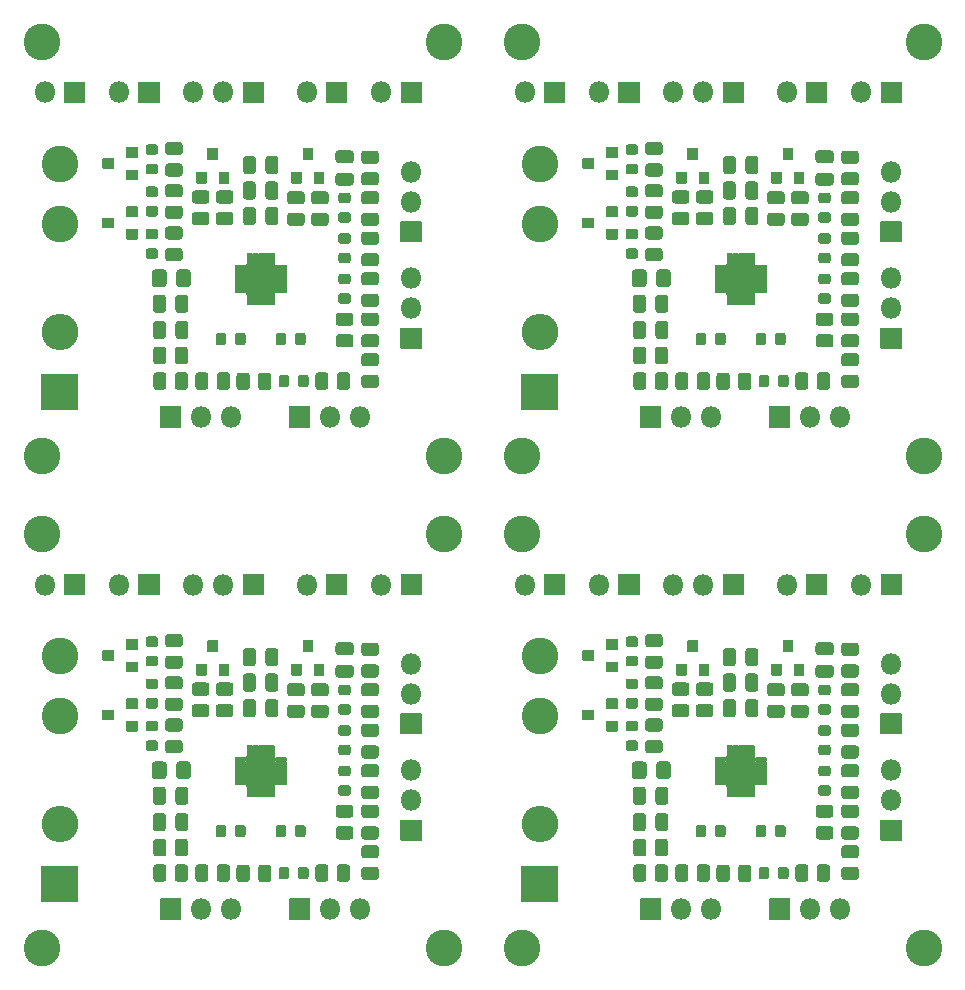
<source format=gts>
G04 #@! TF.GenerationSoftware,KiCad,Pcbnew,(5.1.10)-1*
G04 #@! TF.CreationDate,2021-08-11T14:43:19-03:00*
G04 #@! TF.ProjectId,BQ25505,42513235-3530-4352-9e6b-696361645f70,rev?*
G04 #@! TF.SameCoordinates,Original*
G04 #@! TF.FileFunction,Soldermask,Top*
G04 #@! TF.FilePolarity,Negative*
%FSLAX46Y46*%
G04 Gerber Fmt 4.6, Leading zero omitted, Abs format (unit mm)*
G04 Created by KiCad (PCBNEW (5.1.10)-1) date 2021-08-11 14:43:19*
%MOMM*%
%LPD*%
G01*
G04 APERTURE LIST*
%ADD10C,0.100000*%
%ADD11O,1.802000X1.802000*%
%ADD12C,0.610000*%
%ADD13C,3.102000*%
%ADD14O,3.102000X3.102000*%
G04 APERTURE END LIST*
D10*
G36*
X215065500Y-150045500D02*
G01*
X217242500Y-150045500D01*
X217242500Y-150540300D01*
X215065500Y-150540300D01*
X215065500Y-150045500D01*
G37*
X215065500Y-150045500D02*
X217242500Y-150045500D01*
X217242500Y-150540300D01*
X215065500Y-150540300D01*
X215065500Y-150045500D01*
G36*
X215065500Y-150940300D02*
G01*
X217242500Y-150940300D01*
X217242500Y-151327700D01*
X215065500Y-151327700D01*
X215065500Y-150940300D01*
G37*
X215065500Y-150940300D02*
X217242500Y-150940300D01*
X217242500Y-151327700D01*
X215065500Y-151327700D01*
X215065500Y-150940300D01*
G36*
X215065500Y-151727700D02*
G01*
X217242500Y-151727700D01*
X217242500Y-152222500D01*
X215065500Y-152222500D01*
X215065500Y-151727700D01*
G37*
X215065500Y-151727700D02*
X217242500Y-151727700D01*
X217242500Y-152222500D01*
X215065500Y-152222500D01*
X215065500Y-151727700D01*
G36*
X215065500Y-150045500D02*
G01*
X215560300Y-150045500D01*
X215560300Y-152222500D01*
X215065500Y-152222500D01*
X215065500Y-150045500D01*
G37*
X215065500Y-150045500D02*
X215560300Y-150045500D01*
X215560300Y-152222500D01*
X215065500Y-152222500D01*
X215065500Y-150045500D01*
G36*
X216347700Y-150045500D02*
G01*
X215960300Y-150045500D01*
X215960300Y-152222500D01*
X216347700Y-152222500D01*
X216347700Y-150045500D01*
G37*
X216347700Y-150045500D02*
X215960300Y-150045500D01*
X215960300Y-152222500D01*
X216347700Y-152222500D01*
X216347700Y-150045500D01*
G36*
X216747700Y-150045500D02*
G01*
X217242500Y-150045500D01*
X217242500Y-152222500D01*
X216747700Y-152222500D01*
X216747700Y-150045500D01*
G37*
X216747700Y-150045500D02*
X217242500Y-150045500D01*
X217242500Y-152222500D01*
X216747700Y-152222500D01*
X216747700Y-150045500D01*
G36*
X215065500Y-108385500D02*
G01*
X217242500Y-108385500D01*
X217242500Y-108880300D01*
X215065500Y-108880300D01*
X215065500Y-108385500D01*
G37*
X215065500Y-108385500D02*
X217242500Y-108385500D01*
X217242500Y-108880300D01*
X215065500Y-108880300D01*
X215065500Y-108385500D01*
G36*
X215065500Y-109280300D02*
G01*
X217242500Y-109280300D01*
X217242500Y-109667700D01*
X215065500Y-109667700D01*
X215065500Y-109280300D01*
G37*
X215065500Y-109280300D02*
X217242500Y-109280300D01*
X217242500Y-109667700D01*
X215065500Y-109667700D01*
X215065500Y-109280300D01*
G36*
X215065500Y-110067700D02*
G01*
X217242500Y-110067700D01*
X217242500Y-110562500D01*
X215065500Y-110562500D01*
X215065500Y-110067700D01*
G37*
X215065500Y-110067700D02*
X217242500Y-110067700D01*
X217242500Y-110562500D01*
X215065500Y-110562500D01*
X215065500Y-110067700D01*
G36*
X215065500Y-108385500D02*
G01*
X215560300Y-108385500D01*
X215560300Y-110562500D01*
X215065500Y-110562500D01*
X215065500Y-108385500D01*
G37*
X215065500Y-108385500D02*
X215560300Y-108385500D01*
X215560300Y-110562500D01*
X215065500Y-110562500D01*
X215065500Y-108385500D01*
G36*
X216347700Y-108385500D02*
G01*
X215960300Y-108385500D01*
X215960300Y-110562500D01*
X216347700Y-110562500D01*
X216347700Y-108385500D01*
G37*
X216347700Y-108385500D02*
X215960300Y-108385500D01*
X215960300Y-110562500D01*
X216347700Y-110562500D01*
X216347700Y-108385500D01*
G36*
X216747700Y-108385500D02*
G01*
X217242500Y-108385500D01*
X217242500Y-110562500D01*
X216747700Y-110562500D01*
X216747700Y-108385500D01*
G37*
X216747700Y-108385500D02*
X217242500Y-108385500D01*
X217242500Y-110562500D01*
X216747700Y-110562500D01*
X216747700Y-108385500D01*
G36*
X174425500Y-150045500D02*
G01*
X176602500Y-150045500D01*
X176602500Y-150540300D01*
X174425500Y-150540300D01*
X174425500Y-150045500D01*
G37*
X174425500Y-150045500D02*
X176602500Y-150045500D01*
X176602500Y-150540300D01*
X174425500Y-150540300D01*
X174425500Y-150045500D01*
G36*
X174425500Y-150940300D02*
G01*
X176602500Y-150940300D01*
X176602500Y-151327700D01*
X174425500Y-151327700D01*
X174425500Y-150940300D01*
G37*
X174425500Y-150940300D02*
X176602500Y-150940300D01*
X176602500Y-151327700D01*
X174425500Y-151327700D01*
X174425500Y-150940300D01*
G36*
X174425500Y-151727700D02*
G01*
X176602500Y-151727700D01*
X176602500Y-152222500D01*
X174425500Y-152222500D01*
X174425500Y-151727700D01*
G37*
X174425500Y-151727700D02*
X176602500Y-151727700D01*
X176602500Y-152222500D01*
X174425500Y-152222500D01*
X174425500Y-151727700D01*
G36*
X174425500Y-150045500D02*
G01*
X174920300Y-150045500D01*
X174920300Y-152222500D01*
X174425500Y-152222500D01*
X174425500Y-150045500D01*
G37*
X174425500Y-150045500D02*
X174920300Y-150045500D01*
X174920300Y-152222500D01*
X174425500Y-152222500D01*
X174425500Y-150045500D01*
G36*
X175707700Y-150045500D02*
G01*
X175320300Y-150045500D01*
X175320300Y-152222500D01*
X175707700Y-152222500D01*
X175707700Y-150045500D01*
G37*
X175707700Y-150045500D02*
X175320300Y-150045500D01*
X175320300Y-152222500D01*
X175707700Y-152222500D01*
X175707700Y-150045500D01*
G36*
X176107700Y-150045500D02*
G01*
X176602500Y-150045500D01*
X176602500Y-152222500D01*
X176107700Y-152222500D01*
X176107700Y-150045500D01*
G37*
X176107700Y-150045500D02*
X176602500Y-150045500D01*
X176602500Y-152222500D01*
X176107700Y-152222500D01*
X176107700Y-150045500D01*
G36*
X176107700Y-108385500D02*
G01*
X176602500Y-108385500D01*
X176602500Y-110562500D01*
X176107700Y-110562500D01*
X176107700Y-108385500D01*
G37*
X176107700Y-108385500D02*
X176602500Y-108385500D01*
X176602500Y-110562500D01*
X176107700Y-110562500D01*
X176107700Y-108385500D01*
G36*
X175707700Y-108385500D02*
G01*
X175320300Y-108385500D01*
X175320300Y-110562500D01*
X175707700Y-110562500D01*
X175707700Y-108385500D01*
G37*
X175707700Y-108385500D02*
X175320300Y-108385500D01*
X175320300Y-110562500D01*
X175707700Y-110562500D01*
X175707700Y-108385500D01*
G36*
X174425500Y-108385500D02*
G01*
X174920300Y-108385500D01*
X174920300Y-110562500D01*
X174425500Y-110562500D01*
X174425500Y-108385500D01*
G37*
X174425500Y-108385500D02*
X174920300Y-108385500D01*
X174920300Y-110562500D01*
X174425500Y-110562500D01*
X174425500Y-108385500D01*
G36*
X174425500Y-110067700D02*
G01*
X176602500Y-110067700D01*
X176602500Y-110562500D01*
X174425500Y-110562500D01*
X174425500Y-110067700D01*
G37*
X174425500Y-110067700D02*
X176602500Y-110067700D01*
X176602500Y-110562500D01*
X174425500Y-110562500D01*
X174425500Y-110067700D01*
G36*
X174425500Y-109280300D02*
G01*
X176602500Y-109280300D01*
X176602500Y-109667700D01*
X174425500Y-109667700D01*
X174425500Y-109280300D01*
G37*
X174425500Y-109280300D02*
X176602500Y-109280300D01*
X176602500Y-109667700D01*
X174425500Y-109667700D01*
X174425500Y-109280300D01*
G36*
X174425500Y-108385500D02*
G01*
X176602500Y-108385500D01*
X176602500Y-108880300D01*
X174425500Y-108880300D01*
X174425500Y-108385500D01*
G37*
X174425500Y-108385500D02*
X176602500Y-108385500D01*
X176602500Y-108880300D01*
X174425500Y-108880300D01*
X174425500Y-108385500D01*
G36*
X215065500Y-150045500D02*
G01*
X217242500Y-150045500D01*
X217242500Y-150540300D01*
X215065500Y-150540300D01*
X215065500Y-150045500D01*
G37*
X215065500Y-150045500D02*
X217242500Y-150045500D01*
X217242500Y-150540300D01*
X215065500Y-150540300D01*
X215065500Y-150045500D01*
G36*
X215065500Y-150940300D02*
G01*
X217242500Y-150940300D01*
X217242500Y-151327700D01*
X215065500Y-151327700D01*
X215065500Y-150940300D01*
G37*
X215065500Y-150940300D02*
X217242500Y-150940300D01*
X217242500Y-151327700D01*
X215065500Y-151327700D01*
X215065500Y-150940300D01*
G36*
X215065500Y-151727700D02*
G01*
X217242500Y-151727700D01*
X217242500Y-152222500D01*
X215065500Y-152222500D01*
X215065500Y-151727700D01*
G37*
X215065500Y-151727700D02*
X217242500Y-151727700D01*
X217242500Y-152222500D01*
X215065500Y-152222500D01*
X215065500Y-151727700D01*
G36*
X215065500Y-150045500D02*
G01*
X215560300Y-150045500D01*
X215560300Y-152222500D01*
X215065500Y-152222500D01*
X215065500Y-150045500D01*
G37*
X215065500Y-150045500D02*
X215560300Y-150045500D01*
X215560300Y-152222500D01*
X215065500Y-152222500D01*
X215065500Y-150045500D01*
G36*
X216347700Y-150045500D02*
G01*
X215960300Y-150045500D01*
X215960300Y-152222500D01*
X216347700Y-152222500D01*
X216347700Y-150045500D01*
G37*
X216347700Y-150045500D02*
X215960300Y-150045500D01*
X215960300Y-152222500D01*
X216347700Y-152222500D01*
X216347700Y-150045500D01*
G36*
X216747700Y-150045500D02*
G01*
X217242500Y-150045500D01*
X217242500Y-152222500D01*
X216747700Y-152222500D01*
X216747700Y-150045500D01*
G37*
X216747700Y-150045500D02*
X217242500Y-150045500D01*
X217242500Y-152222500D01*
X216747700Y-152222500D01*
X216747700Y-150045500D01*
G36*
X215065500Y-108385500D02*
G01*
X217242500Y-108385500D01*
X217242500Y-108880300D01*
X215065500Y-108880300D01*
X215065500Y-108385500D01*
G37*
X215065500Y-108385500D02*
X217242500Y-108385500D01*
X217242500Y-108880300D01*
X215065500Y-108880300D01*
X215065500Y-108385500D01*
G36*
X215065500Y-109280300D02*
G01*
X217242500Y-109280300D01*
X217242500Y-109667700D01*
X215065500Y-109667700D01*
X215065500Y-109280300D01*
G37*
X215065500Y-109280300D02*
X217242500Y-109280300D01*
X217242500Y-109667700D01*
X215065500Y-109667700D01*
X215065500Y-109280300D01*
G36*
X215065500Y-110067700D02*
G01*
X217242500Y-110067700D01*
X217242500Y-110562500D01*
X215065500Y-110562500D01*
X215065500Y-110067700D01*
G37*
X215065500Y-110067700D02*
X217242500Y-110067700D01*
X217242500Y-110562500D01*
X215065500Y-110562500D01*
X215065500Y-110067700D01*
G36*
X215065500Y-108385500D02*
G01*
X215560300Y-108385500D01*
X215560300Y-110562500D01*
X215065500Y-110562500D01*
X215065500Y-108385500D01*
G37*
X215065500Y-108385500D02*
X215560300Y-108385500D01*
X215560300Y-110562500D01*
X215065500Y-110562500D01*
X215065500Y-108385500D01*
G36*
X216347700Y-108385500D02*
G01*
X215960300Y-108385500D01*
X215960300Y-110562500D01*
X216347700Y-110562500D01*
X216347700Y-108385500D01*
G37*
X216347700Y-108385500D02*
X215960300Y-108385500D01*
X215960300Y-110562500D01*
X216347700Y-110562500D01*
X216347700Y-108385500D01*
G36*
X216747700Y-108385500D02*
G01*
X217242500Y-108385500D01*
X217242500Y-110562500D01*
X216747700Y-110562500D01*
X216747700Y-108385500D01*
G37*
X216747700Y-108385500D02*
X217242500Y-108385500D01*
X217242500Y-110562500D01*
X216747700Y-110562500D01*
X216747700Y-108385500D01*
G36*
X174425500Y-150045500D02*
G01*
X176602500Y-150045500D01*
X176602500Y-150540300D01*
X174425500Y-150540300D01*
X174425500Y-150045500D01*
G37*
X174425500Y-150045500D02*
X176602500Y-150045500D01*
X176602500Y-150540300D01*
X174425500Y-150540300D01*
X174425500Y-150045500D01*
G36*
X174425500Y-150940300D02*
G01*
X176602500Y-150940300D01*
X176602500Y-151327700D01*
X174425500Y-151327700D01*
X174425500Y-150940300D01*
G37*
X174425500Y-150940300D02*
X176602500Y-150940300D01*
X176602500Y-151327700D01*
X174425500Y-151327700D01*
X174425500Y-150940300D01*
G36*
X174425500Y-151727700D02*
G01*
X176602500Y-151727700D01*
X176602500Y-152222500D01*
X174425500Y-152222500D01*
X174425500Y-151727700D01*
G37*
X174425500Y-151727700D02*
X176602500Y-151727700D01*
X176602500Y-152222500D01*
X174425500Y-152222500D01*
X174425500Y-151727700D01*
G36*
X174425500Y-150045500D02*
G01*
X174920300Y-150045500D01*
X174920300Y-152222500D01*
X174425500Y-152222500D01*
X174425500Y-150045500D01*
G37*
X174425500Y-150045500D02*
X174920300Y-150045500D01*
X174920300Y-152222500D01*
X174425500Y-152222500D01*
X174425500Y-150045500D01*
G36*
X175707700Y-150045500D02*
G01*
X175320300Y-150045500D01*
X175320300Y-152222500D01*
X175707700Y-152222500D01*
X175707700Y-150045500D01*
G37*
X175707700Y-150045500D02*
X175320300Y-150045500D01*
X175320300Y-152222500D01*
X175707700Y-152222500D01*
X175707700Y-150045500D01*
G36*
X176107700Y-150045500D02*
G01*
X176602500Y-150045500D01*
X176602500Y-152222500D01*
X176107700Y-152222500D01*
X176107700Y-150045500D01*
G37*
X176107700Y-150045500D02*
X176602500Y-150045500D01*
X176602500Y-152222500D01*
X176107700Y-152222500D01*
X176107700Y-150045500D01*
G36*
X176107700Y-108385500D02*
G01*
X176602500Y-108385500D01*
X176602500Y-110562500D01*
X176107700Y-110562500D01*
X176107700Y-108385500D01*
G37*
X176107700Y-108385500D02*
X176602500Y-108385500D01*
X176602500Y-110562500D01*
X176107700Y-110562500D01*
X176107700Y-108385500D01*
G36*
X175707700Y-108385500D02*
G01*
X175320300Y-108385500D01*
X175320300Y-110562500D01*
X175707700Y-110562500D01*
X175707700Y-108385500D01*
G37*
X175707700Y-108385500D02*
X175320300Y-108385500D01*
X175320300Y-110562500D01*
X175707700Y-110562500D01*
X175707700Y-108385500D01*
G36*
X174425500Y-108385500D02*
G01*
X174920300Y-108385500D01*
X174920300Y-110562500D01*
X174425500Y-110562500D01*
X174425500Y-108385500D01*
G37*
X174425500Y-108385500D02*
X174920300Y-108385500D01*
X174920300Y-110562500D01*
X174425500Y-110562500D01*
X174425500Y-108385500D01*
G36*
X174425500Y-110067700D02*
G01*
X176602500Y-110067700D01*
X176602500Y-110562500D01*
X174425500Y-110562500D01*
X174425500Y-110067700D01*
G37*
X174425500Y-110067700D02*
X176602500Y-110067700D01*
X176602500Y-110562500D01*
X174425500Y-110562500D01*
X174425500Y-110067700D01*
G36*
X174425500Y-109280300D02*
G01*
X176602500Y-109280300D01*
X176602500Y-109667700D01*
X174425500Y-109667700D01*
X174425500Y-109280300D01*
G37*
X174425500Y-109280300D02*
X176602500Y-109280300D01*
X176602500Y-109667700D01*
X174425500Y-109667700D01*
X174425500Y-109280300D01*
G36*
X174425500Y-108385500D02*
G01*
X176602500Y-108385500D01*
X176602500Y-108880300D01*
X174425500Y-108880300D01*
X174425500Y-108385500D01*
G37*
X174425500Y-108385500D02*
X176602500Y-108385500D01*
X176602500Y-108880300D01*
X174425500Y-108880300D01*
X174425500Y-108385500D01*
G36*
G01*
X212338000Y-156514500D02*
X212338000Y-155913500D01*
G75*
G02*
X212563500Y-155688000I225500J0D01*
G01*
X213014500Y-155688000D01*
G75*
G02*
X213240000Y-155913500I0J-225500D01*
G01*
X213240000Y-156514500D01*
G75*
G02*
X213014500Y-156740000I-225500J0D01*
G01*
X212563500Y-156740000D01*
G75*
G02*
X212338000Y-156514500I0J225500D01*
G01*
G37*
G36*
G01*
X213988000Y-156514500D02*
X213988000Y-155913500D01*
G75*
G02*
X214213500Y-155688000I225500J0D01*
G01*
X214664500Y-155688000D01*
G75*
G02*
X214890000Y-155913500I0J-225500D01*
G01*
X214890000Y-156514500D01*
G75*
G02*
X214664500Y-156740000I-225500J0D01*
G01*
X214213500Y-156740000D01*
G75*
G02*
X213988000Y-156514500I0J225500D01*
G01*
G37*
G36*
G01*
X212338000Y-114854500D02*
X212338000Y-114253500D01*
G75*
G02*
X212563500Y-114028000I225500J0D01*
G01*
X213014500Y-114028000D01*
G75*
G02*
X213240000Y-114253500I0J-225500D01*
G01*
X213240000Y-114854500D01*
G75*
G02*
X213014500Y-115080000I-225500J0D01*
G01*
X212563500Y-115080000D01*
G75*
G02*
X212338000Y-114854500I0J225500D01*
G01*
G37*
G36*
G01*
X213988000Y-114854500D02*
X213988000Y-114253500D01*
G75*
G02*
X214213500Y-114028000I225500J0D01*
G01*
X214664500Y-114028000D01*
G75*
G02*
X214890000Y-114253500I0J-225500D01*
G01*
X214890000Y-114854500D01*
G75*
G02*
X214664500Y-115080000I-225500J0D01*
G01*
X214213500Y-115080000D01*
G75*
G02*
X213988000Y-114854500I0J225500D01*
G01*
G37*
G36*
G01*
X171698000Y-156514500D02*
X171698000Y-155913500D01*
G75*
G02*
X171923500Y-155688000I225500J0D01*
G01*
X172374500Y-155688000D01*
G75*
G02*
X172600000Y-155913500I0J-225500D01*
G01*
X172600000Y-156514500D01*
G75*
G02*
X172374500Y-156740000I-225500J0D01*
G01*
X171923500Y-156740000D01*
G75*
G02*
X171698000Y-156514500I0J225500D01*
G01*
G37*
G36*
G01*
X173348000Y-156514500D02*
X173348000Y-155913500D01*
G75*
G02*
X173573500Y-155688000I225500J0D01*
G01*
X174024500Y-155688000D01*
G75*
G02*
X174250000Y-155913500I0J-225500D01*
G01*
X174250000Y-156514500D01*
G75*
G02*
X174024500Y-156740000I-225500J0D01*
G01*
X173573500Y-156740000D01*
G75*
G02*
X173348000Y-156514500I0J225500D01*
G01*
G37*
G36*
G01*
X222952800Y-150670800D02*
X223553800Y-150670800D01*
G75*
G02*
X223779300Y-150896300I0J-225500D01*
G01*
X223779300Y-151347300D01*
G75*
G02*
X223553800Y-151572800I-225500J0D01*
G01*
X222952800Y-151572800D01*
G75*
G02*
X222727300Y-151347300I0J225500D01*
G01*
X222727300Y-150896300D01*
G75*
G02*
X222952800Y-150670800I225500J0D01*
G01*
G37*
G36*
G01*
X222952800Y-152320800D02*
X223553800Y-152320800D01*
G75*
G02*
X223779300Y-152546300I0J-225500D01*
G01*
X223779300Y-152997300D01*
G75*
G02*
X223553800Y-153222800I-225500J0D01*
G01*
X222952800Y-153222800D01*
G75*
G02*
X222727300Y-152997300I0J225500D01*
G01*
X222727300Y-152546300D01*
G75*
G02*
X222952800Y-152320800I225500J0D01*
G01*
G37*
G36*
G01*
X222952800Y-109010800D02*
X223553800Y-109010800D01*
G75*
G02*
X223779300Y-109236300I0J-225500D01*
G01*
X223779300Y-109687300D01*
G75*
G02*
X223553800Y-109912800I-225500J0D01*
G01*
X222952800Y-109912800D01*
G75*
G02*
X222727300Y-109687300I0J225500D01*
G01*
X222727300Y-109236300D01*
G75*
G02*
X222952800Y-109010800I225500J0D01*
G01*
G37*
G36*
G01*
X222952800Y-110660800D02*
X223553800Y-110660800D01*
G75*
G02*
X223779300Y-110886300I0J-225500D01*
G01*
X223779300Y-111337300D01*
G75*
G02*
X223553800Y-111562800I-225500J0D01*
G01*
X222952800Y-111562800D01*
G75*
G02*
X222727300Y-111337300I0J225500D01*
G01*
X222727300Y-110886300D01*
G75*
G02*
X222952800Y-110660800I225500J0D01*
G01*
G37*
G36*
G01*
X182312800Y-150670800D02*
X182913800Y-150670800D01*
G75*
G02*
X183139300Y-150896300I0J-225500D01*
G01*
X183139300Y-151347300D01*
G75*
G02*
X182913800Y-151572800I-225500J0D01*
G01*
X182312800Y-151572800D01*
G75*
G02*
X182087300Y-151347300I0J225500D01*
G01*
X182087300Y-150896300D01*
G75*
G02*
X182312800Y-150670800I225500J0D01*
G01*
G37*
G36*
G01*
X182312800Y-152320800D02*
X182913800Y-152320800D01*
G75*
G02*
X183139300Y-152546300I0J-225500D01*
G01*
X183139300Y-152997300D01*
G75*
G02*
X182913800Y-153222800I-225500J0D01*
G01*
X182312800Y-153222800D01*
G75*
G02*
X182087300Y-152997300I0J225500D01*
G01*
X182087300Y-152546300D01*
G75*
G02*
X182312800Y-152320800I225500J0D01*
G01*
G37*
G36*
G01*
X217418000Y-156514500D02*
X217418000Y-155913500D01*
G75*
G02*
X217643500Y-155688000I225500J0D01*
G01*
X218094500Y-155688000D01*
G75*
G02*
X218320000Y-155913500I0J-225500D01*
G01*
X218320000Y-156514500D01*
G75*
G02*
X218094500Y-156740000I-225500J0D01*
G01*
X217643500Y-156740000D01*
G75*
G02*
X217418000Y-156514500I0J225500D01*
G01*
G37*
G36*
G01*
X219068000Y-156514500D02*
X219068000Y-155913500D01*
G75*
G02*
X219293500Y-155688000I225500J0D01*
G01*
X219744500Y-155688000D01*
G75*
G02*
X219970000Y-155913500I0J-225500D01*
G01*
X219970000Y-156514500D01*
G75*
G02*
X219744500Y-156740000I-225500J0D01*
G01*
X219293500Y-156740000D01*
G75*
G02*
X219068000Y-156514500I0J225500D01*
G01*
G37*
G36*
G01*
X217418000Y-114854500D02*
X217418000Y-114253500D01*
G75*
G02*
X217643500Y-114028000I225500J0D01*
G01*
X218094500Y-114028000D01*
G75*
G02*
X218320000Y-114253500I0J-225500D01*
G01*
X218320000Y-114854500D01*
G75*
G02*
X218094500Y-115080000I-225500J0D01*
G01*
X217643500Y-115080000D01*
G75*
G02*
X217418000Y-114854500I0J225500D01*
G01*
G37*
G36*
G01*
X219068000Y-114854500D02*
X219068000Y-114253500D01*
G75*
G02*
X219293500Y-114028000I225500J0D01*
G01*
X219744500Y-114028000D01*
G75*
G02*
X219970000Y-114253500I0J-225500D01*
G01*
X219970000Y-114854500D01*
G75*
G02*
X219744500Y-115080000I-225500J0D01*
G01*
X219293500Y-115080000D01*
G75*
G02*
X219068000Y-114854500I0J225500D01*
G01*
G37*
G36*
G01*
X176778000Y-156514500D02*
X176778000Y-155913500D01*
G75*
G02*
X177003500Y-155688000I225500J0D01*
G01*
X177454500Y-155688000D01*
G75*
G02*
X177680000Y-155913500I0J-225500D01*
G01*
X177680000Y-156514500D01*
G75*
G02*
X177454500Y-156740000I-225500J0D01*
G01*
X177003500Y-156740000D01*
G75*
G02*
X176778000Y-156514500I0J225500D01*
G01*
G37*
G36*
G01*
X178428000Y-156514500D02*
X178428000Y-155913500D01*
G75*
G02*
X178653500Y-155688000I225500J0D01*
G01*
X179104500Y-155688000D01*
G75*
G02*
X179330000Y-155913500I0J-225500D01*
G01*
X179330000Y-156514500D01*
G75*
G02*
X179104500Y-156740000I-225500J0D01*
G01*
X178653500Y-156740000D01*
G75*
G02*
X178428000Y-156514500I0J225500D01*
G01*
G37*
G36*
G01*
X208996500Y-151549328D02*
X208996500Y-150591672D01*
G75*
G02*
X209268672Y-150319500I272172J0D01*
G01*
X209976328Y-150319500D01*
G75*
G02*
X210248500Y-150591672I0J-272172D01*
G01*
X210248500Y-151549328D01*
G75*
G02*
X209976328Y-151821500I-272172J0D01*
G01*
X209268672Y-151821500D01*
G75*
G02*
X208996500Y-151549328I0J272172D01*
G01*
G37*
G36*
G01*
X206946500Y-151549328D02*
X206946500Y-150591672D01*
G75*
G02*
X207218672Y-150319500I272172J0D01*
G01*
X207926328Y-150319500D01*
G75*
G02*
X208198500Y-150591672I0J-272172D01*
G01*
X208198500Y-151549328D01*
G75*
G02*
X207926328Y-151821500I-272172J0D01*
G01*
X207218672Y-151821500D01*
G75*
G02*
X206946500Y-151549328I0J272172D01*
G01*
G37*
G36*
G01*
X208996500Y-109889328D02*
X208996500Y-108931672D01*
G75*
G02*
X209268672Y-108659500I272172J0D01*
G01*
X209976328Y-108659500D01*
G75*
G02*
X210248500Y-108931672I0J-272172D01*
G01*
X210248500Y-109889328D01*
G75*
G02*
X209976328Y-110161500I-272172J0D01*
G01*
X209268672Y-110161500D01*
G75*
G02*
X208996500Y-109889328I0J272172D01*
G01*
G37*
G36*
G01*
X206946500Y-109889328D02*
X206946500Y-108931672D01*
G75*
G02*
X207218672Y-108659500I272172J0D01*
G01*
X207926328Y-108659500D01*
G75*
G02*
X208198500Y-108931672I0J-272172D01*
G01*
X208198500Y-109889328D01*
G75*
G02*
X207926328Y-110161500I-272172J0D01*
G01*
X207218672Y-110161500D01*
G75*
G02*
X206946500Y-109889328I0J272172D01*
G01*
G37*
G36*
G01*
X168356500Y-151549328D02*
X168356500Y-150591672D01*
G75*
G02*
X168628672Y-150319500I272172J0D01*
G01*
X169336328Y-150319500D01*
G75*
G02*
X169608500Y-150591672I0J-272172D01*
G01*
X169608500Y-151549328D01*
G75*
G02*
X169336328Y-151821500I-272172J0D01*
G01*
X168628672Y-151821500D01*
G75*
G02*
X168356500Y-151549328I0J272172D01*
G01*
G37*
G36*
G01*
X166306500Y-151549328D02*
X166306500Y-150591672D01*
G75*
G02*
X166578672Y-150319500I272172J0D01*
G01*
X167286328Y-150319500D01*
G75*
G02*
X167558500Y-150591672I0J-272172D01*
G01*
X167558500Y-151549328D01*
G75*
G02*
X167286328Y-151821500I-272172J0D01*
G01*
X166578672Y-151821500D01*
G75*
G02*
X166306500Y-151549328I0J272172D01*
G01*
G37*
G36*
G01*
X214653000Y-146300500D02*
X214653000Y-145299500D01*
G75*
G02*
X214928500Y-145024000I275500J0D01*
G01*
X215479500Y-145024000D01*
G75*
G02*
X215755000Y-145299500I0J-275500D01*
G01*
X215755000Y-146300500D01*
G75*
G02*
X215479500Y-146576000I-275500J0D01*
G01*
X214928500Y-146576000D01*
G75*
G02*
X214653000Y-146300500I0J275500D01*
G01*
G37*
G36*
G01*
X216553000Y-146300500D02*
X216553000Y-145299500D01*
G75*
G02*
X216828500Y-145024000I275500J0D01*
G01*
X217379500Y-145024000D01*
G75*
G02*
X217655000Y-145299500I0J-275500D01*
G01*
X217655000Y-146300500D01*
G75*
G02*
X217379500Y-146576000I-275500J0D01*
G01*
X216828500Y-146576000D01*
G75*
G02*
X216553000Y-146300500I0J275500D01*
G01*
G37*
G36*
G01*
X214653000Y-104640500D02*
X214653000Y-103639500D01*
G75*
G02*
X214928500Y-103364000I275500J0D01*
G01*
X215479500Y-103364000D01*
G75*
G02*
X215755000Y-103639500I0J-275500D01*
G01*
X215755000Y-104640500D01*
G75*
G02*
X215479500Y-104916000I-275500J0D01*
G01*
X214928500Y-104916000D01*
G75*
G02*
X214653000Y-104640500I0J275500D01*
G01*
G37*
G36*
G01*
X216553000Y-104640500D02*
X216553000Y-103639500D01*
G75*
G02*
X216828500Y-103364000I275500J0D01*
G01*
X217379500Y-103364000D01*
G75*
G02*
X217655000Y-103639500I0J-275500D01*
G01*
X217655000Y-104640500D01*
G75*
G02*
X217379500Y-104916000I-275500J0D01*
G01*
X216828500Y-104916000D01*
G75*
G02*
X216553000Y-104640500I0J275500D01*
G01*
G37*
G36*
G01*
X174013000Y-146300500D02*
X174013000Y-145299500D01*
G75*
G02*
X174288500Y-145024000I275500J0D01*
G01*
X174839500Y-145024000D01*
G75*
G02*
X175115000Y-145299500I0J-275500D01*
G01*
X175115000Y-146300500D01*
G75*
G02*
X174839500Y-146576000I-275500J0D01*
G01*
X174288500Y-146576000D01*
G75*
G02*
X174013000Y-146300500I0J275500D01*
G01*
G37*
G36*
G01*
X175913000Y-146300500D02*
X175913000Y-145299500D01*
G75*
G02*
X176188500Y-145024000I275500J0D01*
G01*
X176739500Y-145024000D01*
G75*
G02*
X177015000Y-145299500I0J-275500D01*
G01*
X177015000Y-146300500D01*
G75*
G02*
X176739500Y-146576000I-275500J0D01*
G01*
X176188500Y-146576000D01*
G75*
G02*
X175913000Y-146300500I0J275500D01*
G01*
G37*
G36*
G01*
X214653000Y-141982500D02*
X214653000Y-140981500D01*
G75*
G02*
X214928500Y-140706000I275500J0D01*
G01*
X215479500Y-140706000D01*
G75*
G02*
X215755000Y-140981500I0J-275500D01*
G01*
X215755000Y-141982500D01*
G75*
G02*
X215479500Y-142258000I-275500J0D01*
G01*
X214928500Y-142258000D01*
G75*
G02*
X214653000Y-141982500I0J275500D01*
G01*
G37*
G36*
G01*
X216553000Y-141982500D02*
X216553000Y-140981500D01*
G75*
G02*
X216828500Y-140706000I275500J0D01*
G01*
X217379500Y-140706000D01*
G75*
G02*
X217655000Y-140981500I0J-275500D01*
G01*
X217655000Y-141982500D01*
G75*
G02*
X217379500Y-142258000I-275500J0D01*
G01*
X216828500Y-142258000D01*
G75*
G02*
X216553000Y-141982500I0J275500D01*
G01*
G37*
G36*
G01*
X214653000Y-100322500D02*
X214653000Y-99321500D01*
G75*
G02*
X214928500Y-99046000I275500J0D01*
G01*
X215479500Y-99046000D01*
G75*
G02*
X215755000Y-99321500I0J-275500D01*
G01*
X215755000Y-100322500D01*
G75*
G02*
X215479500Y-100598000I-275500J0D01*
G01*
X214928500Y-100598000D01*
G75*
G02*
X214653000Y-100322500I0J275500D01*
G01*
G37*
G36*
G01*
X216553000Y-100322500D02*
X216553000Y-99321500D01*
G75*
G02*
X216828500Y-99046000I275500J0D01*
G01*
X217379500Y-99046000D01*
G75*
G02*
X217655000Y-99321500I0J-275500D01*
G01*
X217655000Y-100322500D01*
G75*
G02*
X217379500Y-100598000I-275500J0D01*
G01*
X216828500Y-100598000D01*
G75*
G02*
X216553000Y-100322500I0J275500D01*
G01*
G37*
G36*
G01*
X174013000Y-141982500D02*
X174013000Y-140981500D01*
G75*
G02*
X174288500Y-140706000I275500J0D01*
G01*
X174839500Y-140706000D01*
G75*
G02*
X175115000Y-140981500I0J-275500D01*
G01*
X175115000Y-141982500D01*
G75*
G02*
X174839500Y-142258000I-275500J0D01*
G01*
X174288500Y-142258000D01*
G75*
G02*
X174013000Y-141982500I0J275500D01*
G01*
G37*
G36*
G01*
X175913000Y-141982500D02*
X175913000Y-140981500D01*
G75*
G02*
X176188500Y-140706000I275500J0D01*
G01*
X176739500Y-140706000D01*
G75*
G02*
X177015000Y-140981500I0J-275500D01*
G01*
X177015000Y-141982500D01*
G75*
G02*
X176739500Y-142258000I-275500J0D01*
G01*
X176188500Y-142258000D01*
G75*
G02*
X175913000Y-141982500I0J275500D01*
G01*
G37*
G36*
G01*
X214653000Y-144141500D02*
X214653000Y-143140500D01*
G75*
G02*
X214928500Y-142865000I275500J0D01*
G01*
X215479500Y-142865000D01*
G75*
G02*
X215755000Y-143140500I0J-275500D01*
G01*
X215755000Y-144141500D01*
G75*
G02*
X215479500Y-144417000I-275500J0D01*
G01*
X214928500Y-144417000D01*
G75*
G02*
X214653000Y-144141500I0J275500D01*
G01*
G37*
G36*
G01*
X216553000Y-144141500D02*
X216553000Y-143140500D01*
G75*
G02*
X216828500Y-142865000I275500J0D01*
G01*
X217379500Y-142865000D01*
G75*
G02*
X217655000Y-143140500I0J-275500D01*
G01*
X217655000Y-144141500D01*
G75*
G02*
X217379500Y-144417000I-275500J0D01*
G01*
X216828500Y-144417000D01*
G75*
G02*
X216553000Y-144141500I0J275500D01*
G01*
G37*
G36*
G01*
X214653000Y-102481500D02*
X214653000Y-101480500D01*
G75*
G02*
X214928500Y-101205000I275500J0D01*
G01*
X215479500Y-101205000D01*
G75*
G02*
X215755000Y-101480500I0J-275500D01*
G01*
X215755000Y-102481500D01*
G75*
G02*
X215479500Y-102757000I-275500J0D01*
G01*
X214928500Y-102757000D01*
G75*
G02*
X214653000Y-102481500I0J275500D01*
G01*
G37*
G36*
G01*
X216553000Y-102481500D02*
X216553000Y-101480500D01*
G75*
G02*
X216828500Y-101205000I275500J0D01*
G01*
X217379500Y-101205000D01*
G75*
G02*
X217655000Y-101480500I0J-275500D01*
G01*
X217655000Y-102481500D01*
G75*
G02*
X217379500Y-102757000I-275500J0D01*
G01*
X216828500Y-102757000D01*
G75*
G02*
X216553000Y-102481500I0J275500D01*
G01*
G37*
G36*
G01*
X174013000Y-144141500D02*
X174013000Y-143140500D01*
G75*
G02*
X174288500Y-142865000I275500J0D01*
G01*
X174839500Y-142865000D01*
G75*
G02*
X175115000Y-143140500I0J-275500D01*
G01*
X175115000Y-144141500D01*
G75*
G02*
X174839500Y-144417000I-275500J0D01*
G01*
X174288500Y-144417000D01*
G75*
G02*
X174013000Y-144141500I0J275500D01*
G01*
G37*
G36*
G01*
X175913000Y-144141500D02*
X175913000Y-143140500D01*
G75*
G02*
X176188500Y-142865000I275500J0D01*
G01*
X176739500Y-142865000D01*
G75*
G02*
X177015000Y-143140500I0J-275500D01*
G01*
X177015000Y-144141500D01*
G75*
G02*
X176739500Y-144417000I-275500J0D01*
G01*
X176188500Y-144417000D01*
G75*
G02*
X175913000Y-144141500I0J275500D01*
G01*
G37*
G36*
G01*
X208135000Y-154951500D02*
X208135000Y-155952500D01*
G75*
G02*
X207859500Y-156228000I-275500J0D01*
G01*
X207308500Y-156228000D01*
G75*
G02*
X207033000Y-155952500I0J275500D01*
G01*
X207033000Y-154951500D01*
G75*
G02*
X207308500Y-154676000I275500J0D01*
G01*
X207859500Y-154676000D01*
G75*
G02*
X208135000Y-154951500I0J-275500D01*
G01*
G37*
G36*
G01*
X210035000Y-154951500D02*
X210035000Y-155952500D01*
G75*
G02*
X209759500Y-156228000I-275500J0D01*
G01*
X209208500Y-156228000D01*
G75*
G02*
X208933000Y-155952500I0J275500D01*
G01*
X208933000Y-154951500D01*
G75*
G02*
X209208500Y-154676000I275500J0D01*
G01*
X209759500Y-154676000D01*
G75*
G02*
X210035000Y-154951500I0J-275500D01*
G01*
G37*
G36*
G01*
X208135000Y-113291500D02*
X208135000Y-114292500D01*
G75*
G02*
X207859500Y-114568000I-275500J0D01*
G01*
X207308500Y-114568000D01*
G75*
G02*
X207033000Y-114292500I0J275500D01*
G01*
X207033000Y-113291500D01*
G75*
G02*
X207308500Y-113016000I275500J0D01*
G01*
X207859500Y-113016000D01*
G75*
G02*
X208135000Y-113291500I0J-275500D01*
G01*
G37*
G36*
G01*
X210035000Y-113291500D02*
X210035000Y-114292500D01*
G75*
G02*
X209759500Y-114568000I-275500J0D01*
G01*
X209208500Y-114568000D01*
G75*
G02*
X208933000Y-114292500I0J275500D01*
G01*
X208933000Y-113291500D01*
G75*
G02*
X209208500Y-113016000I275500J0D01*
G01*
X209759500Y-113016000D01*
G75*
G02*
X210035000Y-113291500I0J-275500D01*
G01*
G37*
G36*
G01*
X167495000Y-154951500D02*
X167495000Y-155952500D01*
G75*
G02*
X167219500Y-156228000I-275500J0D01*
G01*
X166668500Y-156228000D01*
G75*
G02*
X166393000Y-155952500I0J275500D01*
G01*
X166393000Y-154951500D01*
G75*
G02*
X166668500Y-154676000I275500J0D01*
G01*
X167219500Y-154676000D01*
G75*
G02*
X167495000Y-154951500I0J-275500D01*
G01*
G37*
G36*
G01*
X169395000Y-154951500D02*
X169395000Y-155952500D01*
G75*
G02*
X169119500Y-156228000I-275500J0D01*
G01*
X168568500Y-156228000D01*
G75*
G02*
X168293000Y-155952500I0J275500D01*
G01*
X168293000Y-154951500D01*
G75*
G02*
X168568500Y-154676000I275500J0D01*
G01*
X169119500Y-154676000D01*
G75*
G02*
X169395000Y-154951500I0J-275500D01*
G01*
G37*
G36*
G01*
X208135000Y-152729000D02*
X208135000Y-153730000D01*
G75*
G02*
X207859500Y-154005500I-275500J0D01*
G01*
X207308500Y-154005500D01*
G75*
G02*
X207033000Y-153730000I0J275500D01*
G01*
X207033000Y-152729000D01*
G75*
G02*
X207308500Y-152453500I275500J0D01*
G01*
X207859500Y-152453500D01*
G75*
G02*
X208135000Y-152729000I0J-275500D01*
G01*
G37*
G36*
G01*
X210035000Y-152729000D02*
X210035000Y-153730000D01*
G75*
G02*
X209759500Y-154005500I-275500J0D01*
G01*
X209208500Y-154005500D01*
G75*
G02*
X208933000Y-153730000I0J275500D01*
G01*
X208933000Y-152729000D01*
G75*
G02*
X209208500Y-152453500I275500J0D01*
G01*
X209759500Y-152453500D01*
G75*
G02*
X210035000Y-152729000I0J-275500D01*
G01*
G37*
G36*
G01*
X208135000Y-111069000D02*
X208135000Y-112070000D01*
G75*
G02*
X207859500Y-112345500I-275500J0D01*
G01*
X207308500Y-112345500D01*
G75*
G02*
X207033000Y-112070000I0J275500D01*
G01*
X207033000Y-111069000D01*
G75*
G02*
X207308500Y-110793500I275500J0D01*
G01*
X207859500Y-110793500D01*
G75*
G02*
X208135000Y-111069000I0J-275500D01*
G01*
G37*
G36*
G01*
X210035000Y-111069000D02*
X210035000Y-112070000D01*
G75*
G02*
X209759500Y-112345500I-275500J0D01*
G01*
X209208500Y-112345500D01*
G75*
G02*
X208933000Y-112070000I0J275500D01*
G01*
X208933000Y-111069000D01*
G75*
G02*
X209208500Y-110793500I275500J0D01*
G01*
X209759500Y-110793500D01*
G75*
G02*
X210035000Y-111069000I0J-275500D01*
G01*
G37*
G36*
G01*
X167495000Y-152729000D02*
X167495000Y-153730000D01*
G75*
G02*
X167219500Y-154005500I-275500J0D01*
G01*
X166668500Y-154005500D01*
G75*
G02*
X166393000Y-153730000I0J275500D01*
G01*
X166393000Y-152729000D01*
G75*
G02*
X166668500Y-152453500I275500J0D01*
G01*
X167219500Y-152453500D01*
G75*
G02*
X167495000Y-152729000I0J-275500D01*
G01*
G37*
G36*
G01*
X169395000Y-152729000D02*
X169395000Y-153730000D01*
G75*
G02*
X169119500Y-154005500I-275500J0D01*
G01*
X168568500Y-154005500D01*
G75*
G02*
X168293000Y-153730000I0J275500D01*
G01*
X168293000Y-152729000D01*
G75*
G02*
X168568500Y-152453500I275500J0D01*
G01*
X169119500Y-152453500D01*
G75*
G02*
X169395000Y-152729000I0J-275500D01*
G01*
G37*
G36*
G01*
X222952800Y-147241800D02*
X223553800Y-147241800D01*
G75*
G02*
X223779300Y-147467300I0J-225500D01*
G01*
X223779300Y-147918300D01*
G75*
G02*
X223553800Y-148143800I-225500J0D01*
G01*
X222952800Y-148143800D01*
G75*
G02*
X222727300Y-147918300I0J225500D01*
G01*
X222727300Y-147467300D01*
G75*
G02*
X222952800Y-147241800I225500J0D01*
G01*
G37*
G36*
G01*
X222952800Y-148891800D02*
X223553800Y-148891800D01*
G75*
G02*
X223779300Y-149117300I0J-225500D01*
G01*
X223779300Y-149568300D01*
G75*
G02*
X223553800Y-149793800I-225500J0D01*
G01*
X222952800Y-149793800D01*
G75*
G02*
X222727300Y-149568300I0J225500D01*
G01*
X222727300Y-149117300D01*
G75*
G02*
X222952800Y-148891800I225500J0D01*
G01*
G37*
G36*
G01*
X222952800Y-105581800D02*
X223553800Y-105581800D01*
G75*
G02*
X223779300Y-105807300I0J-225500D01*
G01*
X223779300Y-106258300D01*
G75*
G02*
X223553800Y-106483800I-225500J0D01*
G01*
X222952800Y-106483800D01*
G75*
G02*
X222727300Y-106258300I0J225500D01*
G01*
X222727300Y-105807300D01*
G75*
G02*
X222952800Y-105581800I225500J0D01*
G01*
G37*
G36*
G01*
X222952800Y-107231800D02*
X223553800Y-107231800D01*
G75*
G02*
X223779300Y-107457300I0J-225500D01*
G01*
X223779300Y-107908300D01*
G75*
G02*
X223553800Y-108133800I-225500J0D01*
G01*
X222952800Y-108133800D01*
G75*
G02*
X222727300Y-107908300I0J225500D01*
G01*
X222727300Y-107457300D01*
G75*
G02*
X222952800Y-107231800I225500J0D01*
G01*
G37*
G36*
G01*
X182312800Y-147241800D02*
X182913800Y-147241800D01*
G75*
G02*
X183139300Y-147467300I0J-225500D01*
G01*
X183139300Y-147918300D01*
G75*
G02*
X182913800Y-148143800I-225500J0D01*
G01*
X182312800Y-148143800D01*
G75*
G02*
X182087300Y-147918300I0J225500D01*
G01*
X182087300Y-147467300D01*
G75*
G02*
X182312800Y-147241800I225500J0D01*
G01*
G37*
G36*
G01*
X182312800Y-148891800D02*
X182913800Y-148891800D01*
G75*
G02*
X183139300Y-149117300I0J-225500D01*
G01*
X183139300Y-149568300D01*
G75*
G02*
X182913800Y-149793800I-225500J0D01*
G01*
X182312800Y-149793800D01*
G75*
G02*
X182087300Y-149568300I0J225500D01*
G01*
X182087300Y-149117300D01*
G75*
G02*
X182312800Y-148891800I225500J0D01*
G01*
G37*
G36*
G01*
X224948875Y-157405000D02*
X225901125Y-157405000D01*
G75*
G02*
X226176000Y-157679875I0J-274875D01*
G01*
X226176000Y-158257125D01*
G75*
G02*
X225901125Y-158532000I-274875J0D01*
G01*
X224948875Y-158532000D01*
G75*
G02*
X224674000Y-158257125I0J274875D01*
G01*
X224674000Y-157679875D01*
G75*
G02*
X224948875Y-157405000I274875J0D01*
G01*
G37*
G36*
G01*
X224948875Y-159230000D02*
X225901125Y-159230000D01*
G75*
G02*
X226176000Y-159504875I0J-274875D01*
G01*
X226176000Y-160082125D01*
G75*
G02*
X225901125Y-160357000I-274875J0D01*
G01*
X224948875Y-160357000D01*
G75*
G02*
X224674000Y-160082125I0J274875D01*
G01*
X224674000Y-159504875D01*
G75*
G02*
X224948875Y-159230000I274875J0D01*
G01*
G37*
G36*
G01*
X224948875Y-115745000D02*
X225901125Y-115745000D01*
G75*
G02*
X226176000Y-116019875I0J-274875D01*
G01*
X226176000Y-116597125D01*
G75*
G02*
X225901125Y-116872000I-274875J0D01*
G01*
X224948875Y-116872000D01*
G75*
G02*
X224674000Y-116597125I0J274875D01*
G01*
X224674000Y-116019875D01*
G75*
G02*
X224948875Y-115745000I274875J0D01*
G01*
G37*
G36*
G01*
X224948875Y-117570000D02*
X225901125Y-117570000D01*
G75*
G02*
X226176000Y-117844875I0J-274875D01*
G01*
X226176000Y-118422125D01*
G75*
G02*
X225901125Y-118697000I-274875J0D01*
G01*
X224948875Y-118697000D01*
G75*
G02*
X224674000Y-118422125I0J274875D01*
G01*
X224674000Y-117844875D01*
G75*
G02*
X224948875Y-117570000I274875J0D01*
G01*
G37*
G36*
G01*
X184308875Y-157405000D02*
X185261125Y-157405000D01*
G75*
G02*
X185536000Y-157679875I0J-274875D01*
G01*
X185536000Y-158257125D01*
G75*
G02*
X185261125Y-158532000I-274875J0D01*
G01*
X184308875Y-158532000D01*
G75*
G02*
X184034000Y-158257125I0J274875D01*
G01*
X184034000Y-157679875D01*
G75*
G02*
X184308875Y-157405000I274875J0D01*
G01*
G37*
G36*
G01*
X184308875Y-159230000D02*
X185261125Y-159230000D01*
G75*
G02*
X185536000Y-159504875I0J-274875D01*
G01*
X185536000Y-160082125D01*
G75*
G02*
X185261125Y-160357000I-274875J0D01*
G01*
X184308875Y-160357000D01*
G75*
G02*
X184034000Y-160082125I0J274875D01*
G01*
X184034000Y-159504875D01*
G75*
G02*
X184308875Y-159230000I274875J0D01*
G01*
G37*
G36*
G01*
X223742125Y-156928000D02*
X222789875Y-156928000D01*
G75*
G02*
X222515000Y-156653125I0J274875D01*
G01*
X222515000Y-156075875D01*
G75*
G02*
X222789875Y-155801000I274875J0D01*
G01*
X223742125Y-155801000D01*
G75*
G02*
X224017000Y-156075875I0J-274875D01*
G01*
X224017000Y-156653125D01*
G75*
G02*
X223742125Y-156928000I-274875J0D01*
G01*
G37*
G36*
G01*
X223742125Y-155103000D02*
X222789875Y-155103000D01*
G75*
G02*
X222515000Y-154828125I0J274875D01*
G01*
X222515000Y-154250875D01*
G75*
G02*
X222789875Y-153976000I274875J0D01*
G01*
X223742125Y-153976000D01*
G75*
G02*
X224017000Y-154250875I0J-274875D01*
G01*
X224017000Y-154828125D01*
G75*
G02*
X223742125Y-155103000I-274875J0D01*
G01*
G37*
G36*
G01*
X223742125Y-115268000D02*
X222789875Y-115268000D01*
G75*
G02*
X222515000Y-114993125I0J274875D01*
G01*
X222515000Y-114415875D01*
G75*
G02*
X222789875Y-114141000I274875J0D01*
G01*
X223742125Y-114141000D01*
G75*
G02*
X224017000Y-114415875I0J-274875D01*
G01*
X224017000Y-114993125D01*
G75*
G02*
X223742125Y-115268000I-274875J0D01*
G01*
G37*
G36*
G01*
X223742125Y-113443000D02*
X222789875Y-113443000D01*
G75*
G02*
X222515000Y-113168125I0J274875D01*
G01*
X222515000Y-112590875D01*
G75*
G02*
X222789875Y-112316000I274875J0D01*
G01*
X223742125Y-112316000D01*
G75*
G02*
X224017000Y-112590875I0J-274875D01*
G01*
X224017000Y-113168125D01*
G75*
G02*
X223742125Y-113443000I-274875J0D01*
G01*
G37*
G36*
G01*
X183102125Y-156928000D02*
X182149875Y-156928000D01*
G75*
G02*
X181875000Y-156653125I0J274875D01*
G01*
X181875000Y-156075875D01*
G75*
G02*
X182149875Y-155801000I274875J0D01*
G01*
X183102125Y-155801000D01*
G75*
G02*
X183377000Y-156075875I0J-274875D01*
G01*
X183377000Y-156653125D01*
G75*
G02*
X183102125Y-156928000I-274875J0D01*
G01*
G37*
G36*
G01*
X183102125Y-155103000D02*
X182149875Y-155103000D01*
G75*
G02*
X181875000Y-154828125I0J274875D01*
G01*
X181875000Y-154250875D01*
G75*
G02*
X182149875Y-153976000I274875J0D01*
G01*
X183102125Y-153976000D01*
G75*
G02*
X183377000Y-154250875I0J-274875D01*
G01*
X183377000Y-154828125D01*
G75*
G02*
X183102125Y-155103000I-274875J0D01*
G01*
G37*
G36*
G01*
X228054800Y-134434200D02*
X229754800Y-134434200D01*
G75*
G02*
X229805800Y-134485200I0J-51000D01*
G01*
X229805800Y-136185200D01*
G75*
G02*
X229754800Y-136236200I-51000J0D01*
G01*
X228054800Y-136236200D01*
G75*
G02*
X228003800Y-136185200I0J51000D01*
G01*
X228003800Y-134485200D01*
G75*
G02*
X228054800Y-134434200I51000J0D01*
G01*
G37*
D11*
X226364800Y-135335200D03*
G36*
G01*
X228054800Y-92774200D02*
X229754800Y-92774200D01*
G75*
G02*
X229805800Y-92825200I0J-51000D01*
G01*
X229805800Y-94525200D01*
G75*
G02*
X229754800Y-94576200I-51000J0D01*
G01*
X228054800Y-94576200D01*
G75*
G02*
X228003800Y-94525200I0J51000D01*
G01*
X228003800Y-92825200D01*
G75*
G02*
X228054800Y-92774200I51000J0D01*
G01*
G37*
X226364800Y-93675200D03*
G36*
G01*
X187414800Y-134434200D02*
X189114800Y-134434200D01*
G75*
G02*
X189165800Y-134485200I0J-51000D01*
G01*
X189165800Y-136185200D01*
G75*
G02*
X189114800Y-136236200I-51000J0D01*
G01*
X187414800Y-136236200D01*
G75*
G02*
X187363800Y-136185200I0J51000D01*
G01*
X187363800Y-134485200D01*
G75*
G02*
X187414800Y-134434200I51000J0D01*
G01*
G37*
X185724800Y-135335200D03*
G36*
G01*
X205767800Y-141917700D02*
X205767800Y-142717700D01*
G75*
G02*
X205716800Y-142768700I-51000J0D01*
G01*
X204816800Y-142768700D01*
G75*
G02*
X204765800Y-142717700I0J51000D01*
G01*
X204765800Y-141917700D01*
G75*
G02*
X204816800Y-141866700I51000J0D01*
G01*
X205716800Y-141866700D01*
G75*
G02*
X205767800Y-141917700I0J-51000D01*
G01*
G37*
G36*
G01*
X205767800Y-140017700D02*
X205767800Y-140817700D01*
G75*
G02*
X205716800Y-140868700I-51000J0D01*
G01*
X204816800Y-140868700D01*
G75*
G02*
X204765800Y-140817700I0J51000D01*
G01*
X204765800Y-140017700D01*
G75*
G02*
X204816800Y-139966700I51000J0D01*
G01*
X205716800Y-139966700D01*
G75*
G02*
X205767800Y-140017700I0J-51000D01*
G01*
G37*
G36*
G01*
X203767800Y-140967700D02*
X203767800Y-141767700D01*
G75*
G02*
X203716800Y-141818700I-51000J0D01*
G01*
X202816800Y-141818700D01*
G75*
G02*
X202765800Y-141767700I0J51000D01*
G01*
X202765800Y-140967700D01*
G75*
G02*
X202816800Y-140916700I51000J0D01*
G01*
X203716800Y-140916700D01*
G75*
G02*
X203767800Y-140967700I0J-51000D01*
G01*
G37*
G36*
G01*
X205767800Y-100257700D02*
X205767800Y-101057700D01*
G75*
G02*
X205716800Y-101108700I-51000J0D01*
G01*
X204816800Y-101108700D01*
G75*
G02*
X204765800Y-101057700I0J51000D01*
G01*
X204765800Y-100257700D01*
G75*
G02*
X204816800Y-100206700I51000J0D01*
G01*
X205716800Y-100206700D01*
G75*
G02*
X205767800Y-100257700I0J-51000D01*
G01*
G37*
G36*
G01*
X205767800Y-98357700D02*
X205767800Y-99157700D01*
G75*
G02*
X205716800Y-99208700I-51000J0D01*
G01*
X204816800Y-99208700D01*
G75*
G02*
X204765800Y-99157700I0J51000D01*
G01*
X204765800Y-98357700D01*
G75*
G02*
X204816800Y-98306700I51000J0D01*
G01*
X205716800Y-98306700D01*
G75*
G02*
X205767800Y-98357700I0J-51000D01*
G01*
G37*
G36*
G01*
X203767800Y-99307700D02*
X203767800Y-100107700D01*
G75*
G02*
X203716800Y-100158700I-51000J0D01*
G01*
X202816800Y-100158700D01*
G75*
G02*
X202765800Y-100107700I0J51000D01*
G01*
X202765800Y-99307700D01*
G75*
G02*
X202816800Y-99256700I51000J0D01*
G01*
X203716800Y-99256700D01*
G75*
G02*
X203767800Y-99307700I0J-51000D01*
G01*
G37*
G36*
G01*
X165127800Y-141917700D02*
X165127800Y-142717700D01*
G75*
G02*
X165076800Y-142768700I-51000J0D01*
G01*
X164176800Y-142768700D01*
G75*
G02*
X164125800Y-142717700I0J51000D01*
G01*
X164125800Y-141917700D01*
G75*
G02*
X164176800Y-141866700I51000J0D01*
G01*
X165076800Y-141866700D01*
G75*
G02*
X165127800Y-141917700I0J-51000D01*
G01*
G37*
G36*
G01*
X165127800Y-140017700D02*
X165127800Y-140817700D01*
G75*
G02*
X165076800Y-140868700I-51000J0D01*
G01*
X164176800Y-140868700D01*
G75*
G02*
X164125800Y-140817700I0J51000D01*
G01*
X164125800Y-140017700D01*
G75*
G02*
X164176800Y-139966700I51000J0D01*
G01*
X165076800Y-139966700D01*
G75*
G02*
X165127800Y-140017700I0J-51000D01*
G01*
G37*
G36*
G01*
X163127800Y-140967700D02*
X163127800Y-141767700D01*
G75*
G02*
X163076800Y-141818700I-51000J0D01*
G01*
X162176800Y-141818700D01*
G75*
G02*
X162125800Y-141767700I0J51000D01*
G01*
X162125800Y-140967700D01*
G75*
G02*
X162176800Y-140916700I51000J0D01*
G01*
X163076800Y-140916700D01*
G75*
G02*
X163127800Y-140967700I0J-51000D01*
G01*
G37*
G36*
G01*
X199556000Y-134434200D02*
X201256000Y-134434200D01*
G75*
G02*
X201307000Y-134485200I0J-51000D01*
G01*
X201307000Y-136185200D01*
G75*
G02*
X201256000Y-136236200I-51000J0D01*
G01*
X199556000Y-136236200D01*
G75*
G02*
X199505000Y-136185200I0J51000D01*
G01*
X199505000Y-134485200D01*
G75*
G02*
X199556000Y-134434200I51000J0D01*
G01*
G37*
X197866000Y-135335200D03*
G36*
G01*
X199556000Y-92774200D02*
X201256000Y-92774200D01*
G75*
G02*
X201307000Y-92825200I0J-51000D01*
G01*
X201307000Y-94525200D01*
G75*
G02*
X201256000Y-94576200I-51000J0D01*
G01*
X199556000Y-94576200D01*
G75*
G02*
X199505000Y-94525200I0J51000D01*
G01*
X199505000Y-92825200D01*
G75*
G02*
X199556000Y-92774200I51000J0D01*
G01*
G37*
X197866000Y-93675200D03*
G36*
G01*
X158916000Y-134434200D02*
X160616000Y-134434200D01*
G75*
G02*
X160667000Y-134485200I0J-51000D01*
G01*
X160667000Y-136185200D01*
G75*
G02*
X160616000Y-136236200I-51000J0D01*
G01*
X158916000Y-136236200D01*
G75*
G02*
X158865000Y-136185200I0J51000D01*
G01*
X158865000Y-134485200D01*
G75*
G02*
X158916000Y-134434200I51000J0D01*
G01*
G37*
X157226000Y-135335200D03*
G36*
G01*
X229793100Y-155300500D02*
X229793100Y-157000500D01*
G75*
G02*
X229742100Y-157051500I-51000J0D01*
G01*
X228042100Y-157051500D01*
G75*
G02*
X227991100Y-157000500I0J51000D01*
G01*
X227991100Y-155300500D01*
G75*
G02*
X228042100Y-155249500I51000J0D01*
G01*
X229742100Y-155249500D01*
G75*
G02*
X229793100Y-155300500I0J-51000D01*
G01*
G37*
X228892100Y-153610500D03*
X228892100Y-151070500D03*
G36*
G01*
X229793100Y-113640500D02*
X229793100Y-115340500D01*
G75*
G02*
X229742100Y-115391500I-51000J0D01*
G01*
X228042100Y-115391500D01*
G75*
G02*
X227991100Y-115340500I0J51000D01*
G01*
X227991100Y-113640500D01*
G75*
G02*
X228042100Y-113589500I51000J0D01*
G01*
X229742100Y-113589500D01*
G75*
G02*
X229793100Y-113640500I0J-51000D01*
G01*
G37*
X228892100Y-111950500D03*
X228892100Y-109410500D03*
G36*
G01*
X189153100Y-155300500D02*
X189153100Y-157000500D01*
G75*
G02*
X189102100Y-157051500I-51000J0D01*
G01*
X187402100Y-157051500D01*
G75*
G02*
X187351100Y-157000500I0J51000D01*
G01*
X187351100Y-155300500D01*
G75*
G02*
X187402100Y-155249500I51000J0D01*
G01*
X189102100Y-155249500D01*
G75*
G02*
X189153100Y-155300500I0J-51000D01*
G01*
G37*
X188252100Y-153610500D03*
X188252100Y-151070500D03*
G36*
G01*
X223766500Y-143237000D02*
X222765500Y-143237000D01*
G75*
G02*
X222490000Y-142961500I0J275500D01*
G01*
X222490000Y-142410500D01*
G75*
G02*
X222765500Y-142135000I275500J0D01*
G01*
X223766500Y-142135000D01*
G75*
G02*
X224042000Y-142410500I0J-275500D01*
G01*
X224042000Y-142961500D01*
G75*
G02*
X223766500Y-143237000I-275500J0D01*
G01*
G37*
G36*
G01*
X223766500Y-141337000D02*
X222765500Y-141337000D01*
G75*
G02*
X222490000Y-141061500I0J275500D01*
G01*
X222490000Y-140510500D01*
G75*
G02*
X222765500Y-140235000I275500J0D01*
G01*
X223766500Y-140235000D01*
G75*
G02*
X224042000Y-140510500I0J-275500D01*
G01*
X224042000Y-141061500D01*
G75*
G02*
X223766500Y-141337000I-275500J0D01*
G01*
G37*
G36*
G01*
X223766500Y-101577000D02*
X222765500Y-101577000D01*
G75*
G02*
X222490000Y-101301500I0J275500D01*
G01*
X222490000Y-100750500D01*
G75*
G02*
X222765500Y-100475000I275500J0D01*
G01*
X223766500Y-100475000D01*
G75*
G02*
X224042000Y-100750500I0J-275500D01*
G01*
X224042000Y-101301500D01*
G75*
G02*
X223766500Y-101577000I-275500J0D01*
G01*
G37*
G36*
G01*
X223766500Y-99677000D02*
X222765500Y-99677000D01*
G75*
G02*
X222490000Y-99401500I0J275500D01*
G01*
X222490000Y-98850500D01*
G75*
G02*
X222765500Y-98575000I275500J0D01*
G01*
X223766500Y-98575000D01*
G75*
G02*
X224042000Y-98850500I0J-275500D01*
G01*
X224042000Y-99401500D01*
G75*
G02*
X223766500Y-99677000I-275500J0D01*
G01*
G37*
G36*
G01*
X183126500Y-143237000D02*
X182125500Y-143237000D01*
G75*
G02*
X181850000Y-142961500I0J275500D01*
G01*
X181850000Y-142410500D01*
G75*
G02*
X182125500Y-142135000I275500J0D01*
G01*
X183126500Y-142135000D01*
G75*
G02*
X183402000Y-142410500I0J-275500D01*
G01*
X183402000Y-142961500D01*
G75*
G02*
X183126500Y-143237000I-275500J0D01*
G01*
G37*
G36*
G01*
X183126500Y-141337000D02*
X182125500Y-141337000D01*
G75*
G02*
X181850000Y-141061500I0J275500D01*
G01*
X181850000Y-140510500D01*
G75*
G02*
X182125500Y-140235000I275500J0D01*
G01*
X183126500Y-140235000D01*
G75*
G02*
X183402000Y-140510500I0J-275500D01*
G01*
X183402000Y-141061500D01*
G75*
G02*
X183126500Y-141337000I-275500J0D01*
G01*
G37*
G36*
G01*
X206646000Y-141371500D02*
X207247000Y-141371500D01*
G75*
G02*
X207472500Y-141597000I0J-225500D01*
G01*
X207472500Y-142048000D01*
G75*
G02*
X207247000Y-142273500I-225500J0D01*
G01*
X206646000Y-142273500D01*
G75*
G02*
X206420500Y-142048000I0J225500D01*
G01*
X206420500Y-141597000D01*
G75*
G02*
X206646000Y-141371500I225500J0D01*
G01*
G37*
G36*
G01*
X206646000Y-139721500D02*
X207247000Y-139721500D01*
G75*
G02*
X207472500Y-139947000I0J-225500D01*
G01*
X207472500Y-140398000D01*
G75*
G02*
X207247000Y-140623500I-225500J0D01*
G01*
X206646000Y-140623500D01*
G75*
G02*
X206420500Y-140398000I0J225500D01*
G01*
X206420500Y-139947000D01*
G75*
G02*
X206646000Y-139721500I225500J0D01*
G01*
G37*
G36*
G01*
X206646000Y-99711500D02*
X207247000Y-99711500D01*
G75*
G02*
X207472500Y-99937000I0J-225500D01*
G01*
X207472500Y-100388000D01*
G75*
G02*
X207247000Y-100613500I-225500J0D01*
G01*
X206646000Y-100613500D01*
G75*
G02*
X206420500Y-100388000I0J225500D01*
G01*
X206420500Y-99937000D01*
G75*
G02*
X206646000Y-99711500I225500J0D01*
G01*
G37*
G36*
G01*
X206646000Y-98061500D02*
X207247000Y-98061500D01*
G75*
G02*
X207472500Y-98287000I0J-225500D01*
G01*
X207472500Y-98738000D01*
G75*
G02*
X207247000Y-98963500I-225500J0D01*
G01*
X206646000Y-98963500D01*
G75*
G02*
X206420500Y-98738000I0J225500D01*
G01*
X206420500Y-98287000D01*
G75*
G02*
X206646000Y-98061500I225500J0D01*
G01*
G37*
G36*
G01*
X166006000Y-141371500D02*
X166607000Y-141371500D01*
G75*
G02*
X166832500Y-141597000I0J-225500D01*
G01*
X166832500Y-142048000D01*
G75*
G02*
X166607000Y-142273500I-225500J0D01*
G01*
X166006000Y-142273500D01*
G75*
G02*
X165780500Y-142048000I0J225500D01*
G01*
X165780500Y-141597000D01*
G75*
G02*
X166006000Y-141371500I225500J0D01*
G01*
G37*
G36*
G01*
X166006000Y-139721500D02*
X166607000Y-139721500D01*
G75*
G02*
X166832500Y-139947000I0J-225500D01*
G01*
X166832500Y-140398000D01*
G75*
G02*
X166607000Y-140623500I-225500J0D01*
G01*
X166006000Y-140623500D01*
G75*
G02*
X165780500Y-140398000I0J225500D01*
G01*
X165780500Y-139947000D01*
G75*
G02*
X166006000Y-139721500I225500J0D01*
G01*
G37*
G36*
G01*
X205767800Y-146934200D02*
X205767800Y-147734200D01*
G75*
G02*
X205716800Y-147785200I-51000J0D01*
G01*
X204816800Y-147785200D01*
G75*
G02*
X204765800Y-147734200I0J51000D01*
G01*
X204765800Y-146934200D01*
G75*
G02*
X204816800Y-146883200I51000J0D01*
G01*
X205716800Y-146883200D01*
G75*
G02*
X205767800Y-146934200I0J-51000D01*
G01*
G37*
G36*
G01*
X205767800Y-145034200D02*
X205767800Y-145834200D01*
G75*
G02*
X205716800Y-145885200I-51000J0D01*
G01*
X204816800Y-145885200D01*
G75*
G02*
X204765800Y-145834200I0J51000D01*
G01*
X204765800Y-145034200D01*
G75*
G02*
X204816800Y-144983200I51000J0D01*
G01*
X205716800Y-144983200D01*
G75*
G02*
X205767800Y-145034200I0J-51000D01*
G01*
G37*
G36*
G01*
X203767800Y-145984200D02*
X203767800Y-146784200D01*
G75*
G02*
X203716800Y-146835200I-51000J0D01*
G01*
X202816800Y-146835200D01*
G75*
G02*
X202765800Y-146784200I0J51000D01*
G01*
X202765800Y-145984200D01*
G75*
G02*
X202816800Y-145933200I51000J0D01*
G01*
X203716800Y-145933200D01*
G75*
G02*
X203767800Y-145984200I0J-51000D01*
G01*
G37*
G36*
G01*
X205767800Y-105274200D02*
X205767800Y-106074200D01*
G75*
G02*
X205716800Y-106125200I-51000J0D01*
G01*
X204816800Y-106125200D01*
G75*
G02*
X204765800Y-106074200I0J51000D01*
G01*
X204765800Y-105274200D01*
G75*
G02*
X204816800Y-105223200I51000J0D01*
G01*
X205716800Y-105223200D01*
G75*
G02*
X205767800Y-105274200I0J-51000D01*
G01*
G37*
G36*
G01*
X205767800Y-103374200D02*
X205767800Y-104174200D01*
G75*
G02*
X205716800Y-104225200I-51000J0D01*
G01*
X204816800Y-104225200D01*
G75*
G02*
X204765800Y-104174200I0J51000D01*
G01*
X204765800Y-103374200D01*
G75*
G02*
X204816800Y-103323200I51000J0D01*
G01*
X205716800Y-103323200D01*
G75*
G02*
X205767800Y-103374200I0J-51000D01*
G01*
G37*
G36*
G01*
X203767800Y-104324200D02*
X203767800Y-105124200D01*
G75*
G02*
X203716800Y-105175200I-51000J0D01*
G01*
X202816800Y-105175200D01*
G75*
G02*
X202765800Y-105124200I0J51000D01*
G01*
X202765800Y-104324200D01*
G75*
G02*
X202816800Y-104273200I51000J0D01*
G01*
X203716800Y-104273200D01*
G75*
G02*
X203767800Y-104324200I0J-51000D01*
G01*
G37*
G36*
G01*
X165127800Y-146934200D02*
X165127800Y-147734200D01*
G75*
G02*
X165076800Y-147785200I-51000J0D01*
G01*
X164176800Y-147785200D01*
G75*
G02*
X164125800Y-147734200I0J51000D01*
G01*
X164125800Y-146934200D01*
G75*
G02*
X164176800Y-146883200I51000J0D01*
G01*
X165076800Y-146883200D01*
G75*
G02*
X165127800Y-146934200I0J-51000D01*
G01*
G37*
G36*
G01*
X165127800Y-145034200D02*
X165127800Y-145834200D01*
G75*
G02*
X165076800Y-145885200I-51000J0D01*
G01*
X164176800Y-145885200D01*
G75*
G02*
X164125800Y-145834200I0J51000D01*
G01*
X164125800Y-145034200D01*
G75*
G02*
X164176800Y-144983200I51000J0D01*
G01*
X165076800Y-144983200D01*
G75*
G02*
X165127800Y-145034200I0J-51000D01*
G01*
G37*
G36*
G01*
X163127800Y-145984200D02*
X163127800Y-146784200D01*
G75*
G02*
X163076800Y-146835200I-51000J0D01*
G01*
X162176800Y-146835200D01*
G75*
G02*
X162125800Y-146784200I0J51000D01*
G01*
X162125800Y-145984200D01*
G75*
G02*
X162176800Y-145933200I51000J0D01*
G01*
X163076800Y-145933200D01*
G75*
G02*
X163127800Y-145984200I0J-51000D01*
G01*
G37*
G36*
G01*
X205855200Y-134434200D02*
X207555200Y-134434200D01*
G75*
G02*
X207606200Y-134485200I0J-51000D01*
G01*
X207606200Y-136185200D01*
G75*
G02*
X207555200Y-136236200I-51000J0D01*
G01*
X205855200Y-136236200D01*
G75*
G02*
X205804200Y-136185200I0J51000D01*
G01*
X205804200Y-134485200D01*
G75*
G02*
X205855200Y-134434200I51000J0D01*
G01*
G37*
X204165200Y-135335200D03*
G36*
G01*
X205855200Y-92774200D02*
X207555200Y-92774200D01*
G75*
G02*
X207606200Y-92825200I0J-51000D01*
G01*
X207606200Y-94525200D01*
G75*
G02*
X207555200Y-94576200I-51000J0D01*
G01*
X205855200Y-94576200D01*
G75*
G02*
X205804200Y-94525200I0J51000D01*
G01*
X205804200Y-92825200D01*
G75*
G02*
X205855200Y-92774200I51000J0D01*
G01*
G37*
X204165200Y-93675200D03*
G36*
G01*
X165215200Y-134434200D02*
X166915200Y-134434200D01*
G75*
G02*
X166966200Y-134485200I0J-51000D01*
G01*
X166966200Y-136185200D01*
G75*
G02*
X166915200Y-136236200I-51000J0D01*
G01*
X165215200Y-136236200D01*
G75*
G02*
X165164200Y-136185200I0J51000D01*
G01*
X165164200Y-134485200D01*
G75*
G02*
X165215200Y-134434200I51000J0D01*
G01*
G37*
X163525200Y-135335200D03*
G36*
G01*
X206646000Y-148523500D02*
X207247000Y-148523500D01*
G75*
G02*
X207472500Y-148749000I0J-225500D01*
G01*
X207472500Y-149200000D01*
G75*
G02*
X207247000Y-149425500I-225500J0D01*
G01*
X206646000Y-149425500D01*
G75*
G02*
X206420500Y-149200000I0J225500D01*
G01*
X206420500Y-148749000D01*
G75*
G02*
X206646000Y-148523500I225500J0D01*
G01*
G37*
G36*
G01*
X206646000Y-146873500D02*
X207247000Y-146873500D01*
G75*
G02*
X207472500Y-147099000I0J-225500D01*
G01*
X207472500Y-147550000D01*
G75*
G02*
X207247000Y-147775500I-225500J0D01*
G01*
X206646000Y-147775500D01*
G75*
G02*
X206420500Y-147550000I0J225500D01*
G01*
X206420500Y-147099000D01*
G75*
G02*
X206646000Y-146873500I225500J0D01*
G01*
G37*
G36*
G01*
X206646000Y-106863500D02*
X207247000Y-106863500D01*
G75*
G02*
X207472500Y-107089000I0J-225500D01*
G01*
X207472500Y-107540000D01*
G75*
G02*
X207247000Y-107765500I-225500J0D01*
G01*
X206646000Y-107765500D01*
G75*
G02*
X206420500Y-107540000I0J225500D01*
G01*
X206420500Y-107089000D01*
G75*
G02*
X206646000Y-106863500I225500J0D01*
G01*
G37*
G36*
G01*
X206646000Y-105213500D02*
X207247000Y-105213500D01*
G75*
G02*
X207472500Y-105439000I0J-225500D01*
G01*
X207472500Y-105890000D01*
G75*
G02*
X207247000Y-106115500I-225500J0D01*
G01*
X206646000Y-106115500D01*
G75*
G02*
X206420500Y-105890000I0J225500D01*
G01*
X206420500Y-105439000D01*
G75*
G02*
X206646000Y-105213500I225500J0D01*
G01*
G37*
G36*
G01*
X166006000Y-148523500D02*
X166607000Y-148523500D01*
G75*
G02*
X166832500Y-148749000I0J-225500D01*
G01*
X166832500Y-149200000D01*
G75*
G02*
X166607000Y-149425500I-225500J0D01*
G01*
X166006000Y-149425500D01*
G75*
G02*
X165780500Y-149200000I0J225500D01*
G01*
X165780500Y-148749000D01*
G75*
G02*
X166006000Y-148523500I225500J0D01*
G01*
G37*
G36*
G01*
X166006000Y-146873500D02*
X166607000Y-146873500D01*
G75*
G02*
X166832500Y-147099000I0J-225500D01*
G01*
X166832500Y-147550000D01*
G75*
G02*
X166607000Y-147775500I-225500J0D01*
G01*
X166006000Y-147775500D01*
G75*
G02*
X165780500Y-147550000I0J225500D01*
G01*
X165780500Y-147099000D01*
G75*
G02*
X166006000Y-146873500I225500J0D01*
G01*
G37*
G36*
G01*
X208335375Y-148498500D02*
X209287625Y-148498500D01*
G75*
G02*
X209562500Y-148773375I0J-274875D01*
G01*
X209562500Y-149350625D01*
G75*
G02*
X209287625Y-149625500I-274875J0D01*
G01*
X208335375Y-149625500D01*
G75*
G02*
X208060500Y-149350625I0J274875D01*
G01*
X208060500Y-148773375D01*
G75*
G02*
X208335375Y-148498500I274875J0D01*
G01*
G37*
G36*
G01*
X208335375Y-146673500D02*
X209287625Y-146673500D01*
G75*
G02*
X209562500Y-146948375I0J-274875D01*
G01*
X209562500Y-147525625D01*
G75*
G02*
X209287625Y-147800500I-274875J0D01*
G01*
X208335375Y-147800500D01*
G75*
G02*
X208060500Y-147525625I0J274875D01*
G01*
X208060500Y-146948375D01*
G75*
G02*
X208335375Y-146673500I274875J0D01*
G01*
G37*
G36*
G01*
X208335375Y-106838500D02*
X209287625Y-106838500D01*
G75*
G02*
X209562500Y-107113375I0J-274875D01*
G01*
X209562500Y-107690625D01*
G75*
G02*
X209287625Y-107965500I-274875J0D01*
G01*
X208335375Y-107965500D01*
G75*
G02*
X208060500Y-107690625I0J274875D01*
G01*
X208060500Y-107113375D01*
G75*
G02*
X208335375Y-106838500I274875J0D01*
G01*
G37*
G36*
G01*
X208335375Y-105013500D02*
X209287625Y-105013500D01*
G75*
G02*
X209562500Y-105288375I0J-274875D01*
G01*
X209562500Y-105865625D01*
G75*
G02*
X209287625Y-106140500I-274875J0D01*
G01*
X208335375Y-106140500D01*
G75*
G02*
X208060500Y-105865625I0J274875D01*
G01*
X208060500Y-105288375D01*
G75*
G02*
X208335375Y-105013500I274875J0D01*
G01*
G37*
G36*
G01*
X167695375Y-148498500D02*
X168647625Y-148498500D01*
G75*
G02*
X168922500Y-148773375I0J-274875D01*
G01*
X168922500Y-149350625D01*
G75*
G02*
X168647625Y-149625500I-274875J0D01*
G01*
X167695375Y-149625500D01*
G75*
G02*
X167420500Y-149350625I0J274875D01*
G01*
X167420500Y-148773375D01*
G75*
G02*
X167695375Y-148498500I274875J0D01*
G01*
G37*
G36*
G01*
X167695375Y-146673500D02*
X168647625Y-146673500D01*
G75*
G02*
X168922500Y-146948375I0J-274875D01*
G01*
X168922500Y-147525625D01*
G75*
G02*
X168647625Y-147800500I-274875J0D01*
G01*
X167695375Y-147800500D01*
G75*
G02*
X167420500Y-147525625I0J274875D01*
G01*
X167420500Y-146948375D01*
G75*
G02*
X167695375Y-146673500I274875J0D01*
G01*
G37*
G36*
G01*
X208335375Y-141346500D02*
X209287625Y-141346500D01*
G75*
G02*
X209562500Y-141621375I0J-274875D01*
G01*
X209562500Y-142198625D01*
G75*
G02*
X209287625Y-142473500I-274875J0D01*
G01*
X208335375Y-142473500D01*
G75*
G02*
X208060500Y-142198625I0J274875D01*
G01*
X208060500Y-141621375D01*
G75*
G02*
X208335375Y-141346500I274875J0D01*
G01*
G37*
G36*
G01*
X208335375Y-139521500D02*
X209287625Y-139521500D01*
G75*
G02*
X209562500Y-139796375I0J-274875D01*
G01*
X209562500Y-140373625D01*
G75*
G02*
X209287625Y-140648500I-274875J0D01*
G01*
X208335375Y-140648500D01*
G75*
G02*
X208060500Y-140373625I0J274875D01*
G01*
X208060500Y-139796375D01*
G75*
G02*
X208335375Y-139521500I274875J0D01*
G01*
G37*
G36*
G01*
X208335375Y-99686500D02*
X209287625Y-99686500D01*
G75*
G02*
X209562500Y-99961375I0J-274875D01*
G01*
X209562500Y-100538625D01*
G75*
G02*
X209287625Y-100813500I-274875J0D01*
G01*
X208335375Y-100813500D01*
G75*
G02*
X208060500Y-100538625I0J274875D01*
G01*
X208060500Y-99961375D01*
G75*
G02*
X208335375Y-99686500I274875J0D01*
G01*
G37*
G36*
G01*
X208335375Y-97861500D02*
X209287625Y-97861500D01*
G75*
G02*
X209562500Y-98136375I0J-274875D01*
G01*
X209562500Y-98713625D01*
G75*
G02*
X209287625Y-98988500I-274875J0D01*
G01*
X208335375Y-98988500D01*
G75*
G02*
X208060500Y-98713625I0J274875D01*
G01*
X208060500Y-98136375D01*
G75*
G02*
X208335375Y-97861500I274875J0D01*
G01*
G37*
G36*
G01*
X167695375Y-141346500D02*
X168647625Y-141346500D01*
G75*
G02*
X168922500Y-141621375I0J-274875D01*
G01*
X168922500Y-142198625D01*
G75*
G02*
X168647625Y-142473500I-274875J0D01*
G01*
X167695375Y-142473500D01*
G75*
G02*
X167420500Y-142198625I0J274875D01*
G01*
X167420500Y-141621375D01*
G75*
G02*
X167695375Y-141346500I274875J0D01*
G01*
G37*
G36*
G01*
X167695375Y-139521500D02*
X168647625Y-139521500D01*
G75*
G02*
X168922500Y-139796375I0J-274875D01*
G01*
X168922500Y-140373625D01*
G75*
G02*
X168647625Y-140648500I-274875J0D01*
G01*
X167695375Y-140648500D01*
G75*
G02*
X167420500Y-140373625I0J274875D01*
G01*
X167420500Y-139796375D01*
G75*
G02*
X167695375Y-139521500I274875J0D01*
G01*
G37*
G36*
G01*
X217672000Y-160070500D02*
X217672000Y-159469500D01*
G75*
G02*
X217897500Y-159244000I225500J0D01*
G01*
X218348500Y-159244000D01*
G75*
G02*
X218574000Y-159469500I0J-225500D01*
G01*
X218574000Y-160070500D01*
G75*
G02*
X218348500Y-160296000I-225500J0D01*
G01*
X217897500Y-160296000D01*
G75*
G02*
X217672000Y-160070500I0J225500D01*
G01*
G37*
G36*
G01*
X219322000Y-160070500D02*
X219322000Y-159469500D01*
G75*
G02*
X219547500Y-159244000I225500J0D01*
G01*
X219998500Y-159244000D01*
G75*
G02*
X220224000Y-159469500I0J-225500D01*
G01*
X220224000Y-160070500D01*
G75*
G02*
X219998500Y-160296000I-225500J0D01*
G01*
X219547500Y-160296000D01*
G75*
G02*
X219322000Y-160070500I0J225500D01*
G01*
G37*
G36*
G01*
X217672000Y-118410500D02*
X217672000Y-117809500D01*
G75*
G02*
X217897500Y-117584000I225500J0D01*
G01*
X218348500Y-117584000D01*
G75*
G02*
X218574000Y-117809500I0J-225500D01*
G01*
X218574000Y-118410500D01*
G75*
G02*
X218348500Y-118636000I-225500J0D01*
G01*
X217897500Y-118636000D01*
G75*
G02*
X217672000Y-118410500I0J225500D01*
G01*
G37*
G36*
G01*
X219322000Y-118410500D02*
X219322000Y-117809500D01*
G75*
G02*
X219547500Y-117584000I225500J0D01*
G01*
X219998500Y-117584000D01*
G75*
G02*
X220224000Y-117809500I0J-225500D01*
G01*
X220224000Y-118410500D01*
G75*
G02*
X219998500Y-118636000I-225500J0D01*
G01*
X219547500Y-118636000D01*
G75*
G02*
X219322000Y-118410500I0J225500D01*
G01*
G37*
G36*
G01*
X177032000Y-160070500D02*
X177032000Y-159469500D01*
G75*
G02*
X177257500Y-159244000I225500J0D01*
G01*
X177708500Y-159244000D01*
G75*
G02*
X177934000Y-159469500I0J-225500D01*
G01*
X177934000Y-160070500D01*
G75*
G02*
X177708500Y-160296000I-225500J0D01*
G01*
X177257500Y-160296000D01*
G75*
G02*
X177032000Y-160070500I0J225500D01*
G01*
G37*
G36*
G01*
X178682000Y-160070500D02*
X178682000Y-159469500D01*
G75*
G02*
X178907500Y-159244000I225500J0D01*
G01*
X179358500Y-159244000D01*
G75*
G02*
X179584000Y-159469500I0J-225500D01*
G01*
X179584000Y-160070500D01*
G75*
G02*
X179358500Y-160296000I-225500J0D01*
G01*
X178907500Y-160296000D01*
G75*
G02*
X178682000Y-160070500I0J225500D01*
G01*
G37*
G36*
G01*
X206646000Y-144944000D02*
X207247000Y-144944000D01*
G75*
G02*
X207472500Y-145169500I0J-225500D01*
G01*
X207472500Y-145620500D01*
G75*
G02*
X207247000Y-145846000I-225500J0D01*
G01*
X206646000Y-145846000D01*
G75*
G02*
X206420500Y-145620500I0J225500D01*
G01*
X206420500Y-145169500D01*
G75*
G02*
X206646000Y-144944000I225500J0D01*
G01*
G37*
G36*
G01*
X206646000Y-143294000D02*
X207247000Y-143294000D01*
G75*
G02*
X207472500Y-143519500I0J-225500D01*
G01*
X207472500Y-143970500D01*
G75*
G02*
X207247000Y-144196000I-225500J0D01*
G01*
X206646000Y-144196000D01*
G75*
G02*
X206420500Y-143970500I0J225500D01*
G01*
X206420500Y-143519500D01*
G75*
G02*
X206646000Y-143294000I225500J0D01*
G01*
G37*
G36*
G01*
X206646000Y-103284000D02*
X207247000Y-103284000D01*
G75*
G02*
X207472500Y-103509500I0J-225500D01*
G01*
X207472500Y-103960500D01*
G75*
G02*
X207247000Y-104186000I-225500J0D01*
G01*
X206646000Y-104186000D01*
G75*
G02*
X206420500Y-103960500I0J225500D01*
G01*
X206420500Y-103509500D01*
G75*
G02*
X206646000Y-103284000I225500J0D01*
G01*
G37*
G36*
G01*
X206646000Y-101634000D02*
X207247000Y-101634000D01*
G75*
G02*
X207472500Y-101859500I0J-225500D01*
G01*
X207472500Y-102310500D01*
G75*
G02*
X207247000Y-102536000I-225500J0D01*
G01*
X206646000Y-102536000D01*
G75*
G02*
X206420500Y-102310500I0J225500D01*
G01*
X206420500Y-101859500D01*
G75*
G02*
X206646000Y-101634000I225500J0D01*
G01*
G37*
G36*
G01*
X166006000Y-144944000D02*
X166607000Y-144944000D01*
G75*
G02*
X166832500Y-145169500I0J-225500D01*
G01*
X166832500Y-145620500D01*
G75*
G02*
X166607000Y-145846000I-225500J0D01*
G01*
X166006000Y-145846000D01*
G75*
G02*
X165780500Y-145620500I0J225500D01*
G01*
X165780500Y-145169500D01*
G75*
G02*
X166006000Y-144944000I225500J0D01*
G01*
G37*
G36*
G01*
X166006000Y-143294000D02*
X166607000Y-143294000D01*
G75*
G02*
X166832500Y-143519500I0J-225500D01*
G01*
X166832500Y-143970500D01*
G75*
G02*
X166607000Y-144196000I-225500J0D01*
G01*
X166006000Y-144196000D01*
G75*
G02*
X165780500Y-143970500I0J225500D01*
G01*
X165780500Y-143519500D01*
G75*
G02*
X166006000Y-143294000I225500J0D01*
G01*
G37*
G36*
G01*
X224948875Y-153976000D02*
X225901125Y-153976000D01*
G75*
G02*
X226176000Y-154250875I0J-274875D01*
G01*
X226176000Y-154828125D01*
G75*
G02*
X225901125Y-155103000I-274875J0D01*
G01*
X224948875Y-155103000D01*
G75*
G02*
X224674000Y-154828125I0J274875D01*
G01*
X224674000Y-154250875D01*
G75*
G02*
X224948875Y-153976000I274875J0D01*
G01*
G37*
G36*
G01*
X224948875Y-155801000D02*
X225901125Y-155801000D01*
G75*
G02*
X226176000Y-156075875I0J-274875D01*
G01*
X226176000Y-156653125D01*
G75*
G02*
X225901125Y-156928000I-274875J0D01*
G01*
X224948875Y-156928000D01*
G75*
G02*
X224674000Y-156653125I0J274875D01*
G01*
X224674000Y-156075875D01*
G75*
G02*
X224948875Y-155801000I274875J0D01*
G01*
G37*
G36*
G01*
X224948875Y-112316000D02*
X225901125Y-112316000D01*
G75*
G02*
X226176000Y-112590875I0J-274875D01*
G01*
X226176000Y-113168125D01*
G75*
G02*
X225901125Y-113443000I-274875J0D01*
G01*
X224948875Y-113443000D01*
G75*
G02*
X224674000Y-113168125I0J274875D01*
G01*
X224674000Y-112590875D01*
G75*
G02*
X224948875Y-112316000I274875J0D01*
G01*
G37*
G36*
G01*
X224948875Y-114141000D02*
X225901125Y-114141000D01*
G75*
G02*
X226176000Y-114415875I0J-274875D01*
G01*
X226176000Y-114993125D01*
G75*
G02*
X225901125Y-115268000I-274875J0D01*
G01*
X224948875Y-115268000D01*
G75*
G02*
X224674000Y-114993125I0J274875D01*
G01*
X224674000Y-114415875D01*
G75*
G02*
X224948875Y-114141000I274875J0D01*
G01*
G37*
G36*
G01*
X184308875Y-153976000D02*
X185261125Y-153976000D01*
G75*
G02*
X185536000Y-154250875I0J-274875D01*
G01*
X185536000Y-154828125D01*
G75*
G02*
X185261125Y-155103000I-274875J0D01*
G01*
X184308875Y-155103000D01*
G75*
G02*
X184034000Y-154828125I0J274875D01*
G01*
X184034000Y-154250875D01*
G75*
G02*
X184308875Y-153976000I274875J0D01*
G01*
G37*
G36*
G01*
X184308875Y-155801000D02*
X185261125Y-155801000D01*
G75*
G02*
X185536000Y-156075875I0J-274875D01*
G01*
X185536000Y-156653125D01*
G75*
G02*
X185261125Y-156928000I-274875J0D01*
G01*
X184308875Y-156928000D01*
G75*
G02*
X184034000Y-156653125I0J274875D01*
G01*
X184034000Y-156075875D01*
G75*
G02*
X184308875Y-155801000I274875J0D01*
G01*
G37*
G36*
G01*
X208335375Y-144919000D02*
X209287625Y-144919000D01*
G75*
G02*
X209562500Y-145193875I0J-274875D01*
G01*
X209562500Y-145771125D01*
G75*
G02*
X209287625Y-146046000I-274875J0D01*
G01*
X208335375Y-146046000D01*
G75*
G02*
X208060500Y-145771125I0J274875D01*
G01*
X208060500Y-145193875D01*
G75*
G02*
X208335375Y-144919000I274875J0D01*
G01*
G37*
G36*
G01*
X208335375Y-143094000D02*
X209287625Y-143094000D01*
G75*
G02*
X209562500Y-143368875I0J-274875D01*
G01*
X209562500Y-143946125D01*
G75*
G02*
X209287625Y-144221000I-274875J0D01*
G01*
X208335375Y-144221000D01*
G75*
G02*
X208060500Y-143946125I0J274875D01*
G01*
X208060500Y-143368875D01*
G75*
G02*
X208335375Y-143094000I274875J0D01*
G01*
G37*
G36*
G01*
X208335375Y-103259000D02*
X209287625Y-103259000D01*
G75*
G02*
X209562500Y-103533875I0J-274875D01*
G01*
X209562500Y-104111125D01*
G75*
G02*
X209287625Y-104386000I-274875J0D01*
G01*
X208335375Y-104386000D01*
G75*
G02*
X208060500Y-104111125I0J274875D01*
G01*
X208060500Y-103533875D01*
G75*
G02*
X208335375Y-103259000I274875J0D01*
G01*
G37*
G36*
G01*
X208335375Y-101434000D02*
X209287625Y-101434000D01*
G75*
G02*
X209562500Y-101708875I0J-274875D01*
G01*
X209562500Y-102286125D01*
G75*
G02*
X209287625Y-102561000I-274875J0D01*
G01*
X208335375Y-102561000D01*
G75*
G02*
X208060500Y-102286125I0J274875D01*
G01*
X208060500Y-101708875D01*
G75*
G02*
X208335375Y-101434000I274875J0D01*
G01*
G37*
G36*
G01*
X167695375Y-144919000D02*
X168647625Y-144919000D01*
G75*
G02*
X168922500Y-145193875I0J-274875D01*
G01*
X168922500Y-145771125D01*
G75*
G02*
X168647625Y-146046000I-274875J0D01*
G01*
X167695375Y-146046000D01*
G75*
G02*
X167420500Y-145771125I0J274875D01*
G01*
X167420500Y-145193875D01*
G75*
G02*
X167695375Y-144919000I274875J0D01*
G01*
G37*
G36*
G01*
X167695375Y-143094000D02*
X168647625Y-143094000D01*
G75*
G02*
X168922500Y-143368875I0J-274875D01*
G01*
X168922500Y-143946125D01*
G75*
G02*
X168647625Y-144221000I-274875J0D01*
G01*
X167695375Y-144221000D01*
G75*
G02*
X167420500Y-143946125I0J274875D01*
G01*
X167420500Y-143368875D01*
G75*
G02*
X167695375Y-143094000I274875J0D01*
G01*
G37*
G36*
G01*
X224948875Y-150547000D02*
X225901125Y-150547000D01*
G75*
G02*
X226176000Y-150821875I0J-274875D01*
G01*
X226176000Y-151399125D01*
G75*
G02*
X225901125Y-151674000I-274875J0D01*
G01*
X224948875Y-151674000D01*
G75*
G02*
X224674000Y-151399125I0J274875D01*
G01*
X224674000Y-150821875D01*
G75*
G02*
X224948875Y-150547000I274875J0D01*
G01*
G37*
G36*
G01*
X224948875Y-152372000D02*
X225901125Y-152372000D01*
G75*
G02*
X226176000Y-152646875I0J-274875D01*
G01*
X226176000Y-153224125D01*
G75*
G02*
X225901125Y-153499000I-274875J0D01*
G01*
X224948875Y-153499000D01*
G75*
G02*
X224674000Y-153224125I0J274875D01*
G01*
X224674000Y-152646875D01*
G75*
G02*
X224948875Y-152372000I274875J0D01*
G01*
G37*
G36*
G01*
X224948875Y-108887000D02*
X225901125Y-108887000D01*
G75*
G02*
X226176000Y-109161875I0J-274875D01*
G01*
X226176000Y-109739125D01*
G75*
G02*
X225901125Y-110014000I-274875J0D01*
G01*
X224948875Y-110014000D01*
G75*
G02*
X224674000Y-109739125I0J274875D01*
G01*
X224674000Y-109161875D01*
G75*
G02*
X224948875Y-108887000I274875J0D01*
G01*
G37*
G36*
G01*
X224948875Y-110712000D02*
X225901125Y-110712000D01*
G75*
G02*
X226176000Y-110986875I0J-274875D01*
G01*
X226176000Y-111564125D01*
G75*
G02*
X225901125Y-111839000I-274875J0D01*
G01*
X224948875Y-111839000D01*
G75*
G02*
X224674000Y-111564125I0J274875D01*
G01*
X224674000Y-110986875D01*
G75*
G02*
X224948875Y-110712000I274875J0D01*
G01*
G37*
G36*
G01*
X184308875Y-150547000D02*
X185261125Y-150547000D01*
G75*
G02*
X185536000Y-150821875I0J-274875D01*
G01*
X185536000Y-151399125D01*
G75*
G02*
X185261125Y-151674000I-274875J0D01*
G01*
X184308875Y-151674000D01*
G75*
G02*
X184034000Y-151399125I0J274875D01*
G01*
X184034000Y-150821875D01*
G75*
G02*
X184308875Y-150547000I274875J0D01*
G01*
G37*
G36*
G01*
X184308875Y-152372000D02*
X185261125Y-152372000D01*
G75*
G02*
X185536000Y-152646875I0J-274875D01*
G01*
X185536000Y-153224125D01*
G75*
G02*
X185261125Y-153499000I-274875J0D01*
G01*
X184308875Y-153499000D01*
G75*
G02*
X184034000Y-153224125I0J274875D01*
G01*
X184034000Y-152646875D01*
G75*
G02*
X184308875Y-152372000I274875J0D01*
G01*
G37*
X210464400Y-135335200D03*
X213004400Y-135335200D03*
G36*
G01*
X214694400Y-134434200D02*
X216394400Y-134434200D01*
G75*
G02*
X216445400Y-134485200I0J-51000D01*
G01*
X216445400Y-136185200D01*
G75*
G02*
X216394400Y-136236200I-51000J0D01*
G01*
X214694400Y-136236200D01*
G75*
G02*
X214643400Y-136185200I0J51000D01*
G01*
X214643400Y-134485200D01*
G75*
G02*
X214694400Y-134434200I51000J0D01*
G01*
G37*
X210464400Y-93675200D03*
X213004400Y-93675200D03*
G36*
G01*
X214694400Y-92774200D02*
X216394400Y-92774200D01*
G75*
G02*
X216445400Y-92825200I0J-51000D01*
G01*
X216445400Y-94525200D01*
G75*
G02*
X216394400Y-94576200I-51000J0D01*
G01*
X214694400Y-94576200D01*
G75*
G02*
X214643400Y-94525200I0J51000D01*
G01*
X214643400Y-92825200D01*
G75*
G02*
X214694400Y-92774200I51000J0D01*
G01*
G37*
X169824400Y-135335200D03*
X172364400Y-135335200D03*
G36*
G01*
X174054400Y-134434200D02*
X175754400Y-134434200D01*
G75*
G02*
X175805400Y-134485200I0J-51000D01*
G01*
X175805400Y-136185200D01*
G75*
G02*
X175754400Y-136236200I-51000J0D01*
G01*
X174054400Y-136236200D01*
G75*
G02*
X174003400Y-136185200I0J51000D01*
G01*
X174003400Y-134485200D01*
G75*
G02*
X174054400Y-134434200I51000J0D01*
G01*
G37*
G36*
G01*
X207058000Y-160246125D02*
X207058000Y-159293875D01*
G75*
G02*
X207332875Y-159019000I274875J0D01*
G01*
X207910125Y-159019000D01*
G75*
G02*
X208185000Y-159293875I0J-274875D01*
G01*
X208185000Y-160246125D01*
G75*
G02*
X207910125Y-160521000I-274875J0D01*
G01*
X207332875Y-160521000D01*
G75*
G02*
X207058000Y-160246125I0J274875D01*
G01*
G37*
G36*
G01*
X208883000Y-160246125D02*
X208883000Y-159293875D01*
G75*
G02*
X209157875Y-159019000I274875J0D01*
G01*
X209735125Y-159019000D01*
G75*
G02*
X210010000Y-159293875I0J-274875D01*
G01*
X210010000Y-160246125D01*
G75*
G02*
X209735125Y-160521000I-274875J0D01*
G01*
X209157875Y-160521000D01*
G75*
G02*
X208883000Y-160246125I0J274875D01*
G01*
G37*
G36*
G01*
X207058000Y-118586125D02*
X207058000Y-117633875D01*
G75*
G02*
X207332875Y-117359000I274875J0D01*
G01*
X207910125Y-117359000D01*
G75*
G02*
X208185000Y-117633875I0J-274875D01*
G01*
X208185000Y-118586125D01*
G75*
G02*
X207910125Y-118861000I-274875J0D01*
G01*
X207332875Y-118861000D01*
G75*
G02*
X207058000Y-118586125I0J274875D01*
G01*
G37*
G36*
G01*
X208883000Y-118586125D02*
X208883000Y-117633875D01*
G75*
G02*
X209157875Y-117359000I274875J0D01*
G01*
X209735125Y-117359000D01*
G75*
G02*
X210010000Y-117633875I0J-274875D01*
G01*
X210010000Y-118586125D01*
G75*
G02*
X209735125Y-118861000I-274875J0D01*
G01*
X209157875Y-118861000D01*
G75*
G02*
X208883000Y-118586125I0J274875D01*
G01*
G37*
G36*
G01*
X166418000Y-160246125D02*
X166418000Y-159293875D01*
G75*
G02*
X166692875Y-159019000I274875J0D01*
G01*
X167270125Y-159019000D01*
G75*
G02*
X167545000Y-159293875I0J-274875D01*
G01*
X167545000Y-160246125D01*
G75*
G02*
X167270125Y-160521000I-274875J0D01*
G01*
X166692875Y-160521000D01*
G75*
G02*
X166418000Y-160246125I0J274875D01*
G01*
G37*
G36*
G01*
X168243000Y-160246125D02*
X168243000Y-159293875D01*
G75*
G02*
X168517875Y-159019000I274875J0D01*
G01*
X169095125Y-159019000D01*
G75*
G02*
X169370000Y-159293875I0J-274875D01*
G01*
X169370000Y-160246125D01*
G75*
G02*
X169095125Y-160521000I-274875J0D01*
G01*
X168517875Y-160521000D01*
G75*
G02*
X168243000Y-160246125I0J274875D01*
G01*
G37*
G36*
G01*
X224948875Y-140260000D02*
X225901125Y-140260000D01*
G75*
G02*
X226176000Y-140534875I0J-274875D01*
G01*
X226176000Y-141112125D01*
G75*
G02*
X225901125Y-141387000I-274875J0D01*
G01*
X224948875Y-141387000D01*
G75*
G02*
X224674000Y-141112125I0J274875D01*
G01*
X224674000Y-140534875D01*
G75*
G02*
X224948875Y-140260000I274875J0D01*
G01*
G37*
G36*
G01*
X224948875Y-142085000D02*
X225901125Y-142085000D01*
G75*
G02*
X226176000Y-142359875I0J-274875D01*
G01*
X226176000Y-142937125D01*
G75*
G02*
X225901125Y-143212000I-274875J0D01*
G01*
X224948875Y-143212000D01*
G75*
G02*
X224674000Y-142937125I0J274875D01*
G01*
X224674000Y-142359875D01*
G75*
G02*
X224948875Y-142085000I274875J0D01*
G01*
G37*
G36*
G01*
X224948875Y-98600000D02*
X225901125Y-98600000D01*
G75*
G02*
X226176000Y-98874875I0J-274875D01*
G01*
X226176000Y-99452125D01*
G75*
G02*
X225901125Y-99727000I-274875J0D01*
G01*
X224948875Y-99727000D01*
G75*
G02*
X224674000Y-99452125I0J274875D01*
G01*
X224674000Y-98874875D01*
G75*
G02*
X224948875Y-98600000I274875J0D01*
G01*
G37*
G36*
G01*
X224948875Y-100425000D02*
X225901125Y-100425000D01*
G75*
G02*
X226176000Y-100699875I0J-274875D01*
G01*
X226176000Y-101277125D01*
G75*
G02*
X225901125Y-101552000I-274875J0D01*
G01*
X224948875Y-101552000D01*
G75*
G02*
X224674000Y-101277125I0J274875D01*
G01*
X224674000Y-100699875D01*
G75*
G02*
X224948875Y-100425000I274875J0D01*
G01*
G37*
G36*
G01*
X184308875Y-140260000D02*
X185261125Y-140260000D01*
G75*
G02*
X185536000Y-140534875I0J-274875D01*
G01*
X185536000Y-141112125D01*
G75*
G02*
X185261125Y-141387000I-274875J0D01*
G01*
X184308875Y-141387000D01*
G75*
G02*
X184034000Y-141112125I0J274875D01*
G01*
X184034000Y-140534875D01*
G75*
G02*
X184308875Y-140260000I274875J0D01*
G01*
G37*
G36*
G01*
X184308875Y-142085000D02*
X185261125Y-142085000D01*
G75*
G02*
X185536000Y-142359875I0J-274875D01*
G01*
X185536000Y-142937125D01*
G75*
G02*
X185261125Y-143212000I-274875J0D01*
G01*
X184308875Y-143212000D01*
G75*
G02*
X184034000Y-142937125I0J274875D01*
G01*
X184034000Y-142359875D01*
G75*
G02*
X184308875Y-142085000I274875J0D01*
G01*
G37*
G36*
G01*
X210614000Y-160246125D02*
X210614000Y-159293875D01*
G75*
G02*
X210888875Y-159019000I274875J0D01*
G01*
X211466125Y-159019000D01*
G75*
G02*
X211741000Y-159293875I0J-274875D01*
G01*
X211741000Y-160246125D01*
G75*
G02*
X211466125Y-160521000I-274875J0D01*
G01*
X210888875Y-160521000D01*
G75*
G02*
X210614000Y-160246125I0J274875D01*
G01*
G37*
G36*
G01*
X212439000Y-160246125D02*
X212439000Y-159293875D01*
G75*
G02*
X212713875Y-159019000I274875J0D01*
G01*
X213291125Y-159019000D01*
G75*
G02*
X213566000Y-159293875I0J-274875D01*
G01*
X213566000Y-160246125D01*
G75*
G02*
X213291125Y-160521000I-274875J0D01*
G01*
X212713875Y-160521000D01*
G75*
G02*
X212439000Y-160246125I0J274875D01*
G01*
G37*
G36*
G01*
X210614000Y-118586125D02*
X210614000Y-117633875D01*
G75*
G02*
X210888875Y-117359000I274875J0D01*
G01*
X211466125Y-117359000D01*
G75*
G02*
X211741000Y-117633875I0J-274875D01*
G01*
X211741000Y-118586125D01*
G75*
G02*
X211466125Y-118861000I-274875J0D01*
G01*
X210888875Y-118861000D01*
G75*
G02*
X210614000Y-118586125I0J274875D01*
G01*
G37*
G36*
G01*
X212439000Y-118586125D02*
X212439000Y-117633875D01*
G75*
G02*
X212713875Y-117359000I274875J0D01*
G01*
X213291125Y-117359000D01*
G75*
G02*
X213566000Y-117633875I0J-274875D01*
G01*
X213566000Y-118586125D01*
G75*
G02*
X213291125Y-118861000I-274875J0D01*
G01*
X212713875Y-118861000D01*
G75*
G02*
X212439000Y-118586125I0J274875D01*
G01*
G37*
G36*
G01*
X169974000Y-160246125D02*
X169974000Y-159293875D01*
G75*
G02*
X170248875Y-159019000I274875J0D01*
G01*
X170826125Y-159019000D01*
G75*
G02*
X171101000Y-159293875I0J-274875D01*
G01*
X171101000Y-160246125D01*
G75*
G02*
X170826125Y-160521000I-274875J0D01*
G01*
X170248875Y-160521000D01*
G75*
G02*
X169974000Y-160246125I0J274875D01*
G01*
G37*
G36*
G01*
X171799000Y-160246125D02*
X171799000Y-159293875D01*
G75*
G02*
X172073875Y-159019000I274875J0D01*
G01*
X172651125Y-159019000D01*
G75*
G02*
X172926000Y-159293875I0J-274875D01*
G01*
X172926000Y-160246125D01*
G75*
G02*
X172651125Y-160521000I-274875J0D01*
G01*
X172073875Y-160521000D01*
G75*
G02*
X171799000Y-160246125I0J274875D01*
G01*
G37*
D12*
X216547700Y-150740300D03*
X216547700Y-151527700D03*
X215760300Y-150740300D03*
X215760300Y-151527700D03*
G36*
G01*
X215078000Y-152159000D02*
X215078000Y-150109000D01*
G75*
G02*
X215129000Y-150058000I51000J0D01*
G01*
X217179000Y-150058000D01*
G75*
G02*
X217230000Y-150109000I0J-51000D01*
G01*
X217230000Y-152159000D01*
G75*
G02*
X217179000Y-152210000I-51000J0D01*
G01*
X215129000Y-152210000D01*
G75*
G02*
X215078000Y-152159000I0J51000D01*
G01*
G37*
G36*
G01*
X214962748Y-149834000D02*
X214962748Y-148984000D01*
G75*
G02*
X215013748Y-148933000I51000J0D01*
G01*
X215293748Y-148933000D01*
G75*
G02*
X215344748Y-148984000I0J-51000D01*
G01*
X215344748Y-149834000D01*
G75*
G02*
X215293748Y-149885000I-51000J0D01*
G01*
X215013748Y-149885000D01*
G75*
G02*
X214962748Y-149834000I0J51000D01*
G01*
G37*
G36*
G01*
X215462874Y-149834000D02*
X215462874Y-148984000D01*
G75*
G02*
X215513874Y-148933000I51000J0D01*
G01*
X215793874Y-148933000D01*
G75*
G02*
X215844874Y-148984000I0J-51000D01*
G01*
X215844874Y-149834000D01*
G75*
G02*
X215793874Y-149885000I-51000J0D01*
G01*
X215513874Y-149885000D01*
G75*
G02*
X215462874Y-149834000I0J51000D01*
G01*
G37*
G36*
G01*
X215963000Y-149834000D02*
X215963000Y-148984000D01*
G75*
G02*
X216014000Y-148933000I51000J0D01*
G01*
X216294000Y-148933000D01*
G75*
G02*
X216345000Y-148984000I0J-51000D01*
G01*
X216345000Y-149834000D01*
G75*
G02*
X216294000Y-149885000I-51000J0D01*
G01*
X216014000Y-149885000D01*
G75*
G02*
X215963000Y-149834000I0J51000D01*
G01*
G37*
G36*
G01*
X216463126Y-149834000D02*
X216463126Y-148984000D01*
G75*
G02*
X216514126Y-148933000I51000J0D01*
G01*
X216794126Y-148933000D01*
G75*
G02*
X216845126Y-148984000I0J-51000D01*
G01*
X216845126Y-149834000D01*
G75*
G02*
X216794126Y-149885000I-51000J0D01*
G01*
X216514126Y-149885000D01*
G75*
G02*
X216463126Y-149834000I0J51000D01*
G01*
G37*
G36*
G01*
X216963252Y-149834000D02*
X216963252Y-148984000D01*
G75*
G02*
X217014252Y-148933000I51000J0D01*
G01*
X217294252Y-148933000D01*
G75*
G02*
X217345252Y-148984000I0J-51000D01*
G01*
X217345252Y-149834000D01*
G75*
G02*
X217294252Y-149885000I-51000J0D01*
G01*
X217014252Y-149885000D01*
G75*
G02*
X216963252Y-149834000I0J51000D01*
G01*
G37*
G36*
G01*
X218304000Y-150324999D02*
X217454000Y-150324999D01*
G75*
G02*
X217403000Y-150273999I0J51000D01*
G01*
X217403000Y-149993999D01*
G75*
G02*
X217454000Y-149942999I51000J0D01*
G01*
X218304000Y-149942999D01*
G75*
G02*
X218355000Y-149993999I0J-51000D01*
G01*
X218355000Y-150273999D01*
G75*
G02*
X218304000Y-150324999I-51000J0D01*
G01*
G37*
G36*
G01*
X218304000Y-150825001D02*
X217454000Y-150825001D01*
G75*
G02*
X217403000Y-150774001I0J51000D01*
G01*
X217403000Y-150494001D01*
G75*
G02*
X217454000Y-150443001I51000J0D01*
G01*
X218304000Y-150443001D01*
G75*
G02*
X218355000Y-150494001I0J-51000D01*
G01*
X218355000Y-150774001D01*
G75*
G02*
X218304000Y-150825001I-51000J0D01*
G01*
G37*
G36*
G01*
X218304000Y-151325000D02*
X217454000Y-151325000D01*
G75*
G02*
X217403000Y-151274000I0J51000D01*
G01*
X217403000Y-150994000D01*
G75*
G02*
X217454000Y-150943000I51000J0D01*
G01*
X218304000Y-150943000D01*
G75*
G02*
X218355000Y-150994000I0J-51000D01*
G01*
X218355000Y-151274000D01*
G75*
G02*
X218304000Y-151325000I-51000J0D01*
G01*
G37*
G36*
G01*
X218304000Y-151824999D02*
X217454000Y-151824999D01*
G75*
G02*
X217403000Y-151773999I0J51000D01*
G01*
X217403000Y-151493999D01*
G75*
G02*
X217454000Y-151442999I51000J0D01*
G01*
X218304000Y-151442999D01*
G75*
G02*
X218355000Y-151493999I0J-51000D01*
G01*
X218355000Y-151773999D01*
G75*
G02*
X218304000Y-151824999I-51000J0D01*
G01*
G37*
G36*
G01*
X218304000Y-152325001D02*
X217454000Y-152325001D01*
G75*
G02*
X217403000Y-152274001I0J51000D01*
G01*
X217403000Y-151994001D01*
G75*
G02*
X217454000Y-151943001I51000J0D01*
G01*
X218304000Y-151943001D01*
G75*
G02*
X218355000Y-151994001I0J-51000D01*
G01*
X218355000Y-152274001D01*
G75*
G02*
X218304000Y-152325001I-51000J0D01*
G01*
G37*
G36*
G01*
X216963252Y-153284000D02*
X216963252Y-152434000D01*
G75*
G02*
X217014252Y-152383000I51000J0D01*
G01*
X217294252Y-152383000D01*
G75*
G02*
X217345252Y-152434000I0J-51000D01*
G01*
X217345252Y-153284000D01*
G75*
G02*
X217294252Y-153335000I-51000J0D01*
G01*
X217014252Y-153335000D01*
G75*
G02*
X216963252Y-153284000I0J51000D01*
G01*
G37*
G36*
G01*
X216463126Y-153284000D02*
X216463126Y-152434000D01*
G75*
G02*
X216514126Y-152383000I51000J0D01*
G01*
X216794126Y-152383000D01*
G75*
G02*
X216845126Y-152434000I0J-51000D01*
G01*
X216845126Y-153284000D01*
G75*
G02*
X216794126Y-153335000I-51000J0D01*
G01*
X216514126Y-153335000D01*
G75*
G02*
X216463126Y-153284000I0J51000D01*
G01*
G37*
G36*
G01*
X215963000Y-153284000D02*
X215963000Y-152434000D01*
G75*
G02*
X216014000Y-152383000I51000J0D01*
G01*
X216294000Y-152383000D01*
G75*
G02*
X216345000Y-152434000I0J-51000D01*
G01*
X216345000Y-153284000D01*
G75*
G02*
X216294000Y-153335000I-51000J0D01*
G01*
X216014000Y-153335000D01*
G75*
G02*
X215963000Y-153284000I0J51000D01*
G01*
G37*
G36*
G01*
X215462874Y-153284000D02*
X215462874Y-152434000D01*
G75*
G02*
X215513874Y-152383000I51000J0D01*
G01*
X215793874Y-152383000D01*
G75*
G02*
X215844874Y-152434000I0J-51000D01*
G01*
X215844874Y-153284000D01*
G75*
G02*
X215793874Y-153335000I-51000J0D01*
G01*
X215513874Y-153335000D01*
G75*
G02*
X215462874Y-153284000I0J51000D01*
G01*
G37*
G36*
G01*
X214962748Y-153284000D02*
X214962748Y-152434000D01*
G75*
G02*
X215013748Y-152383000I51000J0D01*
G01*
X215293748Y-152383000D01*
G75*
G02*
X215344748Y-152434000I0J-51000D01*
G01*
X215344748Y-153284000D01*
G75*
G02*
X215293748Y-153335000I-51000J0D01*
G01*
X215013748Y-153335000D01*
G75*
G02*
X214962748Y-153284000I0J51000D01*
G01*
G37*
G36*
G01*
X214854000Y-152325001D02*
X214004000Y-152325001D01*
G75*
G02*
X213953000Y-152274001I0J51000D01*
G01*
X213953000Y-151994001D01*
G75*
G02*
X214004000Y-151943001I51000J0D01*
G01*
X214854000Y-151943001D01*
G75*
G02*
X214905000Y-151994001I0J-51000D01*
G01*
X214905000Y-152274001D01*
G75*
G02*
X214854000Y-152325001I-51000J0D01*
G01*
G37*
G36*
G01*
X214854000Y-151824999D02*
X214004000Y-151824999D01*
G75*
G02*
X213953000Y-151773999I0J51000D01*
G01*
X213953000Y-151493999D01*
G75*
G02*
X214004000Y-151442999I51000J0D01*
G01*
X214854000Y-151442999D01*
G75*
G02*
X214905000Y-151493999I0J-51000D01*
G01*
X214905000Y-151773999D01*
G75*
G02*
X214854000Y-151824999I-51000J0D01*
G01*
G37*
G36*
G01*
X214854000Y-151325000D02*
X214004000Y-151325000D01*
G75*
G02*
X213953000Y-151274000I0J51000D01*
G01*
X213953000Y-150994000D01*
G75*
G02*
X214004000Y-150943000I51000J0D01*
G01*
X214854000Y-150943000D01*
G75*
G02*
X214905000Y-150994000I0J-51000D01*
G01*
X214905000Y-151274000D01*
G75*
G02*
X214854000Y-151325000I-51000J0D01*
G01*
G37*
G36*
G01*
X214854000Y-150825001D02*
X214004000Y-150825001D01*
G75*
G02*
X213953000Y-150774001I0J51000D01*
G01*
X213953000Y-150494001D01*
G75*
G02*
X214004000Y-150443001I51000J0D01*
G01*
X214854000Y-150443001D01*
G75*
G02*
X214905000Y-150494001I0J-51000D01*
G01*
X214905000Y-150774001D01*
G75*
G02*
X214854000Y-150825001I-51000J0D01*
G01*
G37*
G36*
G01*
X214854000Y-150324999D02*
X214004000Y-150324999D01*
G75*
G02*
X213953000Y-150273999I0J51000D01*
G01*
X213953000Y-149993999D01*
G75*
G02*
X214004000Y-149942999I51000J0D01*
G01*
X214854000Y-149942999D01*
G75*
G02*
X214905000Y-149993999I0J-51000D01*
G01*
X214905000Y-150273999D01*
G75*
G02*
X214854000Y-150324999I-51000J0D01*
G01*
G37*
X216547700Y-109080300D03*
X216547700Y-109867700D03*
X215760300Y-109080300D03*
X215760300Y-109867700D03*
G36*
G01*
X215078000Y-110499000D02*
X215078000Y-108449000D01*
G75*
G02*
X215129000Y-108398000I51000J0D01*
G01*
X217179000Y-108398000D01*
G75*
G02*
X217230000Y-108449000I0J-51000D01*
G01*
X217230000Y-110499000D01*
G75*
G02*
X217179000Y-110550000I-51000J0D01*
G01*
X215129000Y-110550000D01*
G75*
G02*
X215078000Y-110499000I0J51000D01*
G01*
G37*
G36*
G01*
X214962748Y-108174000D02*
X214962748Y-107324000D01*
G75*
G02*
X215013748Y-107273000I51000J0D01*
G01*
X215293748Y-107273000D01*
G75*
G02*
X215344748Y-107324000I0J-51000D01*
G01*
X215344748Y-108174000D01*
G75*
G02*
X215293748Y-108225000I-51000J0D01*
G01*
X215013748Y-108225000D01*
G75*
G02*
X214962748Y-108174000I0J51000D01*
G01*
G37*
G36*
G01*
X215462874Y-108174000D02*
X215462874Y-107324000D01*
G75*
G02*
X215513874Y-107273000I51000J0D01*
G01*
X215793874Y-107273000D01*
G75*
G02*
X215844874Y-107324000I0J-51000D01*
G01*
X215844874Y-108174000D01*
G75*
G02*
X215793874Y-108225000I-51000J0D01*
G01*
X215513874Y-108225000D01*
G75*
G02*
X215462874Y-108174000I0J51000D01*
G01*
G37*
G36*
G01*
X215963000Y-108174000D02*
X215963000Y-107324000D01*
G75*
G02*
X216014000Y-107273000I51000J0D01*
G01*
X216294000Y-107273000D01*
G75*
G02*
X216345000Y-107324000I0J-51000D01*
G01*
X216345000Y-108174000D01*
G75*
G02*
X216294000Y-108225000I-51000J0D01*
G01*
X216014000Y-108225000D01*
G75*
G02*
X215963000Y-108174000I0J51000D01*
G01*
G37*
G36*
G01*
X216463126Y-108174000D02*
X216463126Y-107324000D01*
G75*
G02*
X216514126Y-107273000I51000J0D01*
G01*
X216794126Y-107273000D01*
G75*
G02*
X216845126Y-107324000I0J-51000D01*
G01*
X216845126Y-108174000D01*
G75*
G02*
X216794126Y-108225000I-51000J0D01*
G01*
X216514126Y-108225000D01*
G75*
G02*
X216463126Y-108174000I0J51000D01*
G01*
G37*
G36*
G01*
X216963252Y-108174000D02*
X216963252Y-107324000D01*
G75*
G02*
X217014252Y-107273000I51000J0D01*
G01*
X217294252Y-107273000D01*
G75*
G02*
X217345252Y-107324000I0J-51000D01*
G01*
X217345252Y-108174000D01*
G75*
G02*
X217294252Y-108225000I-51000J0D01*
G01*
X217014252Y-108225000D01*
G75*
G02*
X216963252Y-108174000I0J51000D01*
G01*
G37*
G36*
G01*
X218304000Y-108664999D02*
X217454000Y-108664999D01*
G75*
G02*
X217403000Y-108613999I0J51000D01*
G01*
X217403000Y-108333999D01*
G75*
G02*
X217454000Y-108282999I51000J0D01*
G01*
X218304000Y-108282999D01*
G75*
G02*
X218355000Y-108333999I0J-51000D01*
G01*
X218355000Y-108613999D01*
G75*
G02*
X218304000Y-108664999I-51000J0D01*
G01*
G37*
G36*
G01*
X218304000Y-109165001D02*
X217454000Y-109165001D01*
G75*
G02*
X217403000Y-109114001I0J51000D01*
G01*
X217403000Y-108834001D01*
G75*
G02*
X217454000Y-108783001I51000J0D01*
G01*
X218304000Y-108783001D01*
G75*
G02*
X218355000Y-108834001I0J-51000D01*
G01*
X218355000Y-109114001D01*
G75*
G02*
X218304000Y-109165001I-51000J0D01*
G01*
G37*
G36*
G01*
X218304000Y-109665000D02*
X217454000Y-109665000D01*
G75*
G02*
X217403000Y-109614000I0J51000D01*
G01*
X217403000Y-109334000D01*
G75*
G02*
X217454000Y-109283000I51000J0D01*
G01*
X218304000Y-109283000D01*
G75*
G02*
X218355000Y-109334000I0J-51000D01*
G01*
X218355000Y-109614000D01*
G75*
G02*
X218304000Y-109665000I-51000J0D01*
G01*
G37*
G36*
G01*
X218304000Y-110164999D02*
X217454000Y-110164999D01*
G75*
G02*
X217403000Y-110113999I0J51000D01*
G01*
X217403000Y-109833999D01*
G75*
G02*
X217454000Y-109782999I51000J0D01*
G01*
X218304000Y-109782999D01*
G75*
G02*
X218355000Y-109833999I0J-51000D01*
G01*
X218355000Y-110113999D01*
G75*
G02*
X218304000Y-110164999I-51000J0D01*
G01*
G37*
G36*
G01*
X218304000Y-110665001D02*
X217454000Y-110665001D01*
G75*
G02*
X217403000Y-110614001I0J51000D01*
G01*
X217403000Y-110334001D01*
G75*
G02*
X217454000Y-110283001I51000J0D01*
G01*
X218304000Y-110283001D01*
G75*
G02*
X218355000Y-110334001I0J-51000D01*
G01*
X218355000Y-110614001D01*
G75*
G02*
X218304000Y-110665001I-51000J0D01*
G01*
G37*
G36*
G01*
X216963252Y-111624000D02*
X216963252Y-110774000D01*
G75*
G02*
X217014252Y-110723000I51000J0D01*
G01*
X217294252Y-110723000D01*
G75*
G02*
X217345252Y-110774000I0J-51000D01*
G01*
X217345252Y-111624000D01*
G75*
G02*
X217294252Y-111675000I-51000J0D01*
G01*
X217014252Y-111675000D01*
G75*
G02*
X216963252Y-111624000I0J51000D01*
G01*
G37*
G36*
G01*
X216463126Y-111624000D02*
X216463126Y-110774000D01*
G75*
G02*
X216514126Y-110723000I51000J0D01*
G01*
X216794126Y-110723000D01*
G75*
G02*
X216845126Y-110774000I0J-51000D01*
G01*
X216845126Y-111624000D01*
G75*
G02*
X216794126Y-111675000I-51000J0D01*
G01*
X216514126Y-111675000D01*
G75*
G02*
X216463126Y-111624000I0J51000D01*
G01*
G37*
G36*
G01*
X215963000Y-111624000D02*
X215963000Y-110774000D01*
G75*
G02*
X216014000Y-110723000I51000J0D01*
G01*
X216294000Y-110723000D01*
G75*
G02*
X216345000Y-110774000I0J-51000D01*
G01*
X216345000Y-111624000D01*
G75*
G02*
X216294000Y-111675000I-51000J0D01*
G01*
X216014000Y-111675000D01*
G75*
G02*
X215963000Y-111624000I0J51000D01*
G01*
G37*
G36*
G01*
X215462874Y-111624000D02*
X215462874Y-110774000D01*
G75*
G02*
X215513874Y-110723000I51000J0D01*
G01*
X215793874Y-110723000D01*
G75*
G02*
X215844874Y-110774000I0J-51000D01*
G01*
X215844874Y-111624000D01*
G75*
G02*
X215793874Y-111675000I-51000J0D01*
G01*
X215513874Y-111675000D01*
G75*
G02*
X215462874Y-111624000I0J51000D01*
G01*
G37*
G36*
G01*
X214962748Y-111624000D02*
X214962748Y-110774000D01*
G75*
G02*
X215013748Y-110723000I51000J0D01*
G01*
X215293748Y-110723000D01*
G75*
G02*
X215344748Y-110774000I0J-51000D01*
G01*
X215344748Y-111624000D01*
G75*
G02*
X215293748Y-111675000I-51000J0D01*
G01*
X215013748Y-111675000D01*
G75*
G02*
X214962748Y-111624000I0J51000D01*
G01*
G37*
G36*
G01*
X214854000Y-110665001D02*
X214004000Y-110665001D01*
G75*
G02*
X213953000Y-110614001I0J51000D01*
G01*
X213953000Y-110334001D01*
G75*
G02*
X214004000Y-110283001I51000J0D01*
G01*
X214854000Y-110283001D01*
G75*
G02*
X214905000Y-110334001I0J-51000D01*
G01*
X214905000Y-110614001D01*
G75*
G02*
X214854000Y-110665001I-51000J0D01*
G01*
G37*
G36*
G01*
X214854000Y-110164999D02*
X214004000Y-110164999D01*
G75*
G02*
X213953000Y-110113999I0J51000D01*
G01*
X213953000Y-109833999D01*
G75*
G02*
X214004000Y-109782999I51000J0D01*
G01*
X214854000Y-109782999D01*
G75*
G02*
X214905000Y-109833999I0J-51000D01*
G01*
X214905000Y-110113999D01*
G75*
G02*
X214854000Y-110164999I-51000J0D01*
G01*
G37*
G36*
G01*
X214854000Y-109665000D02*
X214004000Y-109665000D01*
G75*
G02*
X213953000Y-109614000I0J51000D01*
G01*
X213953000Y-109334000D01*
G75*
G02*
X214004000Y-109283000I51000J0D01*
G01*
X214854000Y-109283000D01*
G75*
G02*
X214905000Y-109334000I0J-51000D01*
G01*
X214905000Y-109614000D01*
G75*
G02*
X214854000Y-109665000I-51000J0D01*
G01*
G37*
G36*
G01*
X214854000Y-109165001D02*
X214004000Y-109165001D01*
G75*
G02*
X213953000Y-109114001I0J51000D01*
G01*
X213953000Y-108834001D01*
G75*
G02*
X214004000Y-108783001I51000J0D01*
G01*
X214854000Y-108783001D01*
G75*
G02*
X214905000Y-108834001I0J-51000D01*
G01*
X214905000Y-109114001D01*
G75*
G02*
X214854000Y-109165001I-51000J0D01*
G01*
G37*
G36*
G01*
X214854000Y-108664999D02*
X214004000Y-108664999D01*
G75*
G02*
X213953000Y-108613999I0J51000D01*
G01*
X213953000Y-108333999D01*
G75*
G02*
X214004000Y-108282999I51000J0D01*
G01*
X214854000Y-108282999D01*
G75*
G02*
X214905000Y-108333999I0J-51000D01*
G01*
X214905000Y-108613999D01*
G75*
G02*
X214854000Y-108664999I-51000J0D01*
G01*
G37*
X175907700Y-150740300D03*
X175907700Y-151527700D03*
X175120300Y-150740300D03*
X175120300Y-151527700D03*
G36*
G01*
X174438000Y-152159000D02*
X174438000Y-150109000D01*
G75*
G02*
X174489000Y-150058000I51000J0D01*
G01*
X176539000Y-150058000D01*
G75*
G02*
X176590000Y-150109000I0J-51000D01*
G01*
X176590000Y-152159000D01*
G75*
G02*
X176539000Y-152210000I-51000J0D01*
G01*
X174489000Y-152210000D01*
G75*
G02*
X174438000Y-152159000I0J51000D01*
G01*
G37*
G36*
G01*
X174322748Y-149834000D02*
X174322748Y-148984000D01*
G75*
G02*
X174373748Y-148933000I51000J0D01*
G01*
X174653748Y-148933000D01*
G75*
G02*
X174704748Y-148984000I0J-51000D01*
G01*
X174704748Y-149834000D01*
G75*
G02*
X174653748Y-149885000I-51000J0D01*
G01*
X174373748Y-149885000D01*
G75*
G02*
X174322748Y-149834000I0J51000D01*
G01*
G37*
G36*
G01*
X174822874Y-149834000D02*
X174822874Y-148984000D01*
G75*
G02*
X174873874Y-148933000I51000J0D01*
G01*
X175153874Y-148933000D01*
G75*
G02*
X175204874Y-148984000I0J-51000D01*
G01*
X175204874Y-149834000D01*
G75*
G02*
X175153874Y-149885000I-51000J0D01*
G01*
X174873874Y-149885000D01*
G75*
G02*
X174822874Y-149834000I0J51000D01*
G01*
G37*
G36*
G01*
X175323000Y-149834000D02*
X175323000Y-148984000D01*
G75*
G02*
X175374000Y-148933000I51000J0D01*
G01*
X175654000Y-148933000D01*
G75*
G02*
X175705000Y-148984000I0J-51000D01*
G01*
X175705000Y-149834000D01*
G75*
G02*
X175654000Y-149885000I-51000J0D01*
G01*
X175374000Y-149885000D01*
G75*
G02*
X175323000Y-149834000I0J51000D01*
G01*
G37*
G36*
G01*
X175823126Y-149834000D02*
X175823126Y-148984000D01*
G75*
G02*
X175874126Y-148933000I51000J0D01*
G01*
X176154126Y-148933000D01*
G75*
G02*
X176205126Y-148984000I0J-51000D01*
G01*
X176205126Y-149834000D01*
G75*
G02*
X176154126Y-149885000I-51000J0D01*
G01*
X175874126Y-149885000D01*
G75*
G02*
X175823126Y-149834000I0J51000D01*
G01*
G37*
G36*
G01*
X176323252Y-149834000D02*
X176323252Y-148984000D01*
G75*
G02*
X176374252Y-148933000I51000J0D01*
G01*
X176654252Y-148933000D01*
G75*
G02*
X176705252Y-148984000I0J-51000D01*
G01*
X176705252Y-149834000D01*
G75*
G02*
X176654252Y-149885000I-51000J0D01*
G01*
X176374252Y-149885000D01*
G75*
G02*
X176323252Y-149834000I0J51000D01*
G01*
G37*
G36*
G01*
X177664000Y-150324999D02*
X176814000Y-150324999D01*
G75*
G02*
X176763000Y-150273999I0J51000D01*
G01*
X176763000Y-149993999D01*
G75*
G02*
X176814000Y-149942999I51000J0D01*
G01*
X177664000Y-149942999D01*
G75*
G02*
X177715000Y-149993999I0J-51000D01*
G01*
X177715000Y-150273999D01*
G75*
G02*
X177664000Y-150324999I-51000J0D01*
G01*
G37*
G36*
G01*
X177664000Y-150825001D02*
X176814000Y-150825001D01*
G75*
G02*
X176763000Y-150774001I0J51000D01*
G01*
X176763000Y-150494001D01*
G75*
G02*
X176814000Y-150443001I51000J0D01*
G01*
X177664000Y-150443001D01*
G75*
G02*
X177715000Y-150494001I0J-51000D01*
G01*
X177715000Y-150774001D01*
G75*
G02*
X177664000Y-150825001I-51000J0D01*
G01*
G37*
G36*
G01*
X177664000Y-151325000D02*
X176814000Y-151325000D01*
G75*
G02*
X176763000Y-151274000I0J51000D01*
G01*
X176763000Y-150994000D01*
G75*
G02*
X176814000Y-150943000I51000J0D01*
G01*
X177664000Y-150943000D01*
G75*
G02*
X177715000Y-150994000I0J-51000D01*
G01*
X177715000Y-151274000D01*
G75*
G02*
X177664000Y-151325000I-51000J0D01*
G01*
G37*
G36*
G01*
X177664000Y-151824999D02*
X176814000Y-151824999D01*
G75*
G02*
X176763000Y-151773999I0J51000D01*
G01*
X176763000Y-151493999D01*
G75*
G02*
X176814000Y-151442999I51000J0D01*
G01*
X177664000Y-151442999D01*
G75*
G02*
X177715000Y-151493999I0J-51000D01*
G01*
X177715000Y-151773999D01*
G75*
G02*
X177664000Y-151824999I-51000J0D01*
G01*
G37*
G36*
G01*
X177664000Y-152325001D02*
X176814000Y-152325001D01*
G75*
G02*
X176763000Y-152274001I0J51000D01*
G01*
X176763000Y-151994001D01*
G75*
G02*
X176814000Y-151943001I51000J0D01*
G01*
X177664000Y-151943001D01*
G75*
G02*
X177715000Y-151994001I0J-51000D01*
G01*
X177715000Y-152274001D01*
G75*
G02*
X177664000Y-152325001I-51000J0D01*
G01*
G37*
G36*
G01*
X176323252Y-153284000D02*
X176323252Y-152434000D01*
G75*
G02*
X176374252Y-152383000I51000J0D01*
G01*
X176654252Y-152383000D01*
G75*
G02*
X176705252Y-152434000I0J-51000D01*
G01*
X176705252Y-153284000D01*
G75*
G02*
X176654252Y-153335000I-51000J0D01*
G01*
X176374252Y-153335000D01*
G75*
G02*
X176323252Y-153284000I0J51000D01*
G01*
G37*
G36*
G01*
X175823126Y-153284000D02*
X175823126Y-152434000D01*
G75*
G02*
X175874126Y-152383000I51000J0D01*
G01*
X176154126Y-152383000D01*
G75*
G02*
X176205126Y-152434000I0J-51000D01*
G01*
X176205126Y-153284000D01*
G75*
G02*
X176154126Y-153335000I-51000J0D01*
G01*
X175874126Y-153335000D01*
G75*
G02*
X175823126Y-153284000I0J51000D01*
G01*
G37*
G36*
G01*
X175323000Y-153284000D02*
X175323000Y-152434000D01*
G75*
G02*
X175374000Y-152383000I51000J0D01*
G01*
X175654000Y-152383000D01*
G75*
G02*
X175705000Y-152434000I0J-51000D01*
G01*
X175705000Y-153284000D01*
G75*
G02*
X175654000Y-153335000I-51000J0D01*
G01*
X175374000Y-153335000D01*
G75*
G02*
X175323000Y-153284000I0J51000D01*
G01*
G37*
G36*
G01*
X174822874Y-153284000D02*
X174822874Y-152434000D01*
G75*
G02*
X174873874Y-152383000I51000J0D01*
G01*
X175153874Y-152383000D01*
G75*
G02*
X175204874Y-152434000I0J-51000D01*
G01*
X175204874Y-153284000D01*
G75*
G02*
X175153874Y-153335000I-51000J0D01*
G01*
X174873874Y-153335000D01*
G75*
G02*
X174822874Y-153284000I0J51000D01*
G01*
G37*
G36*
G01*
X174322748Y-153284000D02*
X174322748Y-152434000D01*
G75*
G02*
X174373748Y-152383000I51000J0D01*
G01*
X174653748Y-152383000D01*
G75*
G02*
X174704748Y-152434000I0J-51000D01*
G01*
X174704748Y-153284000D01*
G75*
G02*
X174653748Y-153335000I-51000J0D01*
G01*
X174373748Y-153335000D01*
G75*
G02*
X174322748Y-153284000I0J51000D01*
G01*
G37*
G36*
G01*
X174214000Y-152325001D02*
X173364000Y-152325001D01*
G75*
G02*
X173313000Y-152274001I0J51000D01*
G01*
X173313000Y-151994001D01*
G75*
G02*
X173364000Y-151943001I51000J0D01*
G01*
X174214000Y-151943001D01*
G75*
G02*
X174265000Y-151994001I0J-51000D01*
G01*
X174265000Y-152274001D01*
G75*
G02*
X174214000Y-152325001I-51000J0D01*
G01*
G37*
G36*
G01*
X174214000Y-151824999D02*
X173364000Y-151824999D01*
G75*
G02*
X173313000Y-151773999I0J51000D01*
G01*
X173313000Y-151493999D01*
G75*
G02*
X173364000Y-151442999I51000J0D01*
G01*
X174214000Y-151442999D01*
G75*
G02*
X174265000Y-151493999I0J-51000D01*
G01*
X174265000Y-151773999D01*
G75*
G02*
X174214000Y-151824999I-51000J0D01*
G01*
G37*
G36*
G01*
X174214000Y-151325000D02*
X173364000Y-151325000D01*
G75*
G02*
X173313000Y-151274000I0J51000D01*
G01*
X173313000Y-150994000D01*
G75*
G02*
X173364000Y-150943000I51000J0D01*
G01*
X174214000Y-150943000D01*
G75*
G02*
X174265000Y-150994000I0J-51000D01*
G01*
X174265000Y-151274000D01*
G75*
G02*
X174214000Y-151325000I-51000J0D01*
G01*
G37*
G36*
G01*
X174214000Y-150825001D02*
X173364000Y-150825001D01*
G75*
G02*
X173313000Y-150774001I0J51000D01*
G01*
X173313000Y-150494001D01*
G75*
G02*
X173364000Y-150443001I51000J0D01*
G01*
X174214000Y-150443001D01*
G75*
G02*
X174265000Y-150494001I0J-51000D01*
G01*
X174265000Y-150774001D01*
G75*
G02*
X174214000Y-150825001I-51000J0D01*
G01*
G37*
G36*
G01*
X174214000Y-150324999D02*
X173364000Y-150324999D01*
G75*
G02*
X173313000Y-150273999I0J51000D01*
G01*
X173313000Y-149993999D01*
G75*
G02*
X173364000Y-149942999I51000J0D01*
G01*
X174214000Y-149942999D01*
G75*
G02*
X174265000Y-149993999I0J-51000D01*
G01*
X174265000Y-150273999D01*
G75*
G02*
X174214000Y-150324999I-51000J0D01*
G01*
G37*
G36*
G01*
X220774000Y-160246125D02*
X220774000Y-159293875D01*
G75*
G02*
X221048875Y-159019000I274875J0D01*
G01*
X221626125Y-159019000D01*
G75*
G02*
X221901000Y-159293875I0J-274875D01*
G01*
X221901000Y-160246125D01*
G75*
G02*
X221626125Y-160521000I-274875J0D01*
G01*
X221048875Y-160521000D01*
G75*
G02*
X220774000Y-160246125I0J274875D01*
G01*
G37*
G36*
G01*
X222599000Y-160246125D02*
X222599000Y-159293875D01*
G75*
G02*
X222873875Y-159019000I274875J0D01*
G01*
X223451125Y-159019000D01*
G75*
G02*
X223726000Y-159293875I0J-274875D01*
G01*
X223726000Y-160246125D01*
G75*
G02*
X223451125Y-160521000I-274875J0D01*
G01*
X222873875Y-160521000D01*
G75*
G02*
X222599000Y-160246125I0J274875D01*
G01*
G37*
G36*
G01*
X220774000Y-118586125D02*
X220774000Y-117633875D01*
G75*
G02*
X221048875Y-117359000I274875J0D01*
G01*
X221626125Y-117359000D01*
G75*
G02*
X221901000Y-117633875I0J-274875D01*
G01*
X221901000Y-118586125D01*
G75*
G02*
X221626125Y-118861000I-274875J0D01*
G01*
X221048875Y-118861000D01*
G75*
G02*
X220774000Y-118586125I0J274875D01*
G01*
G37*
G36*
G01*
X222599000Y-118586125D02*
X222599000Y-117633875D01*
G75*
G02*
X222873875Y-117359000I274875J0D01*
G01*
X223451125Y-117359000D01*
G75*
G02*
X223726000Y-117633875I0J-274875D01*
G01*
X223726000Y-118586125D01*
G75*
G02*
X223451125Y-118861000I-274875J0D01*
G01*
X222873875Y-118861000D01*
G75*
G02*
X222599000Y-118586125I0J274875D01*
G01*
G37*
G36*
G01*
X180134000Y-160246125D02*
X180134000Y-159293875D01*
G75*
G02*
X180408875Y-159019000I274875J0D01*
G01*
X180986125Y-159019000D01*
G75*
G02*
X181261000Y-159293875I0J-274875D01*
G01*
X181261000Y-160246125D01*
G75*
G02*
X180986125Y-160521000I-274875J0D01*
G01*
X180408875Y-160521000D01*
G75*
G02*
X180134000Y-160246125I0J274875D01*
G01*
G37*
G36*
G01*
X181959000Y-160246125D02*
X181959000Y-159293875D01*
G75*
G02*
X182233875Y-159019000I274875J0D01*
G01*
X182811125Y-159019000D01*
G75*
G02*
X183086000Y-159293875I0J-274875D01*
G01*
X183086000Y-160246125D01*
G75*
G02*
X182811125Y-160521000I-274875J0D01*
G01*
X182233875Y-160521000D01*
G75*
G02*
X181959000Y-160246125I0J274875D01*
G01*
G37*
G36*
G01*
X213582125Y-146577500D02*
X212629875Y-146577500D01*
G75*
G02*
X212355000Y-146302625I0J274875D01*
G01*
X212355000Y-145725375D01*
G75*
G02*
X212629875Y-145450500I274875J0D01*
G01*
X213582125Y-145450500D01*
G75*
G02*
X213857000Y-145725375I0J-274875D01*
G01*
X213857000Y-146302625D01*
G75*
G02*
X213582125Y-146577500I-274875J0D01*
G01*
G37*
G36*
G01*
X213582125Y-144752500D02*
X212629875Y-144752500D01*
G75*
G02*
X212355000Y-144477625I0J274875D01*
G01*
X212355000Y-143900375D01*
G75*
G02*
X212629875Y-143625500I274875J0D01*
G01*
X213582125Y-143625500D01*
G75*
G02*
X213857000Y-143900375I0J-274875D01*
G01*
X213857000Y-144477625D01*
G75*
G02*
X213582125Y-144752500I-274875J0D01*
G01*
G37*
G36*
G01*
X213582125Y-104917500D02*
X212629875Y-104917500D01*
G75*
G02*
X212355000Y-104642625I0J274875D01*
G01*
X212355000Y-104065375D01*
G75*
G02*
X212629875Y-103790500I274875J0D01*
G01*
X213582125Y-103790500D01*
G75*
G02*
X213857000Y-104065375I0J-274875D01*
G01*
X213857000Y-104642625D01*
G75*
G02*
X213582125Y-104917500I-274875J0D01*
G01*
G37*
G36*
G01*
X213582125Y-103092500D02*
X212629875Y-103092500D01*
G75*
G02*
X212355000Y-102817625I0J274875D01*
G01*
X212355000Y-102240375D01*
G75*
G02*
X212629875Y-101965500I274875J0D01*
G01*
X213582125Y-101965500D01*
G75*
G02*
X213857000Y-102240375I0J-274875D01*
G01*
X213857000Y-102817625D01*
G75*
G02*
X213582125Y-103092500I-274875J0D01*
G01*
G37*
G36*
G01*
X172942125Y-146577500D02*
X171989875Y-146577500D01*
G75*
G02*
X171715000Y-146302625I0J274875D01*
G01*
X171715000Y-145725375D01*
G75*
G02*
X171989875Y-145450500I274875J0D01*
G01*
X172942125Y-145450500D01*
G75*
G02*
X173217000Y-145725375I0J-274875D01*
G01*
X173217000Y-146302625D01*
G75*
G02*
X172942125Y-146577500I-274875J0D01*
G01*
G37*
G36*
G01*
X172942125Y-144752500D02*
X171989875Y-144752500D01*
G75*
G02*
X171715000Y-144477625I0J274875D01*
G01*
X171715000Y-143900375D01*
G75*
G02*
X171989875Y-143625500I274875J0D01*
G01*
X172942125Y-143625500D01*
G75*
G02*
X173217000Y-143900375I0J-274875D01*
G01*
X173217000Y-144477625D01*
G75*
G02*
X172942125Y-144752500I-274875J0D01*
G01*
G37*
G36*
G01*
X219604500Y-143046500D02*
X218804500Y-143046500D01*
G75*
G02*
X218753500Y-142995500I0J51000D01*
G01*
X218753500Y-142095500D01*
G75*
G02*
X218804500Y-142044500I51000J0D01*
G01*
X219604500Y-142044500D01*
G75*
G02*
X219655500Y-142095500I0J-51000D01*
G01*
X219655500Y-142995500D01*
G75*
G02*
X219604500Y-143046500I-51000J0D01*
G01*
G37*
G36*
G01*
X221504500Y-143046500D02*
X220704500Y-143046500D01*
G75*
G02*
X220653500Y-142995500I0J51000D01*
G01*
X220653500Y-142095500D01*
G75*
G02*
X220704500Y-142044500I51000J0D01*
G01*
X221504500Y-142044500D01*
G75*
G02*
X221555500Y-142095500I0J-51000D01*
G01*
X221555500Y-142995500D01*
G75*
G02*
X221504500Y-143046500I-51000J0D01*
G01*
G37*
G36*
G01*
X220554500Y-141046500D02*
X219754500Y-141046500D01*
G75*
G02*
X219703500Y-140995500I0J51000D01*
G01*
X219703500Y-140095500D01*
G75*
G02*
X219754500Y-140044500I51000J0D01*
G01*
X220554500Y-140044500D01*
G75*
G02*
X220605500Y-140095500I0J-51000D01*
G01*
X220605500Y-140995500D01*
G75*
G02*
X220554500Y-141046500I-51000J0D01*
G01*
G37*
G36*
G01*
X219604500Y-101386500D02*
X218804500Y-101386500D01*
G75*
G02*
X218753500Y-101335500I0J51000D01*
G01*
X218753500Y-100435500D01*
G75*
G02*
X218804500Y-100384500I51000J0D01*
G01*
X219604500Y-100384500D01*
G75*
G02*
X219655500Y-100435500I0J-51000D01*
G01*
X219655500Y-101335500D01*
G75*
G02*
X219604500Y-101386500I-51000J0D01*
G01*
G37*
G36*
G01*
X221504500Y-101386500D02*
X220704500Y-101386500D01*
G75*
G02*
X220653500Y-101335500I0J51000D01*
G01*
X220653500Y-100435500D01*
G75*
G02*
X220704500Y-100384500I51000J0D01*
G01*
X221504500Y-100384500D01*
G75*
G02*
X221555500Y-100435500I0J-51000D01*
G01*
X221555500Y-101335500D01*
G75*
G02*
X221504500Y-101386500I-51000J0D01*
G01*
G37*
G36*
G01*
X220554500Y-99386500D02*
X219754500Y-99386500D01*
G75*
G02*
X219703500Y-99335500I0J51000D01*
G01*
X219703500Y-98435500D01*
G75*
G02*
X219754500Y-98384500I51000J0D01*
G01*
X220554500Y-98384500D01*
G75*
G02*
X220605500Y-98435500I0J-51000D01*
G01*
X220605500Y-99335500D01*
G75*
G02*
X220554500Y-99386500I-51000J0D01*
G01*
G37*
G36*
G01*
X178964500Y-143046500D02*
X178164500Y-143046500D01*
G75*
G02*
X178113500Y-142995500I0J51000D01*
G01*
X178113500Y-142095500D01*
G75*
G02*
X178164500Y-142044500I51000J0D01*
G01*
X178964500Y-142044500D01*
G75*
G02*
X179015500Y-142095500I0J-51000D01*
G01*
X179015500Y-142995500D01*
G75*
G02*
X178964500Y-143046500I-51000J0D01*
G01*
G37*
G36*
G01*
X180864500Y-143046500D02*
X180064500Y-143046500D01*
G75*
G02*
X180013500Y-142995500I0J51000D01*
G01*
X180013500Y-142095500D01*
G75*
G02*
X180064500Y-142044500I51000J0D01*
G01*
X180864500Y-142044500D01*
G75*
G02*
X180915500Y-142095500I0J-51000D01*
G01*
X180915500Y-142995500D01*
G75*
G02*
X180864500Y-143046500I-51000J0D01*
G01*
G37*
G36*
G01*
X179914500Y-141046500D02*
X179114500Y-141046500D01*
G75*
G02*
X179063500Y-140995500I0J51000D01*
G01*
X179063500Y-140095500D01*
G75*
G02*
X179114500Y-140044500I51000J0D01*
G01*
X179914500Y-140044500D01*
G75*
G02*
X179965500Y-140095500I0J-51000D01*
G01*
X179965500Y-140995500D01*
G75*
G02*
X179914500Y-141046500I-51000J0D01*
G01*
G37*
G36*
G01*
X208883000Y-158087125D02*
X208883000Y-157134875D01*
G75*
G02*
X209157875Y-156860000I274875J0D01*
G01*
X209735125Y-156860000D01*
G75*
G02*
X210010000Y-157134875I0J-274875D01*
G01*
X210010000Y-158087125D01*
G75*
G02*
X209735125Y-158362000I-274875J0D01*
G01*
X209157875Y-158362000D01*
G75*
G02*
X208883000Y-158087125I0J274875D01*
G01*
G37*
G36*
G01*
X207058000Y-158087125D02*
X207058000Y-157134875D01*
G75*
G02*
X207332875Y-156860000I274875J0D01*
G01*
X207910125Y-156860000D01*
G75*
G02*
X208185000Y-157134875I0J-274875D01*
G01*
X208185000Y-158087125D01*
G75*
G02*
X207910125Y-158362000I-274875J0D01*
G01*
X207332875Y-158362000D01*
G75*
G02*
X207058000Y-158087125I0J274875D01*
G01*
G37*
G36*
G01*
X208883000Y-116427125D02*
X208883000Y-115474875D01*
G75*
G02*
X209157875Y-115200000I274875J0D01*
G01*
X209735125Y-115200000D01*
G75*
G02*
X210010000Y-115474875I0J-274875D01*
G01*
X210010000Y-116427125D01*
G75*
G02*
X209735125Y-116702000I-274875J0D01*
G01*
X209157875Y-116702000D01*
G75*
G02*
X208883000Y-116427125I0J274875D01*
G01*
G37*
G36*
G01*
X207058000Y-116427125D02*
X207058000Y-115474875D01*
G75*
G02*
X207332875Y-115200000I274875J0D01*
G01*
X207910125Y-115200000D01*
G75*
G02*
X208185000Y-115474875I0J-274875D01*
G01*
X208185000Y-116427125D01*
G75*
G02*
X207910125Y-116702000I-274875J0D01*
G01*
X207332875Y-116702000D01*
G75*
G02*
X207058000Y-116427125I0J274875D01*
G01*
G37*
G36*
G01*
X168243000Y-158087125D02*
X168243000Y-157134875D01*
G75*
G02*
X168517875Y-156860000I274875J0D01*
G01*
X169095125Y-156860000D01*
G75*
G02*
X169370000Y-157134875I0J-274875D01*
G01*
X169370000Y-158087125D01*
G75*
G02*
X169095125Y-158362000I-274875J0D01*
G01*
X168517875Y-158362000D01*
G75*
G02*
X168243000Y-158087125I0J274875D01*
G01*
G37*
G36*
G01*
X166418000Y-158087125D02*
X166418000Y-157134875D01*
G75*
G02*
X166692875Y-156860000I274875J0D01*
G01*
X167270125Y-156860000D01*
G75*
G02*
X167545000Y-157134875I0J-274875D01*
G01*
X167545000Y-158087125D01*
G75*
G02*
X167270125Y-158362000I-274875J0D01*
G01*
X166692875Y-158362000D01*
G75*
G02*
X166418000Y-158087125I0J274875D01*
G01*
G37*
G36*
G01*
X221646625Y-146641000D02*
X220694375Y-146641000D01*
G75*
G02*
X220419500Y-146366125I0J274875D01*
G01*
X220419500Y-145788875D01*
G75*
G02*
X220694375Y-145514000I274875J0D01*
G01*
X221646625Y-145514000D01*
G75*
G02*
X221921500Y-145788875I0J-274875D01*
G01*
X221921500Y-146366125D01*
G75*
G02*
X221646625Y-146641000I-274875J0D01*
G01*
G37*
G36*
G01*
X221646625Y-144816000D02*
X220694375Y-144816000D01*
G75*
G02*
X220419500Y-144541125I0J274875D01*
G01*
X220419500Y-143963875D01*
G75*
G02*
X220694375Y-143689000I274875J0D01*
G01*
X221646625Y-143689000D01*
G75*
G02*
X221921500Y-143963875I0J-274875D01*
G01*
X221921500Y-144541125D01*
G75*
G02*
X221646625Y-144816000I-274875J0D01*
G01*
G37*
G36*
G01*
X221646625Y-104981000D02*
X220694375Y-104981000D01*
G75*
G02*
X220419500Y-104706125I0J274875D01*
G01*
X220419500Y-104128875D01*
G75*
G02*
X220694375Y-103854000I274875J0D01*
G01*
X221646625Y-103854000D01*
G75*
G02*
X221921500Y-104128875I0J-274875D01*
G01*
X221921500Y-104706125D01*
G75*
G02*
X221646625Y-104981000I-274875J0D01*
G01*
G37*
G36*
G01*
X221646625Y-103156000D02*
X220694375Y-103156000D01*
G75*
G02*
X220419500Y-102881125I0J274875D01*
G01*
X220419500Y-102303875D01*
G75*
G02*
X220694375Y-102029000I274875J0D01*
G01*
X221646625Y-102029000D01*
G75*
G02*
X221921500Y-102303875I0J-274875D01*
G01*
X221921500Y-102881125D01*
G75*
G02*
X221646625Y-103156000I-274875J0D01*
G01*
G37*
G36*
G01*
X181006625Y-146641000D02*
X180054375Y-146641000D01*
G75*
G02*
X179779500Y-146366125I0J274875D01*
G01*
X179779500Y-145788875D01*
G75*
G02*
X180054375Y-145514000I274875J0D01*
G01*
X181006625Y-145514000D01*
G75*
G02*
X181281500Y-145788875I0J-274875D01*
G01*
X181281500Y-146366125D01*
G75*
G02*
X181006625Y-146641000I-274875J0D01*
G01*
G37*
G36*
G01*
X181006625Y-144816000D02*
X180054375Y-144816000D01*
G75*
G02*
X179779500Y-144541125I0J274875D01*
G01*
X179779500Y-143963875D01*
G75*
G02*
X180054375Y-143689000I274875J0D01*
G01*
X181006625Y-143689000D01*
G75*
G02*
X181281500Y-143963875I0J-274875D01*
G01*
X181281500Y-144541125D01*
G75*
G02*
X181006625Y-144816000I-274875J0D01*
G01*
G37*
G36*
G01*
X214103960Y-160274065D02*
X214103960Y-159321815D01*
G75*
G02*
X214378835Y-159046940I274875J0D01*
G01*
X214956085Y-159046940D01*
G75*
G02*
X215230960Y-159321815I0J-274875D01*
G01*
X215230960Y-160274065D01*
G75*
G02*
X214956085Y-160548940I-274875J0D01*
G01*
X214378835Y-160548940D01*
G75*
G02*
X214103960Y-160274065I0J274875D01*
G01*
G37*
G36*
G01*
X215928960Y-160274065D02*
X215928960Y-159321815D01*
G75*
G02*
X216203835Y-159046940I274875J0D01*
G01*
X216781085Y-159046940D01*
G75*
G02*
X217055960Y-159321815I0J-274875D01*
G01*
X217055960Y-160274065D01*
G75*
G02*
X216781085Y-160548940I-274875J0D01*
G01*
X216203835Y-160548940D01*
G75*
G02*
X215928960Y-160274065I0J274875D01*
G01*
G37*
G36*
G01*
X214103960Y-118614065D02*
X214103960Y-117661815D01*
G75*
G02*
X214378835Y-117386940I274875J0D01*
G01*
X214956085Y-117386940D01*
G75*
G02*
X215230960Y-117661815I0J-274875D01*
G01*
X215230960Y-118614065D01*
G75*
G02*
X214956085Y-118888940I-274875J0D01*
G01*
X214378835Y-118888940D01*
G75*
G02*
X214103960Y-118614065I0J274875D01*
G01*
G37*
G36*
G01*
X215928960Y-118614065D02*
X215928960Y-117661815D01*
G75*
G02*
X216203835Y-117386940I274875J0D01*
G01*
X216781085Y-117386940D01*
G75*
G02*
X217055960Y-117661815I0J-274875D01*
G01*
X217055960Y-118614065D01*
G75*
G02*
X216781085Y-118888940I-274875J0D01*
G01*
X216203835Y-118888940D01*
G75*
G02*
X215928960Y-118614065I0J274875D01*
G01*
G37*
G36*
G01*
X173463960Y-160274065D02*
X173463960Y-159321815D01*
G75*
G02*
X173738835Y-159046940I274875J0D01*
G01*
X174316085Y-159046940D01*
G75*
G02*
X174590960Y-159321815I0J-274875D01*
G01*
X174590960Y-160274065D01*
G75*
G02*
X174316085Y-160548940I-274875J0D01*
G01*
X173738835Y-160548940D01*
G75*
G02*
X173463960Y-160274065I0J274875D01*
G01*
G37*
G36*
G01*
X175288960Y-160274065D02*
X175288960Y-159321815D01*
G75*
G02*
X175563835Y-159046940I274875J0D01*
G01*
X176141085Y-159046940D01*
G75*
G02*
X176415960Y-159321815I0J-274875D01*
G01*
X176415960Y-160274065D01*
G75*
G02*
X176141085Y-160548940I-274875J0D01*
G01*
X175563835Y-160548940D01*
G75*
G02*
X175288960Y-160274065I0J274875D01*
G01*
G37*
G36*
G01*
X224948875Y-147118000D02*
X225901125Y-147118000D01*
G75*
G02*
X226176000Y-147392875I0J-274875D01*
G01*
X226176000Y-147970125D01*
G75*
G02*
X225901125Y-148245000I-274875J0D01*
G01*
X224948875Y-148245000D01*
G75*
G02*
X224674000Y-147970125I0J274875D01*
G01*
X224674000Y-147392875D01*
G75*
G02*
X224948875Y-147118000I274875J0D01*
G01*
G37*
G36*
G01*
X224948875Y-148943000D02*
X225901125Y-148943000D01*
G75*
G02*
X226176000Y-149217875I0J-274875D01*
G01*
X226176000Y-149795125D01*
G75*
G02*
X225901125Y-150070000I-274875J0D01*
G01*
X224948875Y-150070000D01*
G75*
G02*
X224674000Y-149795125I0J274875D01*
G01*
X224674000Y-149217875D01*
G75*
G02*
X224948875Y-148943000I274875J0D01*
G01*
G37*
G36*
G01*
X224948875Y-105458000D02*
X225901125Y-105458000D01*
G75*
G02*
X226176000Y-105732875I0J-274875D01*
G01*
X226176000Y-106310125D01*
G75*
G02*
X225901125Y-106585000I-274875J0D01*
G01*
X224948875Y-106585000D01*
G75*
G02*
X224674000Y-106310125I0J274875D01*
G01*
X224674000Y-105732875D01*
G75*
G02*
X224948875Y-105458000I274875J0D01*
G01*
G37*
G36*
G01*
X224948875Y-107283000D02*
X225901125Y-107283000D01*
G75*
G02*
X226176000Y-107557875I0J-274875D01*
G01*
X226176000Y-108135125D01*
G75*
G02*
X225901125Y-108410000I-274875J0D01*
G01*
X224948875Y-108410000D01*
G75*
G02*
X224674000Y-108135125I0J274875D01*
G01*
X224674000Y-107557875D01*
G75*
G02*
X224948875Y-107283000I274875J0D01*
G01*
G37*
G36*
G01*
X184308875Y-147118000D02*
X185261125Y-147118000D01*
G75*
G02*
X185536000Y-147392875I0J-274875D01*
G01*
X185536000Y-147970125D01*
G75*
G02*
X185261125Y-148245000I-274875J0D01*
G01*
X184308875Y-148245000D01*
G75*
G02*
X184034000Y-147970125I0J274875D01*
G01*
X184034000Y-147392875D01*
G75*
G02*
X184308875Y-147118000I274875J0D01*
G01*
G37*
G36*
G01*
X184308875Y-148943000D02*
X185261125Y-148943000D01*
G75*
G02*
X185536000Y-149217875I0J-274875D01*
G01*
X185536000Y-149795125D01*
G75*
G02*
X185261125Y-150070000I-274875J0D01*
G01*
X184308875Y-150070000D01*
G75*
G02*
X184034000Y-149795125I0J274875D01*
G01*
X184034000Y-149217875D01*
G75*
G02*
X184308875Y-148943000I274875J0D01*
G01*
G37*
G36*
G01*
X210597875Y-143625500D02*
X211550125Y-143625500D01*
G75*
G02*
X211825000Y-143900375I0J-274875D01*
G01*
X211825000Y-144477625D01*
G75*
G02*
X211550125Y-144752500I-274875J0D01*
G01*
X210597875Y-144752500D01*
G75*
G02*
X210323000Y-144477625I0J274875D01*
G01*
X210323000Y-143900375D01*
G75*
G02*
X210597875Y-143625500I274875J0D01*
G01*
G37*
G36*
G01*
X210597875Y-145450500D02*
X211550125Y-145450500D01*
G75*
G02*
X211825000Y-145725375I0J-274875D01*
G01*
X211825000Y-146302625D01*
G75*
G02*
X211550125Y-146577500I-274875J0D01*
G01*
X210597875Y-146577500D01*
G75*
G02*
X210323000Y-146302625I0J274875D01*
G01*
X210323000Y-145725375D01*
G75*
G02*
X210597875Y-145450500I274875J0D01*
G01*
G37*
G36*
G01*
X210597875Y-101965500D02*
X211550125Y-101965500D01*
G75*
G02*
X211825000Y-102240375I0J-274875D01*
G01*
X211825000Y-102817625D01*
G75*
G02*
X211550125Y-103092500I-274875J0D01*
G01*
X210597875Y-103092500D01*
G75*
G02*
X210323000Y-102817625I0J274875D01*
G01*
X210323000Y-102240375D01*
G75*
G02*
X210597875Y-101965500I274875J0D01*
G01*
G37*
G36*
G01*
X210597875Y-103790500D02*
X211550125Y-103790500D01*
G75*
G02*
X211825000Y-104065375I0J-274875D01*
G01*
X211825000Y-104642625D01*
G75*
G02*
X211550125Y-104917500I-274875J0D01*
G01*
X210597875Y-104917500D01*
G75*
G02*
X210323000Y-104642625I0J274875D01*
G01*
X210323000Y-104065375D01*
G75*
G02*
X210597875Y-103790500I274875J0D01*
G01*
G37*
G36*
G01*
X169957875Y-143625500D02*
X170910125Y-143625500D01*
G75*
G02*
X171185000Y-143900375I0J-274875D01*
G01*
X171185000Y-144477625D01*
G75*
G02*
X170910125Y-144752500I-274875J0D01*
G01*
X169957875Y-144752500D01*
G75*
G02*
X169683000Y-144477625I0J274875D01*
G01*
X169683000Y-143900375D01*
G75*
G02*
X169957875Y-143625500I274875J0D01*
G01*
G37*
G36*
G01*
X169957875Y-145450500D02*
X170910125Y-145450500D01*
G75*
G02*
X171185000Y-145725375I0J-274875D01*
G01*
X171185000Y-146302625D01*
G75*
G02*
X170910125Y-146577500I-274875J0D01*
G01*
X169957875Y-146577500D01*
G75*
G02*
X169683000Y-146302625I0J274875D01*
G01*
X169683000Y-145725375D01*
G75*
G02*
X169957875Y-145450500I274875J0D01*
G01*
G37*
G36*
G01*
X222952800Y-143812800D02*
X223553800Y-143812800D01*
G75*
G02*
X223779300Y-144038300I0J-225500D01*
G01*
X223779300Y-144489300D01*
G75*
G02*
X223553800Y-144714800I-225500J0D01*
G01*
X222952800Y-144714800D01*
G75*
G02*
X222727300Y-144489300I0J225500D01*
G01*
X222727300Y-144038300D01*
G75*
G02*
X222952800Y-143812800I225500J0D01*
G01*
G37*
G36*
G01*
X222952800Y-145462800D02*
X223553800Y-145462800D01*
G75*
G02*
X223779300Y-145688300I0J-225500D01*
G01*
X223779300Y-146139300D01*
G75*
G02*
X223553800Y-146364800I-225500J0D01*
G01*
X222952800Y-146364800D01*
G75*
G02*
X222727300Y-146139300I0J225500D01*
G01*
X222727300Y-145688300D01*
G75*
G02*
X222952800Y-145462800I225500J0D01*
G01*
G37*
G36*
G01*
X222952800Y-102152800D02*
X223553800Y-102152800D01*
G75*
G02*
X223779300Y-102378300I0J-225500D01*
G01*
X223779300Y-102829300D01*
G75*
G02*
X223553800Y-103054800I-225500J0D01*
G01*
X222952800Y-103054800D01*
G75*
G02*
X222727300Y-102829300I0J225500D01*
G01*
X222727300Y-102378300D01*
G75*
G02*
X222952800Y-102152800I225500J0D01*
G01*
G37*
G36*
G01*
X222952800Y-103802800D02*
X223553800Y-103802800D01*
G75*
G02*
X223779300Y-104028300I0J-225500D01*
G01*
X223779300Y-104479300D01*
G75*
G02*
X223553800Y-104704800I-225500J0D01*
G01*
X222952800Y-104704800D01*
G75*
G02*
X222727300Y-104479300I0J225500D01*
G01*
X222727300Y-104028300D01*
G75*
G02*
X222952800Y-103802800I225500J0D01*
G01*
G37*
G36*
G01*
X182312800Y-143812800D02*
X182913800Y-143812800D01*
G75*
G02*
X183139300Y-144038300I0J-225500D01*
G01*
X183139300Y-144489300D01*
G75*
G02*
X182913800Y-144714800I-225500J0D01*
G01*
X182312800Y-144714800D01*
G75*
G02*
X182087300Y-144489300I0J225500D01*
G01*
X182087300Y-144038300D01*
G75*
G02*
X182312800Y-143812800I225500J0D01*
G01*
G37*
G36*
G01*
X182312800Y-145462800D02*
X182913800Y-145462800D01*
G75*
G02*
X183139300Y-145688300I0J-225500D01*
G01*
X183139300Y-146139300D01*
G75*
G02*
X182913800Y-146364800I-225500J0D01*
G01*
X182312800Y-146364800D01*
G75*
G02*
X182087300Y-146139300I0J225500D01*
G01*
X182087300Y-145688300D01*
G75*
G02*
X182312800Y-145462800I225500J0D01*
G01*
G37*
G36*
G01*
X211540000Y-143046500D02*
X210740000Y-143046500D01*
G75*
G02*
X210689000Y-142995500I0J51000D01*
G01*
X210689000Y-142095500D01*
G75*
G02*
X210740000Y-142044500I51000J0D01*
G01*
X211540000Y-142044500D01*
G75*
G02*
X211591000Y-142095500I0J-51000D01*
G01*
X211591000Y-142995500D01*
G75*
G02*
X211540000Y-143046500I-51000J0D01*
G01*
G37*
G36*
G01*
X213440000Y-143046500D02*
X212640000Y-143046500D01*
G75*
G02*
X212589000Y-142995500I0J51000D01*
G01*
X212589000Y-142095500D01*
G75*
G02*
X212640000Y-142044500I51000J0D01*
G01*
X213440000Y-142044500D01*
G75*
G02*
X213491000Y-142095500I0J-51000D01*
G01*
X213491000Y-142995500D01*
G75*
G02*
X213440000Y-143046500I-51000J0D01*
G01*
G37*
G36*
G01*
X212490000Y-141046500D02*
X211690000Y-141046500D01*
G75*
G02*
X211639000Y-140995500I0J51000D01*
G01*
X211639000Y-140095500D01*
G75*
G02*
X211690000Y-140044500I51000J0D01*
G01*
X212490000Y-140044500D01*
G75*
G02*
X212541000Y-140095500I0J-51000D01*
G01*
X212541000Y-140995500D01*
G75*
G02*
X212490000Y-141046500I-51000J0D01*
G01*
G37*
G36*
G01*
X211540000Y-101386500D02*
X210740000Y-101386500D01*
G75*
G02*
X210689000Y-101335500I0J51000D01*
G01*
X210689000Y-100435500D01*
G75*
G02*
X210740000Y-100384500I51000J0D01*
G01*
X211540000Y-100384500D01*
G75*
G02*
X211591000Y-100435500I0J-51000D01*
G01*
X211591000Y-101335500D01*
G75*
G02*
X211540000Y-101386500I-51000J0D01*
G01*
G37*
G36*
G01*
X213440000Y-101386500D02*
X212640000Y-101386500D01*
G75*
G02*
X212589000Y-101335500I0J51000D01*
G01*
X212589000Y-100435500D01*
G75*
G02*
X212640000Y-100384500I51000J0D01*
G01*
X213440000Y-100384500D01*
G75*
G02*
X213491000Y-100435500I0J-51000D01*
G01*
X213491000Y-101335500D01*
G75*
G02*
X213440000Y-101386500I-51000J0D01*
G01*
G37*
G36*
G01*
X212490000Y-99386500D02*
X211690000Y-99386500D01*
G75*
G02*
X211639000Y-99335500I0J51000D01*
G01*
X211639000Y-98435500D01*
G75*
G02*
X211690000Y-98384500I51000J0D01*
G01*
X212490000Y-98384500D01*
G75*
G02*
X212541000Y-98435500I0J-51000D01*
G01*
X212541000Y-99335500D01*
G75*
G02*
X212490000Y-99386500I-51000J0D01*
G01*
G37*
G36*
G01*
X170900000Y-143046500D02*
X170100000Y-143046500D01*
G75*
G02*
X170049000Y-142995500I0J51000D01*
G01*
X170049000Y-142095500D01*
G75*
G02*
X170100000Y-142044500I51000J0D01*
G01*
X170900000Y-142044500D01*
G75*
G02*
X170951000Y-142095500I0J-51000D01*
G01*
X170951000Y-142995500D01*
G75*
G02*
X170900000Y-143046500I-51000J0D01*
G01*
G37*
G36*
G01*
X172800000Y-143046500D02*
X172000000Y-143046500D01*
G75*
G02*
X171949000Y-142995500I0J51000D01*
G01*
X171949000Y-142095500D01*
G75*
G02*
X172000000Y-142044500I51000J0D01*
G01*
X172800000Y-142044500D01*
G75*
G02*
X172851000Y-142095500I0J-51000D01*
G01*
X172851000Y-142995500D01*
G75*
G02*
X172800000Y-143046500I-51000J0D01*
G01*
G37*
G36*
G01*
X171850000Y-141046500D02*
X171050000Y-141046500D01*
G75*
G02*
X170999000Y-140995500I0J51000D01*
G01*
X170999000Y-140095500D01*
G75*
G02*
X171050000Y-140044500I51000J0D01*
G01*
X171850000Y-140044500D01*
G75*
G02*
X171901000Y-140095500I0J-51000D01*
G01*
X171901000Y-140995500D01*
G75*
G02*
X171850000Y-141046500I-51000J0D01*
G01*
G37*
G36*
G01*
X229793100Y-146283500D02*
X229793100Y-147983500D01*
G75*
G02*
X229742100Y-148034500I-51000J0D01*
G01*
X228042100Y-148034500D01*
G75*
G02*
X227991100Y-147983500I0J51000D01*
G01*
X227991100Y-146283500D01*
G75*
G02*
X228042100Y-146232500I51000J0D01*
G01*
X229742100Y-146232500D01*
G75*
G02*
X229793100Y-146283500I0J-51000D01*
G01*
G37*
D11*
X228892100Y-144593500D03*
X228892100Y-142053500D03*
G36*
G01*
X229793100Y-104623500D02*
X229793100Y-106323500D01*
G75*
G02*
X229742100Y-106374500I-51000J0D01*
G01*
X228042100Y-106374500D01*
G75*
G02*
X227991100Y-106323500I0J51000D01*
G01*
X227991100Y-104623500D01*
G75*
G02*
X228042100Y-104572500I51000J0D01*
G01*
X229742100Y-104572500D01*
G75*
G02*
X229793100Y-104623500I0J-51000D01*
G01*
G37*
X228892100Y-102933500D03*
X228892100Y-100393500D03*
G36*
G01*
X189153100Y-146283500D02*
X189153100Y-147983500D01*
G75*
G02*
X189102100Y-148034500I-51000J0D01*
G01*
X187402100Y-148034500D01*
G75*
G02*
X187351100Y-147983500I0J51000D01*
G01*
X187351100Y-146283500D01*
G75*
G02*
X187402100Y-146232500I51000J0D01*
G01*
X189102100Y-146232500D01*
G75*
G02*
X189153100Y-146283500I0J-51000D01*
G01*
G37*
X188252100Y-144593500D03*
X188252100Y-142053500D03*
G36*
G01*
X218662375Y-143689000D02*
X219614625Y-143689000D01*
G75*
G02*
X219889500Y-143963875I0J-274875D01*
G01*
X219889500Y-144541125D01*
G75*
G02*
X219614625Y-144816000I-274875J0D01*
G01*
X218662375Y-144816000D01*
G75*
G02*
X218387500Y-144541125I0J274875D01*
G01*
X218387500Y-143963875D01*
G75*
G02*
X218662375Y-143689000I274875J0D01*
G01*
G37*
G36*
G01*
X218662375Y-145514000D02*
X219614625Y-145514000D01*
G75*
G02*
X219889500Y-145788875I0J-274875D01*
G01*
X219889500Y-146366125D01*
G75*
G02*
X219614625Y-146641000I-274875J0D01*
G01*
X218662375Y-146641000D01*
G75*
G02*
X218387500Y-146366125I0J274875D01*
G01*
X218387500Y-145788875D01*
G75*
G02*
X218662375Y-145514000I274875J0D01*
G01*
G37*
G36*
G01*
X218662375Y-102029000D02*
X219614625Y-102029000D01*
G75*
G02*
X219889500Y-102303875I0J-274875D01*
G01*
X219889500Y-102881125D01*
G75*
G02*
X219614625Y-103156000I-274875J0D01*
G01*
X218662375Y-103156000D01*
G75*
G02*
X218387500Y-102881125I0J274875D01*
G01*
X218387500Y-102303875D01*
G75*
G02*
X218662375Y-102029000I274875J0D01*
G01*
G37*
G36*
G01*
X218662375Y-103854000D02*
X219614625Y-103854000D01*
G75*
G02*
X219889500Y-104128875I0J-274875D01*
G01*
X219889500Y-104706125D01*
G75*
G02*
X219614625Y-104981000I-274875J0D01*
G01*
X218662375Y-104981000D01*
G75*
G02*
X218387500Y-104706125I0J274875D01*
G01*
X218387500Y-104128875D01*
G75*
G02*
X218662375Y-103854000I274875J0D01*
G01*
G37*
G36*
G01*
X178022375Y-143689000D02*
X178974625Y-143689000D01*
G75*
G02*
X179249500Y-143963875I0J-274875D01*
G01*
X179249500Y-144541125D01*
G75*
G02*
X178974625Y-144816000I-274875J0D01*
G01*
X178022375Y-144816000D01*
G75*
G02*
X177747500Y-144541125I0J274875D01*
G01*
X177747500Y-143963875D01*
G75*
G02*
X178022375Y-143689000I274875J0D01*
G01*
G37*
G36*
G01*
X178022375Y-145514000D02*
X178974625Y-145514000D01*
G75*
G02*
X179249500Y-145788875I0J-274875D01*
G01*
X179249500Y-146366125D01*
G75*
G02*
X178974625Y-146641000I-274875J0D01*
G01*
X178022375Y-146641000D01*
G75*
G02*
X177747500Y-146366125I0J274875D01*
G01*
X177747500Y-145788875D01*
G75*
G02*
X178022375Y-145514000I274875J0D01*
G01*
G37*
G36*
G01*
X224948875Y-143689000D02*
X225901125Y-143689000D01*
G75*
G02*
X226176000Y-143963875I0J-274875D01*
G01*
X226176000Y-144541125D01*
G75*
G02*
X225901125Y-144816000I-274875J0D01*
G01*
X224948875Y-144816000D01*
G75*
G02*
X224674000Y-144541125I0J274875D01*
G01*
X224674000Y-143963875D01*
G75*
G02*
X224948875Y-143689000I274875J0D01*
G01*
G37*
G36*
G01*
X224948875Y-145514000D02*
X225901125Y-145514000D01*
G75*
G02*
X226176000Y-145788875I0J-274875D01*
G01*
X226176000Y-146366125D01*
G75*
G02*
X225901125Y-146641000I-274875J0D01*
G01*
X224948875Y-146641000D01*
G75*
G02*
X224674000Y-146366125I0J274875D01*
G01*
X224674000Y-145788875D01*
G75*
G02*
X224948875Y-145514000I274875J0D01*
G01*
G37*
G36*
G01*
X224948875Y-102029000D02*
X225901125Y-102029000D01*
G75*
G02*
X226176000Y-102303875I0J-274875D01*
G01*
X226176000Y-102881125D01*
G75*
G02*
X225901125Y-103156000I-274875J0D01*
G01*
X224948875Y-103156000D01*
G75*
G02*
X224674000Y-102881125I0J274875D01*
G01*
X224674000Y-102303875D01*
G75*
G02*
X224948875Y-102029000I274875J0D01*
G01*
G37*
G36*
G01*
X224948875Y-103854000D02*
X225901125Y-103854000D01*
G75*
G02*
X226176000Y-104128875I0J-274875D01*
G01*
X226176000Y-104706125D01*
G75*
G02*
X225901125Y-104981000I-274875J0D01*
G01*
X224948875Y-104981000D01*
G75*
G02*
X224674000Y-104706125I0J274875D01*
G01*
X224674000Y-104128875D01*
G75*
G02*
X224948875Y-103854000I274875J0D01*
G01*
G37*
G36*
G01*
X184308875Y-143689000D02*
X185261125Y-143689000D01*
G75*
G02*
X185536000Y-143963875I0J-274875D01*
G01*
X185536000Y-144541125D01*
G75*
G02*
X185261125Y-144816000I-274875J0D01*
G01*
X184308875Y-144816000D01*
G75*
G02*
X184034000Y-144541125I0J274875D01*
G01*
X184034000Y-143963875D01*
G75*
G02*
X184308875Y-143689000I274875J0D01*
G01*
G37*
G36*
G01*
X184308875Y-145514000D02*
X185261125Y-145514000D01*
G75*
G02*
X185536000Y-145788875I0J-274875D01*
G01*
X185536000Y-146366125D01*
G75*
G02*
X185261125Y-146641000I-274875J0D01*
G01*
X184308875Y-146641000D01*
G75*
G02*
X184034000Y-146366125I0J274875D01*
G01*
X184034000Y-145788875D01*
G75*
G02*
X184308875Y-145514000I274875J0D01*
G01*
G37*
D13*
X199136000Y-146460400D03*
X199136000Y-141380400D03*
X199136000Y-104800400D03*
X199136000Y-99720400D03*
X158496000Y-146460400D03*
X158496000Y-141380400D03*
X231648000Y-131068000D03*
X231648000Y-89408000D03*
X191008000Y-131068000D03*
G36*
G01*
X200636000Y-162235400D02*
X197636000Y-162235400D01*
G75*
G02*
X197585000Y-162184400I0J51000D01*
G01*
X197585000Y-159184400D01*
G75*
G02*
X197636000Y-159133400I51000J0D01*
G01*
X200636000Y-159133400D01*
G75*
G02*
X200687000Y-159184400I0J-51000D01*
G01*
X200687000Y-162184400D01*
G75*
G02*
X200636000Y-162235400I-51000J0D01*
G01*
G37*
D14*
X199136000Y-155604400D03*
G36*
G01*
X200636000Y-120575400D02*
X197636000Y-120575400D01*
G75*
G02*
X197585000Y-120524400I0J51000D01*
G01*
X197585000Y-117524400D01*
G75*
G02*
X197636000Y-117473400I51000J0D01*
G01*
X200636000Y-117473400D01*
G75*
G02*
X200687000Y-117524400I0J-51000D01*
G01*
X200687000Y-120524400D01*
G75*
G02*
X200636000Y-120575400I-51000J0D01*
G01*
G37*
X199136000Y-113944400D03*
G36*
G01*
X159996000Y-162235400D02*
X156996000Y-162235400D01*
G75*
G02*
X156945000Y-162184400I0J51000D01*
G01*
X156945000Y-159184400D01*
G75*
G02*
X156996000Y-159133400I51000J0D01*
G01*
X159996000Y-159133400D01*
G75*
G02*
X160047000Y-159184400I0J-51000D01*
G01*
X160047000Y-162184400D01*
G75*
G02*
X159996000Y-162235400I-51000J0D01*
G01*
G37*
X158496000Y-155604400D03*
G36*
G01*
X221755600Y-134434200D02*
X223455600Y-134434200D01*
G75*
G02*
X223506600Y-134485200I0J-51000D01*
G01*
X223506600Y-136185200D01*
G75*
G02*
X223455600Y-136236200I-51000J0D01*
G01*
X221755600Y-136236200D01*
G75*
G02*
X221704600Y-136185200I0J51000D01*
G01*
X221704600Y-134485200D01*
G75*
G02*
X221755600Y-134434200I51000J0D01*
G01*
G37*
D11*
X220065600Y-135335200D03*
G36*
G01*
X221755600Y-92774200D02*
X223455600Y-92774200D01*
G75*
G02*
X223506600Y-92825200I0J-51000D01*
G01*
X223506600Y-94525200D01*
G75*
G02*
X223455600Y-94576200I-51000J0D01*
G01*
X221755600Y-94576200D01*
G75*
G02*
X221704600Y-94525200I0J51000D01*
G01*
X221704600Y-92825200D01*
G75*
G02*
X221755600Y-92774200I51000J0D01*
G01*
G37*
X220065600Y-93675200D03*
G36*
G01*
X181115600Y-134434200D02*
X182815600Y-134434200D01*
G75*
G02*
X182866600Y-134485200I0J-51000D01*
G01*
X182866600Y-136185200D01*
G75*
G02*
X182815600Y-136236200I-51000J0D01*
G01*
X181115600Y-136236200D01*
G75*
G02*
X181064600Y-136185200I0J51000D01*
G01*
X181064600Y-134485200D01*
G75*
G02*
X181115600Y-134434200I51000J0D01*
G01*
G37*
X179425600Y-135335200D03*
D13*
X231648000Y-166120000D03*
X231648000Y-124460000D03*
X191008000Y-166120000D03*
G36*
G01*
X209384000Y-163719000D02*
X207684000Y-163719000D01*
G75*
G02*
X207633000Y-163668000I0J51000D01*
G01*
X207633000Y-161968000D01*
G75*
G02*
X207684000Y-161917000I51000J0D01*
G01*
X209384000Y-161917000D01*
G75*
G02*
X209435000Y-161968000I0J-51000D01*
G01*
X209435000Y-163668000D01*
G75*
G02*
X209384000Y-163719000I-51000J0D01*
G01*
G37*
D11*
X211074000Y-162818000D03*
X213614000Y-162818000D03*
G36*
G01*
X209384000Y-122059000D02*
X207684000Y-122059000D01*
G75*
G02*
X207633000Y-122008000I0J51000D01*
G01*
X207633000Y-120308000D01*
G75*
G02*
X207684000Y-120257000I51000J0D01*
G01*
X209384000Y-120257000D01*
G75*
G02*
X209435000Y-120308000I0J-51000D01*
G01*
X209435000Y-122008000D01*
G75*
G02*
X209384000Y-122059000I-51000J0D01*
G01*
G37*
X211074000Y-121158000D03*
X213614000Y-121158000D03*
G36*
G01*
X168744000Y-163719000D02*
X167044000Y-163719000D01*
G75*
G02*
X166993000Y-163668000I0J51000D01*
G01*
X166993000Y-161968000D01*
G75*
G02*
X167044000Y-161917000I51000J0D01*
G01*
X168744000Y-161917000D01*
G75*
G02*
X168795000Y-161968000I0J-51000D01*
G01*
X168795000Y-163668000D01*
G75*
G02*
X168744000Y-163719000I-51000J0D01*
G01*
G37*
X170434000Y-162818000D03*
X172974000Y-162818000D03*
D13*
X197612000Y-166120000D03*
X197612000Y-124460000D03*
X156972000Y-166120000D03*
G36*
G01*
X220306000Y-163719000D02*
X218606000Y-163719000D01*
G75*
G02*
X218555000Y-163668000I0J51000D01*
G01*
X218555000Y-161968000D01*
G75*
G02*
X218606000Y-161917000I51000J0D01*
G01*
X220306000Y-161917000D01*
G75*
G02*
X220357000Y-161968000I0J-51000D01*
G01*
X220357000Y-163668000D01*
G75*
G02*
X220306000Y-163719000I-51000J0D01*
G01*
G37*
D11*
X221996000Y-162818000D03*
X224536000Y-162818000D03*
G36*
G01*
X220306000Y-122059000D02*
X218606000Y-122059000D01*
G75*
G02*
X218555000Y-122008000I0J51000D01*
G01*
X218555000Y-120308000D01*
G75*
G02*
X218606000Y-120257000I51000J0D01*
G01*
X220306000Y-120257000D01*
G75*
G02*
X220357000Y-120308000I0J-51000D01*
G01*
X220357000Y-122008000D01*
G75*
G02*
X220306000Y-122059000I-51000J0D01*
G01*
G37*
X221996000Y-121158000D03*
X224536000Y-121158000D03*
G36*
G01*
X179666000Y-163719000D02*
X177966000Y-163719000D01*
G75*
G02*
X177915000Y-163668000I0J51000D01*
G01*
X177915000Y-161968000D01*
G75*
G02*
X177966000Y-161917000I51000J0D01*
G01*
X179666000Y-161917000D01*
G75*
G02*
X179717000Y-161968000I0J-51000D01*
G01*
X179717000Y-163668000D01*
G75*
G02*
X179666000Y-163719000I-51000J0D01*
G01*
G37*
X181356000Y-162818000D03*
X183896000Y-162818000D03*
D13*
X197612000Y-131068000D03*
X197612000Y-89408000D03*
X156972000Y-131068000D03*
X191008000Y-124460000D03*
X156972000Y-124460000D03*
X191008000Y-89408000D03*
X156972000Y-89408000D03*
D11*
X183896000Y-121158000D03*
X181356000Y-121158000D03*
G36*
G01*
X179666000Y-122059000D02*
X177966000Y-122059000D01*
G75*
G02*
X177915000Y-122008000I0J51000D01*
G01*
X177915000Y-120308000D01*
G75*
G02*
X177966000Y-120257000I51000J0D01*
G01*
X179666000Y-120257000D01*
G75*
G02*
X179717000Y-120308000I0J-51000D01*
G01*
X179717000Y-122008000D01*
G75*
G02*
X179666000Y-122059000I-51000J0D01*
G01*
G37*
D14*
X158496000Y-113944400D03*
G36*
G01*
X159996000Y-120575400D02*
X156996000Y-120575400D01*
G75*
G02*
X156945000Y-120524400I0J51000D01*
G01*
X156945000Y-117524400D01*
G75*
G02*
X156996000Y-117473400I51000J0D01*
G01*
X159996000Y-117473400D01*
G75*
G02*
X160047000Y-117524400I0J-51000D01*
G01*
X160047000Y-120524400D01*
G75*
G02*
X159996000Y-120575400I-51000J0D01*
G01*
G37*
D13*
X158496000Y-99720400D03*
X158496000Y-104800400D03*
D11*
X172974000Y-121158000D03*
X170434000Y-121158000D03*
G36*
G01*
X168744000Y-122059000D02*
X167044000Y-122059000D01*
G75*
G02*
X166993000Y-122008000I0J51000D01*
G01*
X166993000Y-120308000D01*
G75*
G02*
X167044000Y-120257000I51000J0D01*
G01*
X168744000Y-120257000D01*
G75*
G02*
X168795000Y-120308000I0J-51000D01*
G01*
X168795000Y-122008000D01*
G75*
G02*
X168744000Y-122059000I-51000J0D01*
G01*
G37*
X179425600Y-93675200D03*
G36*
G01*
X181115600Y-92774200D02*
X182815600Y-92774200D01*
G75*
G02*
X182866600Y-92825200I0J-51000D01*
G01*
X182866600Y-94525200D01*
G75*
G02*
X182815600Y-94576200I-51000J0D01*
G01*
X181115600Y-94576200D01*
G75*
G02*
X181064600Y-94525200I0J51000D01*
G01*
X181064600Y-92825200D01*
G75*
G02*
X181115600Y-92774200I51000J0D01*
G01*
G37*
G36*
G01*
X183126500Y-99677000D02*
X182125500Y-99677000D01*
G75*
G02*
X181850000Y-99401500I0J275500D01*
G01*
X181850000Y-98850500D01*
G75*
G02*
X182125500Y-98575000I275500J0D01*
G01*
X183126500Y-98575000D01*
G75*
G02*
X183402000Y-98850500I0J-275500D01*
G01*
X183402000Y-99401500D01*
G75*
G02*
X183126500Y-99677000I-275500J0D01*
G01*
G37*
G36*
G01*
X183126500Y-101577000D02*
X182125500Y-101577000D01*
G75*
G02*
X181850000Y-101301500I0J275500D01*
G01*
X181850000Y-100750500D01*
G75*
G02*
X182125500Y-100475000I275500J0D01*
G01*
X183126500Y-100475000D01*
G75*
G02*
X183402000Y-100750500I0J-275500D01*
G01*
X183402000Y-101301500D01*
G75*
G02*
X183126500Y-101577000I-275500J0D01*
G01*
G37*
X188252100Y-109410500D03*
X188252100Y-111950500D03*
G36*
G01*
X189153100Y-113640500D02*
X189153100Y-115340500D01*
G75*
G02*
X189102100Y-115391500I-51000J0D01*
G01*
X187402100Y-115391500D01*
G75*
G02*
X187351100Y-115340500I0J51000D01*
G01*
X187351100Y-113640500D01*
G75*
G02*
X187402100Y-113589500I51000J0D01*
G01*
X189102100Y-113589500D01*
G75*
G02*
X189153100Y-113640500I0J-51000D01*
G01*
G37*
G36*
G01*
X178682000Y-118410500D02*
X178682000Y-117809500D01*
G75*
G02*
X178907500Y-117584000I225500J0D01*
G01*
X179358500Y-117584000D01*
G75*
G02*
X179584000Y-117809500I0J-225500D01*
G01*
X179584000Y-118410500D01*
G75*
G02*
X179358500Y-118636000I-225500J0D01*
G01*
X178907500Y-118636000D01*
G75*
G02*
X178682000Y-118410500I0J225500D01*
G01*
G37*
G36*
G01*
X177032000Y-118410500D02*
X177032000Y-117809500D01*
G75*
G02*
X177257500Y-117584000I225500J0D01*
G01*
X177708500Y-117584000D01*
G75*
G02*
X177934000Y-117809500I0J-225500D01*
G01*
X177934000Y-118410500D01*
G75*
G02*
X177708500Y-118636000I-225500J0D01*
G01*
X177257500Y-118636000D01*
G75*
G02*
X177032000Y-118410500I0J225500D01*
G01*
G37*
G36*
G01*
X167695375Y-97861500D02*
X168647625Y-97861500D01*
G75*
G02*
X168922500Y-98136375I0J-274875D01*
G01*
X168922500Y-98713625D01*
G75*
G02*
X168647625Y-98988500I-274875J0D01*
G01*
X167695375Y-98988500D01*
G75*
G02*
X167420500Y-98713625I0J274875D01*
G01*
X167420500Y-98136375D01*
G75*
G02*
X167695375Y-97861500I274875J0D01*
G01*
G37*
G36*
G01*
X167695375Y-99686500D02*
X168647625Y-99686500D01*
G75*
G02*
X168922500Y-99961375I0J-274875D01*
G01*
X168922500Y-100538625D01*
G75*
G02*
X168647625Y-100813500I-274875J0D01*
G01*
X167695375Y-100813500D01*
G75*
G02*
X167420500Y-100538625I0J274875D01*
G01*
X167420500Y-99961375D01*
G75*
G02*
X167695375Y-99686500I274875J0D01*
G01*
G37*
G36*
G01*
X167695375Y-101434000D02*
X168647625Y-101434000D01*
G75*
G02*
X168922500Y-101708875I0J-274875D01*
G01*
X168922500Y-102286125D01*
G75*
G02*
X168647625Y-102561000I-274875J0D01*
G01*
X167695375Y-102561000D01*
G75*
G02*
X167420500Y-102286125I0J274875D01*
G01*
X167420500Y-101708875D01*
G75*
G02*
X167695375Y-101434000I274875J0D01*
G01*
G37*
G36*
G01*
X167695375Y-103259000D02*
X168647625Y-103259000D01*
G75*
G02*
X168922500Y-103533875I0J-274875D01*
G01*
X168922500Y-104111125D01*
G75*
G02*
X168647625Y-104386000I-274875J0D01*
G01*
X167695375Y-104386000D01*
G75*
G02*
X167420500Y-104111125I0J274875D01*
G01*
X167420500Y-103533875D01*
G75*
G02*
X167695375Y-103259000I274875J0D01*
G01*
G37*
G36*
G01*
X167695375Y-105013500D02*
X168647625Y-105013500D01*
G75*
G02*
X168922500Y-105288375I0J-274875D01*
G01*
X168922500Y-105865625D01*
G75*
G02*
X168647625Y-106140500I-274875J0D01*
G01*
X167695375Y-106140500D01*
G75*
G02*
X167420500Y-105865625I0J274875D01*
G01*
X167420500Y-105288375D01*
G75*
G02*
X167695375Y-105013500I274875J0D01*
G01*
G37*
G36*
G01*
X167695375Y-106838500D02*
X168647625Y-106838500D01*
G75*
G02*
X168922500Y-107113375I0J-274875D01*
G01*
X168922500Y-107690625D01*
G75*
G02*
X168647625Y-107965500I-274875J0D01*
G01*
X167695375Y-107965500D01*
G75*
G02*
X167420500Y-107690625I0J274875D01*
G01*
X167420500Y-107113375D01*
G75*
G02*
X167695375Y-106838500I274875J0D01*
G01*
G37*
G36*
G01*
X166006000Y-98061500D02*
X166607000Y-98061500D01*
G75*
G02*
X166832500Y-98287000I0J-225500D01*
G01*
X166832500Y-98738000D01*
G75*
G02*
X166607000Y-98963500I-225500J0D01*
G01*
X166006000Y-98963500D01*
G75*
G02*
X165780500Y-98738000I0J225500D01*
G01*
X165780500Y-98287000D01*
G75*
G02*
X166006000Y-98061500I225500J0D01*
G01*
G37*
G36*
G01*
X166006000Y-99711500D02*
X166607000Y-99711500D01*
G75*
G02*
X166832500Y-99937000I0J-225500D01*
G01*
X166832500Y-100388000D01*
G75*
G02*
X166607000Y-100613500I-225500J0D01*
G01*
X166006000Y-100613500D01*
G75*
G02*
X165780500Y-100388000I0J225500D01*
G01*
X165780500Y-99937000D01*
G75*
G02*
X166006000Y-99711500I225500J0D01*
G01*
G37*
G36*
G01*
X166006000Y-101634000D02*
X166607000Y-101634000D01*
G75*
G02*
X166832500Y-101859500I0J-225500D01*
G01*
X166832500Y-102310500D01*
G75*
G02*
X166607000Y-102536000I-225500J0D01*
G01*
X166006000Y-102536000D01*
G75*
G02*
X165780500Y-102310500I0J225500D01*
G01*
X165780500Y-101859500D01*
G75*
G02*
X166006000Y-101634000I225500J0D01*
G01*
G37*
G36*
G01*
X166006000Y-103284000D02*
X166607000Y-103284000D01*
G75*
G02*
X166832500Y-103509500I0J-225500D01*
G01*
X166832500Y-103960500D01*
G75*
G02*
X166607000Y-104186000I-225500J0D01*
G01*
X166006000Y-104186000D01*
G75*
G02*
X165780500Y-103960500I0J225500D01*
G01*
X165780500Y-103509500D01*
G75*
G02*
X166006000Y-103284000I225500J0D01*
G01*
G37*
G36*
G01*
X166006000Y-105213500D02*
X166607000Y-105213500D01*
G75*
G02*
X166832500Y-105439000I0J-225500D01*
G01*
X166832500Y-105890000D01*
G75*
G02*
X166607000Y-106115500I-225500J0D01*
G01*
X166006000Y-106115500D01*
G75*
G02*
X165780500Y-105890000I0J225500D01*
G01*
X165780500Y-105439000D01*
G75*
G02*
X166006000Y-105213500I225500J0D01*
G01*
G37*
G36*
G01*
X166006000Y-106863500D02*
X166607000Y-106863500D01*
G75*
G02*
X166832500Y-107089000I0J-225500D01*
G01*
X166832500Y-107540000D01*
G75*
G02*
X166607000Y-107765500I-225500J0D01*
G01*
X166006000Y-107765500D01*
G75*
G02*
X165780500Y-107540000I0J225500D01*
G01*
X165780500Y-107089000D01*
G75*
G02*
X166006000Y-106863500I225500J0D01*
G01*
G37*
X163525200Y-93675200D03*
G36*
G01*
X165215200Y-92774200D02*
X166915200Y-92774200D01*
G75*
G02*
X166966200Y-92825200I0J-51000D01*
G01*
X166966200Y-94525200D01*
G75*
G02*
X166915200Y-94576200I-51000J0D01*
G01*
X165215200Y-94576200D01*
G75*
G02*
X165164200Y-94525200I0J51000D01*
G01*
X165164200Y-92825200D01*
G75*
G02*
X165215200Y-92774200I51000J0D01*
G01*
G37*
X157226000Y-93675200D03*
G36*
G01*
X158916000Y-92774200D02*
X160616000Y-92774200D01*
G75*
G02*
X160667000Y-92825200I0J-51000D01*
G01*
X160667000Y-94525200D01*
G75*
G02*
X160616000Y-94576200I-51000J0D01*
G01*
X158916000Y-94576200D01*
G75*
G02*
X158865000Y-94525200I0J51000D01*
G01*
X158865000Y-92825200D01*
G75*
G02*
X158916000Y-92774200I51000J0D01*
G01*
G37*
G36*
G01*
X163127800Y-99307700D02*
X163127800Y-100107700D01*
G75*
G02*
X163076800Y-100158700I-51000J0D01*
G01*
X162176800Y-100158700D01*
G75*
G02*
X162125800Y-100107700I0J51000D01*
G01*
X162125800Y-99307700D01*
G75*
G02*
X162176800Y-99256700I51000J0D01*
G01*
X163076800Y-99256700D01*
G75*
G02*
X163127800Y-99307700I0J-51000D01*
G01*
G37*
G36*
G01*
X165127800Y-98357700D02*
X165127800Y-99157700D01*
G75*
G02*
X165076800Y-99208700I-51000J0D01*
G01*
X164176800Y-99208700D01*
G75*
G02*
X164125800Y-99157700I0J51000D01*
G01*
X164125800Y-98357700D01*
G75*
G02*
X164176800Y-98306700I51000J0D01*
G01*
X165076800Y-98306700D01*
G75*
G02*
X165127800Y-98357700I0J-51000D01*
G01*
G37*
G36*
G01*
X165127800Y-100257700D02*
X165127800Y-101057700D01*
G75*
G02*
X165076800Y-101108700I-51000J0D01*
G01*
X164176800Y-101108700D01*
G75*
G02*
X164125800Y-101057700I0J51000D01*
G01*
X164125800Y-100257700D01*
G75*
G02*
X164176800Y-100206700I51000J0D01*
G01*
X165076800Y-100206700D01*
G75*
G02*
X165127800Y-100257700I0J-51000D01*
G01*
G37*
G36*
G01*
X163127800Y-104324200D02*
X163127800Y-105124200D01*
G75*
G02*
X163076800Y-105175200I-51000J0D01*
G01*
X162176800Y-105175200D01*
G75*
G02*
X162125800Y-105124200I0J51000D01*
G01*
X162125800Y-104324200D01*
G75*
G02*
X162176800Y-104273200I51000J0D01*
G01*
X163076800Y-104273200D01*
G75*
G02*
X163127800Y-104324200I0J-51000D01*
G01*
G37*
G36*
G01*
X165127800Y-103374200D02*
X165127800Y-104174200D01*
G75*
G02*
X165076800Y-104225200I-51000J0D01*
G01*
X164176800Y-104225200D01*
G75*
G02*
X164125800Y-104174200I0J51000D01*
G01*
X164125800Y-103374200D01*
G75*
G02*
X164176800Y-103323200I51000J0D01*
G01*
X165076800Y-103323200D01*
G75*
G02*
X165127800Y-103374200I0J-51000D01*
G01*
G37*
G36*
G01*
X165127800Y-105274200D02*
X165127800Y-106074200D01*
G75*
G02*
X165076800Y-106125200I-51000J0D01*
G01*
X164176800Y-106125200D01*
G75*
G02*
X164125800Y-106074200I0J51000D01*
G01*
X164125800Y-105274200D01*
G75*
G02*
X164176800Y-105223200I51000J0D01*
G01*
X165076800Y-105223200D01*
G75*
G02*
X165127800Y-105274200I0J-51000D01*
G01*
G37*
X185724800Y-93675200D03*
G36*
G01*
X187414800Y-92774200D02*
X189114800Y-92774200D01*
G75*
G02*
X189165800Y-92825200I0J-51000D01*
G01*
X189165800Y-94525200D01*
G75*
G02*
X189114800Y-94576200I-51000J0D01*
G01*
X187414800Y-94576200D01*
G75*
G02*
X187363800Y-94525200I0J51000D01*
G01*
X187363800Y-92825200D01*
G75*
G02*
X187414800Y-92774200I51000J0D01*
G01*
G37*
G36*
G01*
X183102125Y-113443000D02*
X182149875Y-113443000D01*
G75*
G02*
X181875000Y-113168125I0J274875D01*
G01*
X181875000Y-112590875D01*
G75*
G02*
X182149875Y-112316000I274875J0D01*
G01*
X183102125Y-112316000D01*
G75*
G02*
X183377000Y-112590875I0J-274875D01*
G01*
X183377000Y-113168125D01*
G75*
G02*
X183102125Y-113443000I-274875J0D01*
G01*
G37*
G36*
G01*
X183102125Y-115268000D02*
X182149875Y-115268000D01*
G75*
G02*
X181875000Y-114993125I0J274875D01*
G01*
X181875000Y-114415875D01*
G75*
G02*
X182149875Y-114141000I274875J0D01*
G01*
X183102125Y-114141000D01*
G75*
G02*
X183377000Y-114415875I0J-274875D01*
G01*
X183377000Y-114993125D01*
G75*
G02*
X183102125Y-115268000I-274875J0D01*
G01*
G37*
G36*
G01*
X184308875Y-117570000D02*
X185261125Y-117570000D01*
G75*
G02*
X185536000Y-117844875I0J-274875D01*
G01*
X185536000Y-118422125D01*
G75*
G02*
X185261125Y-118697000I-274875J0D01*
G01*
X184308875Y-118697000D01*
G75*
G02*
X184034000Y-118422125I0J274875D01*
G01*
X184034000Y-117844875D01*
G75*
G02*
X184308875Y-117570000I274875J0D01*
G01*
G37*
G36*
G01*
X184308875Y-115745000D02*
X185261125Y-115745000D01*
G75*
G02*
X185536000Y-116019875I0J-274875D01*
G01*
X185536000Y-116597125D01*
G75*
G02*
X185261125Y-116872000I-274875J0D01*
G01*
X184308875Y-116872000D01*
G75*
G02*
X184034000Y-116597125I0J274875D01*
G01*
X184034000Y-116019875D01*
G75*
G02*
X184308875Y-115745000I274875J0D01*
G01*
G37*
G36*
G01*
X184308875Y-110712000D02*
X185261125Y-110712000D01*
G75*
G02*
X185536000Y-110986875I0J-274875D01*
G01*
X185536000Y-111564125D01*
G75*
G02*
X185261125Y-111839000I-274875J0D01*
G01*
X184308875Y-111839000D01*
G75*
G02*
X184034000Y-111564125I0J274875D01*
G01*
X184034000Y-110986875D01*
G75*
G02*
X184308875Y-110712000I274875J0D01*
G01*
G37*
G36*
G01*
X184308875Y-108887000D02*
X185261125Y-108887000D01*
G75*
G02*
X185536000Y-109161875I0J-274875D01*
G01*
X185536000Y-109739125D01*
G75*
G02*
X185261125Y-110014000I-274875J0D01*
G01*
X184308875Y-110014000D01*
G75*
G02*
X184034000Y-109739125I0J274875D01*
G01*
X184034000Y-109161875D01*
G75*
G02*
X184308875Y-108887000I274875J0D01*
G01*
G37*
G36*
G01*
X184308875Y-114141000D02*
X185261125Y-114141000D01*
G75*
G02*
X185536000Y-114415875I0J-274875D01*
G01*
X185536000Y-114993125D01*
G75*
G02*
X185261125Y-115268000I-274875J0D01*
G01*
X184308875Y-115268000D01*
G75*
G02*
X184034000Y-114993125I0J274875D01*
G01*
X184034000Y-114415875D01*
G75*
G02*
X184308875Y-114141000I274875J0D01*
G01*
G37*
G36*
G01*
X184308875Y-112316000D02*
X185261125Y-112316000D01*
G75*
G02*
X185536000Y-112590875I0J-274875D01*
G01*
X185536000Y-113168125D01*
G75*
G02*
X185261125Y-113443000I-274875J0D01*
G01*
X184308875Y-113443000D01*
G75*
G02*
X184034000Y-113168125I0J274875D01*
G01*
X184034000Y-112590875D01*
G75*
G02*
X184308875Y-112316000I274875J0D01*
G01*
G37*
G36*
G01*
X184308875Y-100425000D02*
X185261125Y-100425000D01*
G75*
G02*
X185536000Y-100699875I0J-274875D01*
G01*
X185536000Y-101277125D01*
G75*
G02*
X185261125Y-101552000I-274875J0D01*
G01*
X184308875Y-101552000D01*
G75*
G02*
X184034000Y-101277125I0J274875D01*
G01*
X184034000Y-100699875D01*
G75*
G02*
X184308875Y-100425000I274875J0D01*
G01*
G37*
G36*
G01*
X184308875Y-98600000D02*
X185261125Y-98600000D01*
G75*
G02*
X185536000Y-98874875I0J-274875D01*
G01*
X185536000Y-99452125D01*
G75*
G02*
X185261125Y-99727000I-274875J0D01*
G01*
X184308875Y-99727000D01*
G75*
G02*
X184034000Y-99452125I0J274875D01*
G01*
X184034000Y-98874875D01*
G75*
G02*
X184308875Y-98600000I274875J0D01*
G01*
G37*
G36*
G01*
X184308875Y-103854000D02*
X185261125Y-103854000D01*
G75*
G02*
X185536000Y-104128875I0J-274875D01*
G01*
X185536000Y-104706125D01*
G75*
G02*
X185261125Y-104981000I-274875J0D01*
G01*
X184308875Y-104981000D01*
G75*
G02*
X184034000Y-104706125I0J274875D01*
G01*
X184034000Y-104128875D01*
G75*
G02*
X184308875Y-103854000I274875J0D01*
G01*
G37*
G36*
G01*
X184308875Y-102029000D02*
X185261125Y-102029000D01*
G75*
G02*
X185536000Y-102303875I0J-274875D01*
G01*
X185536000Y-102881125D01*
G75*
G02*
X185261125Y-103156000I-274875J0D01*
G01*
X184308875Y-103156000D01*
G75*
G02*
X184034000Y-102881125I0J274875D01*
G01*
X184034000Y-102303875D01*
G75*
G02*
X184308875Y-102029000I274875J0D01*
G01*
G37*
G36*
G01*
X184308875Y-107283000D02*
X185261125Y-107283000D01*
G75*
G02*
X185536000Y-107557875I0J-274875D01*
G01*
X185536000Y-108135125D01*
G75*
G02*
X185261125Y-108410000I-274875J0D01*
G01*
X184308875Y-108410000D01*
G75*
G02*
X184034000Y-108135125I0J274875D01*
G01*
X184034000Y-107557875D01*
G75*
G02*
X184308875Y-107283000I274875J0D01*
G01*
G37*
G36*
G01*
X184308875Y-105458000D02*
X185261125Y-105458000D01*
G75*
G02*
X185536000Y-105732875I0J-274875D01*
G01*
X185536000Y-106310125D01*
G75*
G02*
X185261125Y-106585000I-274875J0D01*
G01*
X184308875Y-106585000D01*
G75*
G02*
X184034000Y-106310125I0J274875D01*
G01*
X184034000Y-105732875D01*
G75*
G02*
X184308875Y-105458000I274875J0D01*
G01*
G37*
G36*
G01*
X181959000Y-118586125D02*
X181959000Y-117633875D01*
G75*
G02*
X182233875Y-117359000I274875J0D01*
G01*
X182811125Y-117359000D01*
G75*
G02*
X183086000Y-117633875I0J-274875D01*
G01*
X183086000Y-118586125D01*
G75*
G02*
X182811125Y-118861000I-274875J0D01*
G01*
X182233875Y-118861000D01*
G75*
G02*
X181959000Y-118586125I0J274875D01*
G01*
G37*
G36*
G01*
X180134000Y-118586125D02*
X180134000Y-117633875D01*
G75*
G02*
X180408875Y-117359000I274875J0D01*
G01*
X180986125Y-117359000D01*
G75*
G02*
X181261000Y-117633875I0J-274875D01*
G01*
X181261000Y-118586125D01*
G75*
G02*
X180986125Y-118861000I-274875J0D01*
G01*
X180408875Y-118861000D01*
G75*
G02*
X180134000Y-118586125I0J274875D01*
G01*
G37*
G36*
G01*
X168243000Y-118586125D02*
X168243000Y-117633875D01*
G75*
G02*
X168517875Y-117359000I274875J0D01*
G01*
X169095125Y-117359000D01*
G75*
G02*
X169370000Y-117633875I0J-274875D01*
G01*
X169370000Y-118586125D01*
G75*
G02*
X169095125Y-118861000I-274875J0D01*
G01*
X168517875Y-118861000D01*
G75*
G02*
X168243000Y-118586125I0J274875D01*
G01*
G37*
G36*
G01*
X166418000Y-118586125D02*
X166418000Y-117633875D01*
G75*
G02*
X166692875Y-117359000I274875J0D01*
G01*
X167270125Y-117359000D01*
G75*
G02*
X167545000Y-117633875I0J-274875D01*
G01*
X167545000Y-118586125D01*
G75*
G02*
X167270125Y-118861000I-274875J0D01*
G01*
X166692875Y-118861000D01*
G75*
G02*
X166418000Y-118586125I0J274875D01*
G01*
G37*
G36*
G01*
X171799000Y-118586125D02*
X171799000Y-117633875D01*
G75*
G02*
X172073875Y-117359000I274875J0D01*
G01*
X172651125Y-117359000D01*
G75*
G02*
X172926000Y-117633875I0J-274875D01*
G01*
X172926000Y-118586125D01*
G75*
G02*
X172651125Y-118861000I-274875J0D01*
G01*
X172073875Y-118861000D01*
G75*
G02*
X171799000Y-118586125I0J274875D01*
G01*
G37*
G36*
G01*
X169974000Y-118586125D02*
X169974000Y-117633875D01*
G75*
G02*
X170248875Y-117359000I274875J0D01*
G01*
X170826125Y-117359000D01*
G75*
G02*
X171101000Y-117633875I0J-274875D01*
G01*
X171101000Y-118586125D01*
G75*
G02*
X170826125Y-118861000I-274875J0D01*
G01*
X170248875Y-118861000D01*
G75*
G02*
X169974000Y-118586125I0J274875D01*
G01*
G37*
G36*
G01*
X175288960Y-118614065D02*
X175288960Y-117661815D01*
G75*
G02*
X175563835Y-117386940I274875J0D01*
G01*
X176141085Y-117386940D01*
G75*
G02*
X176415960Y-117661815I0J-274875D01*
G01*
X176415960Y-118614065D01*
G75*
G02*
X176141085Y-118888940I-274875J0D01*
G01*
X175563835Y-118888940D01*
G75*
G02*
X175288960Y-118614065I0J274875D01*
G01*
G37*
G36*
G01*
X173463960Y-118614065D02*
X173463960Y-117661815D01*
G75*
G02*
X173738835Y-117386940I274875J0D01*
G01*
X174316085Y-117386940D01*
G75*
G02*
X174590960Y-117661815I0J-274875D01*
G01*
X174590960Y-118614065D01*
G75*
G02*
X174316085Y-118888940I-274875J0D01*
G01*
X173738835Y-118888940D01*
G75*
G02*
X173463960Y-118614065I0J274875D01*
G01*
G37*
G36*
G01*
X174214000Y-108664999D02*
X173364000Y-108664999D01*
G75*
G02*
X173313000Y-108613999I0J51000D01*
G01*
X173313000Y-108333999D01*
G75*
G02*
X173364000Y-108282999I51000J0D01*
G01*
X174214000Y-108282999D01*
G75*
G02*
X174265000Y-108333999I0J-51000D01*
G01*
X174265000Y-108613999D01*
G75*
G02*
X174214000Y-108664999I-51000J0D01*
G01*
G37*
G36*
G01*
X174214000Y-109165001D02*
X173364000Y-109165001D01*
G75*
G02*
X173313000Y-109114001I0J51000D01*
G01*
X173313000Y-108834001D01*
G75*
G02*
X173364000Y-108783001I51000J0D01*
G01*
X174214000Y-108783001D01*
G75*
G02*
X174265000Y-108834001I0J-51000D01*
G01*
X174265000Y-109114001D01*
G75*
G02*
X174214000Y-109165001I-51000J0D01*
G01*
G37*
G36*
G01*
X174214000Y-109665000D02*
X173364000Y-109665000D01*
G75*
G02*
X173313000Y-109614000I0J51000D01*
G01*
X173313000Y-109334000D01*
G75*
G02*
X173364000Y-109283000I51000J0D01*
G01*
X174214000Y-109283000D01*
G75*
G02*
X174265000Y-109334000I0J-51000D01*
G01*
X174265000Y-109614000D01*
G75*
G02*
X174214000Y-109665000I-51000J0D01*
G01*
G37*
G36*
G01*
X174214000Y-110164999D02*
X173364000Y-110164999D01*
G75*
G02*
X173313000Y-110113999I0J51000D01*
G01*
X173313000Y-109833999D01*
G75*
G02*
X173364000Y-109782999I51000J0D01*
G01*
X174214000Y-109782999D01*
G75*
G02*
X174265000Y-109833999I0J-51000D01*
G01*
X174265000Y-110113999D01*
G75*
G02*
X174214000Y-110164999I-51000J0D01*
G01*
G37*
G36*
G01*
X174214000Y-110665001D02*
X173364000Y-110665001D01*
G75*
G02*
X173313000Y-110614001I0J51000D01*
G01*
X173313000Y-110334001D01*
G75*
G02*
X173364000Y-110283001I51000J0D01*
G01*
X174214000Y-110283001D01*
G75*
G02*
X174265000Y-110334001I0J-51000D01*
G01*
X174265000Y-110614001D01*
G75*
G02*
X174214000Y-110665001I-51000J0D01*
G01*
G37*
G36*
G01*
X174322748Y-111624000D02*
X174322748Y-110774000D01*
G75*
G02*
X174373748Y-110723000I51000J0D01*
G01*
X174653748Y-110723000D01*
G75*
G02*
X174704748Y-110774000I0J-51000D01*
G01*
X174704748Y-111624000D01*
G75*
G02*
X174653748Y-111675000I-51000J0D01*
G01*
X174373748Y-111675000D01*
G75*
G02*
X174322748Y-111624000I0J51000D01*
G01*
G37*
G36*
G01*
X174822874Y-111624000D02*
X174822874Y-110774000D01*
G75*
G02*
X174873874Y-110723000I51000J0D01*
G01*
X175153874Y-110723000D01*
G75*
G02*
X175204874Y-110774000I0J-51000D01*
G01*
X175204874Y-111624000D01*
G75*
G02*
X175153874Y-111675000I-51000J0D01*
G01*
X174873874Y-111675000D01*
G75*
G02*
X174822874Y-111624000I0J51000D01*
G01*
G37*
G36*
G01*
X175323000Y-111624000D02*
X175323000Y-110774000D01*
G75*
G02*
X175374000Y-110723000I51000J0D01*
G01*
X175654000Y-110723000D01*
G75*
G02*
X175705000Y-110774000I0J-51000D01*
G01*
X175705000Y-111624000D01*
G75*
G02*
X175654000Y-111675000I-51000J0D01*
G01*
X175374000Y-111675000D01*
G75*
G02*
X175323000Y-111624000I0J51000D01*
G01*
G37*
G36*
G01*
X175823126Y-111624000D02*
X175823126Y-110774000D01*
G75*
G02*
X175874126Y-110723000I51000J0D01*
G01*
X176154126Y-110723000D01*
G75*
G02*
X176205126Y-110774000I0J-51000D01*
G01*
X176205126Y-111624000D01*
G75*
G02*
X176154126Y-111675000I-51000J0D01*
G01*
X175874126Y-111675000D01*
G75*
G02*
X175823126Y-111624000I0J51000D01*
G01*
G37*
G36*
G01*
X176323252Y-111624000D02*
X176323252Y-110774000D01*
G75*
G02*
X176374252Y-110723000I51000J0D01*
G01*
X176654252Y-110723000D01*
G75*
G02*
X176705252Y-110774000I0J-51000D01*
G01*
X176705252Y-111624000D01*
G75*
G02*
X176654252Y-111675000I-51000J0D01*
G01*
X176374252Y-111675000D01*
G75*
G02*
X176323252Y-111624000I0J51000D01*
G01*
G37*
G36*
G01*
X177664000Y-110665001D02*
X176814000Y-110665001D01*
G75*
G02*
X176763000Y-110614001I0J51000D01*
G01*
X176763000Y-110334001D01*
G75*
G02*
X176814000Y-110283001I51000J0D01*
G01*
X177664000Y-110283001D01*
G75*
G02*
X177715000Y-110334001I0J-51000D01*
G01*
X177715000Y-110614001D01*
G75*
G02*
X177664000Y-110665001I-51000J0D01*
G01*
G37*
G36*
G01*
X177664000Y-110164999D02*
X176814000Y-110164999D01*
G75*
G02*
X176763000Y-110113999I0J51000D01*
G01*
X176763000Y-109833999D01*
G75*
G02*
X176814000Y-109782999I51000J0D01*
G01*
X177664000Y-109782999D01*
G75*
G02*
X177715000Y-109833999I0J-51000D01*
G01*
X177715000Y-110113999D01*
G75*
G02*
X177664000Y-110164999I-51000J0D01*
G01*
G37*
G36*
G01*
X177664000Y-109665000D02*
X176814000Y-109665000D01*
G75*
G02*
X176763000Y-109614000I0J51000D01*
G01*
X176763000Y-109334000D01*
G75*
G02*
X176814000Y-109283000I51000J0D01*
G01*
X177664000Y-109283000D01*
G75*
G02*
X177715000Y-109334000I0J-51000D01*
G01*
X177715000Y-109614000D01*
G75*
G02*
X177664000Y-109665000I-51000J0D01*
G01*
G37*
G36*
G01*
X177664000Y-109165001D02*
X176814000Y-109165001D01*
G75*
G02*
X176763000Y-109114001I0J51000D01*
G01*
X176763000Y-108834001D01*
G75*
G02*
X176814000Y-108783001I51000J0D01*
G01*
X177664000Y-108783001D01*
G75*
G02*
X177715000Y-108834001I0J-51000D01*
G01*
X177715000Y-109114001D01*
G75*
G02*
X177664000Y-109165001I-51000J0D01*
G01*
G37*
G36*
G01*
X177664000Y-108664999D02*
X176814000Y-108664999D01*
G75*
G02*
X176763000Y-108613999I0J51000D01*
G01*
X176763000Y-108333999D01*
G75*
G02*
X176814000Y-108282999I51000J0D01*
G01*
X177664000Y-108282999D01*
G75*
G02*
X177715000Y-108333999I0J-51000D01*
G01*
X177715000Y-108613999D01*
G75*
G02*
X177664000Y-108664999I-51000J0D01*
G01*
G37*
G36*
G01*
X176323252Y-108174000D02*
X176323252Y-107324000D01*
G75*
G02*
X176374252Y-107273000I51000J0D01*
G01*
X176654252Y-107273000D01*
G75*
G02*
X176705252Y-107324000I0J-51000D01*
G01*
X176705252Y-108174000D01*
G75*
G02*
X176654252Y-108225000I-51000J0D01*
G01*
X176374252Y-108225000D01*
G75*
G02*
X176323252Y-108174000I0J51000D01*
G01*
G37*
G36*
G01*
X175823126Y-108174000D02*
X175823126Y-107324000D01*
G75*
G02*
X175874126Y-107273000I51000J0D01*
G01*
X176154126Y-107273000D01*
G75*
G02*
X176205126Y-107324000I0J-51000D01*
G01*
X176205126Y-108174000D01*
G75*
G02*
X176154126Y-108225000I-51000J0D01*
G01*
X175874126Y-108225000D01*
G75*
G02*
X175823126Y-108174000I0J51000D01*
G01*
G37*
G36*
G01*
X175323000Y-108174000D02*
X175323000Y-107324000D01*
G75*
G02*
X175374000Y-107273000I51000J0D01*
G01*
X175654000Y-107273000D01*
G75*
G02*
X175705000Y-107324000I0J-51000D01*
G01*
X175705000Y-108174000D01*
G75*
G02*
X175654000Y-108225000I-51000J0D01*
G01*
X175374000Y-108225000D01*
G75*
G02*
X175323000Y-108174000I0J51000D01*
G01*
G37*
G36*
G01*
X174822874Y-108174000D02*
X174822874Y-107324000D01*
G75*
G02*
X174873874Y-107273000I51000J0D01*
G01*
X175153874Y-107273000D01*
G75*
G02*
X175204874Y-107324000I0J-51000D01*
G01*
X175204874Y-108174000D01*
G75*
G02*
X175153874Y-108225000I-51000J0D01*
G01*
X174873874Y-108225000D01*
G75*
G02*
X174822874Y-108174000I0J51000D01*
G01*
G37*
G36*
G01*
X174322748Y-108174000D02*
X174322748Y-107324000D01*
G75*
G02*
X174373748Y-107273000I51000J0D01*
G01*
X174653748Y-107273000D01*
G75*
G02*
X174704748Y-107324000I0J-51000D01*
G01*
X174704748Y-108174000D01*
G75*
G02*
X174653748Y-108225000I-51000J0D01*
G01*
X174373748Y-108225000D01*
G75*
G02*
X174322748Y-108174000I0J51000D01*
G01*
G37*
G36*
G01*
X174438000Y-110499000D02*
X174438000Y-108449000D01*
G75*
G02*
X174489000Y-108398000I51000J0D01*
G01*
X176539000Y-108398000D01*
G75*
G02*
X176590000Y-108449000I0J-51000D01*
G01*
X176590000Y-110499000D01*
G75*
G02*
X176539000Y-110550000I-51000J0D01*
G01*
X174489000Y-110550000D01*
G75*
G02*
X174438000Y-110499000I0J51000D01*
G01*
G37*
D12*
X175120300Y-109867700D03*
X175120300Y-109080300D03*
X175907700Y-109867700D03*
X175907700Y-109080300D03*
G36*
G01*
X174054400Y-92774200D02*
X175754400Y-92774200D01*
G75*
G02*
X175805400Y-92825200I0J-51000D01*
G01*
X175805400Y-94525200D01*
G75*
G02*
X175754400Y-94576200I-51000J0D01*
G01*
X174054400Y-94576200D01*
G75*
G02*
X174003400Y-94525200I0J51000D01*
G01*
X174003400Y-92825200D01*
G75*
G02*
X174054400Y-92774200I51000J0D01*
G01*
G37*
D11*
X172364400Y-93675200D03*
X169824400Y-93675200D03*
G36*
G01*
X172942125Y-103092500D02*
X171989875Y-103092500D01*
G75*
G02*
X171715000Y-102817625I0J274875D01*
G01*
X171715000Y-102240375D01*
G75*
G02*
X171989875Y-101965500I274875J0D01*
G01*
X172942125Y-101965500D01*
G75*
G02*
X173217000Y-102240375I0J-274875D01*
G01*
X173217000Y-102817625D01*
G75*
G02*
X172942125Y-103092500I-274875J0D01*
G01*
G37*
G36*
G01*
X172942125Y-104917500D02*
X171989875Y-104917500D01*
G75*
G02*
X171715000Y-104642625I0J274875D01*
G01*
X171715000Y-104065375D01*
G75*
G02*
X171989875Y-103790500I274875J0D01*
G01*
X172942125Y-103790500D01*
G75*
G02*
X173217000Y-104065375I0J-274875D01*
G01*
X173217000Y-104642625D01*
G75*
G02*
X172942125Y-104917500I-274875J0D01*
G01*
G37*
G36*
G01*
X181006625Y-103156000D02*
X180054375Y-103156000D01*
G75*
G02*
X179779500Y-102881125I0J274875D01*
G01*
X179779500Y-102303875D01*
G75*
G02*
X180054375Y-102029000I274875J0D01*
G01*
X181006625Y-102029000D01*
G75*
G02*
X181281500Y-102303875I0J-274875D01*
G01*
X181281500Y-102881125D01*
G75*
G02*
X181006625Y-103156000I-274875J0D01*
G01*
G37*
G36*
G01*
X181006625Y-104981000D02*
X180054375Y-104981000D01*
G75*
G02*
X179779500Y-104706125I0J274875D01*
G01*
X179779500Y-104128875D01*
G75*
G02*
X180054375Y-103854000I274875J0D01*
G01*
X181006625Y-103854000D01*
G75*
G02*
X181281500Y-104128875I0J-274875D01*
G01*
X181281500Y-104706125D01*
G75*
G02*
X181006625Y-104981000I-274875J0D01*
G01*
G37*
G36*
G01*
X169957875Y-103790500D02*
X170910125Y-103790500D01*
G75*
G02*
X171185000Y-104065375I0J-274875D01*
G01*
X171185000Y-104642625D01*
G75*
G02*
X170910125Y-104917500I-274875J0D01*
G01*
X169957875Y-104917500D01*
G75*
G02*
X169683000Y-104642625I0J274875D01*
G01*
X169683000Y-104065375D01*
G75*
G02*
X169957875Y-103790500I274875J0D01*
G01*
G37*
G36*
G01*
X169957875Y-101965500D02*
X170910125Y-101965500D01*
G75*
G02*
X171185000Y-102240375I0J-274875D01*
G01*
X171185000Y-102817625D01*
G75*
G02*
X170910125Y-103092500I-274875J0D01*
G01*
X169957875Y-103092500D01*
G75*
G02*
X169683000Y-102817625I0J274875D01*
G01*
X169683000Y-102240375D01*
G75*
G02*
X169957875Y-101965500I274875J0D01*
G01*
G37*
G36*
G01*
X178022375Y-103854000D02*
X178974625Y-103854000D01*
G75*
G02*
X179249500Y-104128875I0J-274875D01*
G01*
X179249500Y-104706125D01*
G75*
G02*
X178974625Y-104981000I-274875J0D01*
G01*
X178022375Y-104981000D01*
G75*
G02*
X177747500Y-104706125I0J274875D01*
G01*
X177747500Y-104128875D01*
G75*
G02*
X178022375Y-103854000I274875J0D01*
G01*
G37*
G36*
G01*
X178022375Y-102029000D02*
X178974625Y-102029000D01*
G75*
G02*
X179249500Y-102303875I0J-274875D01*
G01*
X179249500Y-102881125D01*
G75*
G02*
X178974625Y-103156000I-274875J0D01*
G01*
X178022375Y-103156000D01*
G75*
G02*
X177747500Y-102881125I0J274875D01*
G01*
X177747500Y-102303875D01*
G75*
G02*
X178022375Y-102029000I274875J0D01*
G01*
G37*
G36*
G01*
X166418000Y-116427125D02*
X166418000Y-115474875D01*
G75*
G02*
X166692875Y-115200000I274875J0D01*
G01*
X167270125Y-115200000D01*
G75*
G02*
X167545000Y-115474875I0J-274875D01*
G01*
X167545000Y-116427125D01*
G75*
G02*
X167270125Y-116702000I-274875J0D01*
G01*
X166692875Y-116702000D01*
G75*
G02*
X166418000Y-116427125I0J274875D01*
G01*
G37*
G36*
G01*
X168243000Y-116427125D02*
X168243000Y-115474875D01*
G75*
G02*
X168517875Y-115200000I274875J0D01*
G01*
X169095125Y-115200000D01*
G75*
G02*
X169370000Y-115474875I0J-274875D01*
G01*
X169370000Y-116427125D01*
G75*
G02*
X169095125Y-116702000I-274875J0D01*
G01*
X168517875Y-116702000D01*
G75*
G02*
X168243000Y-116427125I0J274875D01*
G01*
G37*
X188252100Y-100393500D03*
X188252100Y-102933500D03*
G36*
G01*
X189153100Y-104623500D02*
X189153100Y-106323500D01*
G75*
G02*
X189102100Y-106374500I-51000J0D01*
G01*
X187402100Y-106374500D01*
G75*
G02*
X187351100Y-106323500I0J51000D01*
G01*
X187351100Y-104623500D01*
G75*
G02*
X187402100Y-104572500I51000J0D01*
G01*
X189102100Y-104572500D01*
G75*
G02*
X189153100Y-104623500I0J-51000D01*
G01*
G37*
G36*
G01*
X171850000Y-99386500D02*
X171050000Y-99386500D01*
G75*
G02*
X170999000Y-99335500I0J51000D01*
G01*
X170999000Y-98435500D01*
G75*
G02*
X171050000Y-98384500I51000J0D01*
G01*
X171850000Y-98384500D01*
G75*
G02*
X171901000Y-98435500I0J-51000D01*
G01*
X171901000Y-99335500D01*
G75*
G02*
X171850000Y-99386500I-51000J0D01*
G01*
G37*
G36*
G01*
X172800000Y-101386500D02*
X172000000Y-101386500D01*
G75*
G02*
X171949000Y-101335500I0J51000D01*
G01*
X171949000Y-100435500D01*
G75*
G02*
X172000000Y-100384500I51000J0D01*
G01*
X172800000Y-100384500D01*
G75*
G02*
X172851000Y-100435500I0J-51000D01*
G01*
X172851000Y-101335500D01*
G75*
G02*
X172800000Y-101386500I-51000J0D01*
G01*
G37*
G36*
G01*
X170900000Y-101386500D02*
X170100000Y-101386500D01*
G75*
G02*
X170049000Y-101335500I0J51000D01*
G01*
X170049000Y-100435500D01*
G75*
G02*
X170100000Y-100384500I51000J0D01*
G01*
X170900000Y-100384500D01*
G75*
G02*
X170951000Y-100435500I0J-51000D01*
G01*
X170951000Y-101335500D01*
G75*
G02*
X170900000Y-101386500I-51000J0D01*
G01*
G37*
G36*
G01*
X179914500Y-99386500D02*
X179114500Y-99386500D01*
G75*
G02*
X179063500Y-99335500I0J51000D01*
G01*
X179063500Y-98435500D01*
G75*
G02*
X179114500Y-98384500I51000J0D01*
G01*
X179914500Y-98384500D01*
G75*
G02*
X179965500Y-98435500I0J-51000D01*
G01*
X179965500Y-99335500D01*
G75*
G02*
X179914500Y-99386500I-51000J0D01*
G01*
G37*
G36*
G01*
X180864500Y-101386500D02*
X180064500Y-101386500D01*
G75*
G02*
X180013500Y-101335500I0J51000D01*
G01*
X180013500Y-100435500D01*
G75*
G02*
X180064500Y-100384500I51000J0D01*
G01*
X180864500Y-100384500D01*
G75*
G02*
X180915500Y-100435500I0J-51000D01*
G01*
X180915500Y-101335500D01*
G75*
G02*
X180864500Y-101386500I-51000J0D01*
G01*
G37*
G36*
G01*
X178964500Y-101386500D02*
X178164500Y-101386500D01*
G75*
G02*
X178113500Y-101335500I0J51000D01*
G01*
X178113500Y-100435500D01*
G75*
G02*
X178164500Y-100384500I51000J0D01*
G01*
X178964500Y-100384500D01*
G75*
G02*
X179015500Y-100435500I0J-51000D01*
G01*
X179015500Y-101335500D01*
G75*
G02*
X178964500Y-101386500I-51000J0D01*
G01*
G37*
G36*
G01*
X182312800Y-103802800D02*
X182913800Y-103802800D01*
G75*
G02*
X183139300Y-104028300I0J-225500D01*
G01*
X183139300Y-104479300D01*
G75*
G02*
X182913800Y-104704800I-225500J0D01*
G01*
X182312800Y-104704800D01*
G75*
G02*
X182087300Y-104479300I0J225500D01*
G01*
X182087300Y-104028300D01*
G75*
G02*
X182312800Y-103802800I225500J0D01*
G01*
G37*
G36*
G01*
X182312800Y-102152800D02*
X182913800Y-102152800D01*
G75*
G02*
X183139300Y-102378300I0J-225500D01*
G01*
X183139300Y-102829300D01*
G75*
G02*
X182913800Y-103054800I-225500J0D01*
G01*
X182312800Y-103054800D01*
G75*
G02*
X182087300Y-102829300I0J225500D01*
G01*
X182087300Y-102378300D01*
G75*
G02*
X182312800Y-102152800I225500J0D01*
G01*
G37*
G36*
G01*
X182312800Y-107231800D02*
X182913800Y-107231800D01*
G75*
G02*
X183139300Y-107457300I0J-225500D01*
G01*
X183139300Y-107908300D01*
G75*
G02*
X182913800Y-108133800I-225500J0D01*
G01*
X182312800Y-108133800D01*
G75*
G02*
X182087300Y-107908300I0J225500D01*
G01*
X182087300Y-107457300D01*
G75*
G02*
X182312800Y-107231800I225500J0D01*
G01*
G37*
G36*
G01*
X182312800Y-105581800D02*
X182913800Y-105581800D01*
G75*
G02*
X183139300Y-105807300I0J-225500D01*
G01*
X183139300Y-106258300D01*
G75*
G02*
X182913800Y-106483800I-225500J0D01*
G01*
X182312800Y-106483800D01*
G75*
G02*
X182087300Y-106258300I0J225500D01*
G01*
X182087300Y-105807300D01*
G75*
G02*
X182312800Y-105581800I225500J0D01*
G01*
G37*
G36*
G01*
X182312800Y-110660800D02*
X182913800Y-110660800D01*
G75*
G02*
X183139300Y-110886300I0J-225500D01*
G01*
X183139300Y-111337300D01*
G75*
G02*
X182913800Y-111562800I-225500J0D01*
G01*
X182312800Y-111562800D01*
G75*
G02*
X182087300Y-111337300I0J225500D01*
G01*
X182087300Y-110886300D01*
G75*
G02*
X182312800Y-110660800I225500J0D01*
G01*
G37*
G36*
G01*
X182312800Y-109010800D02*
X182913800Y-109010800D01*
G75*
G02*
X183139300Y-109236300I0J-225500D01*
G01*
X183139300Y-109687300D01*
G75*
G02*
X182913800Y-109912800I-225500J0D01*
G01*
X182312800Y-109912800D01*
G75*
G02*
X182087300Y-109687300I0J225500D01*
G01*
X182087300Y-109236300D01*
G75*
G02*
X182312800Y-109010800I225500J0D01*
G01*
G37*
G36*
G01*
X173348000Y-114854500D02*
X173348000Y-114253500D01*
G75*
G02*
X173573500Y-114028000I225500J0D01*
G01*
X174024500Y-114028000D01*
G75*
G02*
X174250000Y-114253500I0J-225500D01*
G01*
X174250000Y-114854500D01*
G75*
G02*
X174024500Y-115080000I-225500J0D01*
G01*
X173573500Y-115080000D01*
G75*
G02*
X173348000Y-114854500I0J225500D01*
G01*
G37*
G36*
G01*
X171698000Y-114854500D02*
X171698000Y-114253500D01*
G75*
G02*
X171923500Y-114028000I225500J0D01*
G01*
X172374500Y-114028000D01*
G75*
G02*
X172600000Y-114253500I0J-225500D01*
G01*
X172600000Y-114854500D01*
G75*
G02*
X172374500Y-115080000I-225500J0D01*
G01*
X171923500Y-115080000D01*
G75*
G02*
X171698000Y-114854500I0J225500D01*
G01*
G37*
G36*
G01*
X178428000Y-114854500D02*
X178428000Y-114253500D01*
G75*
G02*
X178653500Y-114028000I225500J0D01*
G01*
X179104500Y-114028000D01*
G75*
G02*
X179330000Y-114253500I0J-225500D01*
G01*
X179330000Y-114854500D01*
G75*
G02*
X179104500Y-115080000I-225500J0D01*
G01*
X178653500Y-115080000D01*
G75*
G02*
X178428000Y-114854500I0J225500D01*
G01*
G37*
G36*
G01*
X176778000Y-114854500D02*
X176778000Y-114253500D01*
G75*
G02*
X177003500Y-114028000I225500J0D01*
G01*
X177454500Y-114028000D01*
G75*
G02*
X177680000Y-114253500I0J-225500D01*
G01*
X177680000Y-114854500D01*
G75*
G02*
X177454500Y-115080000I-225500J0D01*
G01*
X177003500Y-115080000D01*
G75*
G02*
X176778000Y-114854500I0J225500D01*
G01*
G37*
G36*
G01*
X166306500Y-109889328D02*
X166306500Y-108931672D01*
G75*
G02*
X166578672Y-108659500I272172J0D01*
G01*
X167286328Y-108659500D01*
G75*
G02*
X167558500Y-108931672I0J-272172D01*
G01*
X167558500Y-109889328D01*
G75*
G02*
X167286328Y-110161500I-272172J0D01*
G01*
X166578672Y-110161500D01*
G75*
G02*
X166306500Y-109889328I0J272172D01*
G01*
G37*
G36*
G01*
X168356500Y-109889328D02*
X168356500Y-108931672D01*
G75*
G02*
X168628672Y-108659500I272172J0D01*
G01*
X169336328Y-108659500D01*
G75*
G02*
X169608500Y-108931672I0J-272172D01*
G01*
X169608500Y-109889328D01*
G75*
G02*
X169336328Y-110161500I-272172J0D01*
G01*
X168628672Y-110161500D01*
G75*
G02*
X168356500Y-109889328I0J272172D01*
G01*
G37*
G36*
G01*
X175913000Y-102481500D02*
X175913000Y-101480500D01*
G75*
G02*
X176188500Y-101205000I275500J0D01*
G01*
X176739500Y-101205000D01*
G75*
G02*
X177015000Y-101480500I0J-275500D01*
G01*
X177015000Y-102481500D01*
G75*
G02*
X176739500Y-102757000I-275500J0D01*
G01*
X176188500Y-102757000D01*
G75*
G02*
X175913000Y-102481500I0J275500D01*
G01*
G37*
G36*
G01*
X174013000Y-102481500D02*
X174013000Y-101480500D01*
G75*
G02*
X174288500Y-101205000I275500J0D01*
G01*
X174839500Y-101205000D01*
G75*
G02*
X175115000Y-101480500I0J-275500D01*
G01*
X175115000Y-102481500D01*
G75*
G02*
X174839500Y-102757000I-275500J0D01*
G01*
X174288500Y-102757000D01*
G75*
G02*
X174013000Y-102481500I0J275500D01*
G01*
G37*
G36*
G01*
X175913000Y-100322500D02*
X175913000Y-99321500D01*
G75*
G02*
X176188500Y-99046000I275500J0D01*
G01*
X176739500Y-99046000D01*
G75*
G02*
X177015000Y-99321500I0J-275500D01*
G01*
X177015000Y-100322500D01*
G75*
G02*
X176739500Y-100598000I-275500J0D01*
G01*
X176188500Y-100598000D01*
G75*
G02*
X175913000Y-100322500I0J275500D01*
G01*
G37*
G36*
G01*
X174013000Y-100322500D02*
X174013000Y-99321500D01*
G75*
G02*
X174288500Y-99046000I275500J0D01*
G01*
X174839500Y-99046000D01*
G75*
G02*
X175115000Y-99321500I0J-275500D01*
G01*
X175115000Y-100322500D01*
G75*
G02*
X174839500Y-100598000I-275500J0D01*
G01*
X174288500Y-100598000D01*
G75*
G02*
X174013000Y-100322500I0J275500D01*
G01*
G37*
G36*
G01*
X175913000Y-104640500D02*
X175913000Y-103639500D01*
G75*
G02*
X176188500Y-103364000I275500J0D01*
G01*
X176739500Y-103364000D01*
G75*
G02*
X177015000Y-103639500I0J-275500D01*
G01*
X177015000Y-104640500D01*
G75*
G02*
X176739500Y-104916000I-275500J0D01*
G01*
X176188500Y-104916000D01*
G75*
G02*
X175913000Y-104640500I0J275500D01*
G01*
G37*
G36*
G01*
X174013000Y-104640500D02*
X174013000Y-103639500D01*
G75*
G02*
X174288500Y-103364000I275500J0D01*
G01*
X174839500Y-103364000D01*
G75*
G02*
X175115000Y-103639500I0J-275500D01*
G01*
X175115000Y-104640500D01*
G75*
G02*
X174839500Y-104916000I-275500J0D01*
G01*
X174288500Y-104916000D01*
G75*
G02*
X174013000Y-104640500I0J275500D01*
G01*
G37*
G36*
G01*
X169395000Y-111069000D02*
X169395000Y-112070000D01*
G75*
G02*
X169119500Y-112345500I-275500J0D01*
G01*
X168568500Y-112345500D01*
G75*
G02*
X168293000Y-112070000I0J275500D01*
G01*
X168293000Y-111069000D01*
G75*
G02*
X168568500Y-110793500I275500J0D01*
G01*
X169119500Y-110793500D01*
G75*
G02*
X169395000Y-111069000I0J-275500D01*
G01*
G37*
G36*
G01*
X167495000Y-111069000D02*
X167495000Y-112070000D01*
G75*
G02*
X167219500Y-112345500I-275500J0D01*
G01*
X166668500Y-112345500D01*
G75*
G02*
X166393000Y-112070000I0J275500D01*
G01*
X166393000Y-111069000D01*
G75*
G02*
X166668500Y-110793500I275500J0D01*
G01*
X167219500Y-110793500D01*
G75*
G02*
X167495000Y-111069000I0J-275500D01*
G01*
G37*
G36*
G01*
X169395000Y-113291500D02*
X169395000Y-114292500D01*
G75*
G02*
X169119500Y-114568000I-275500J0D01*
G01*
X168568500Y-114568000D01*
G75*
G02*
X168293000Y-114292500I0J275500D01*
G01*
X168293000Y-113291500D01*
G75*
G02*
X168568500Y-113016000I275500J0D01*
G01*
X169119500Y-113016000D01*
G75*
G02*
X169395000Y-113291500I0J-275500D01*
G01*
G37*
G36*
G01*
X167495000Y-113291500D02*
X167495000Y-114292500D01*
G75*
G02*
X167219500Y-114568000I-275500J0D01*
G01*
X166668500Y-114568000D01*
G75*
G02*
X166393000Y-114292500I0J275500D01*
G01*
X166393000Y-113291500D01*
G75*
G02*
X166668500Y-113016000I275500J0D01*
G01*
X167219500Y-113016000D01*
G75*
G02*
X167495000Y-113291500I0J-275500D01*
G01*
G37*
D10*
G36*
X174824606Y-148932000D02*
G01*
X174824874Y-148933000D01*
X174824874Y-149883000D01*
X175202874Y-149883000D01*
X175202874Y-148933000D01*
X175203874Y-148931268D01*
X175204874Y-148931000D01*
X175323000Y-148931000D01*
X175324732Y-148932000D01*
X175325000Y-148933000D01*
X175325000Y-149883000D01*
X175703000Y-149883000D01*
X175703000Y-148933000D01*
X175704000Y-148931268D01*
X175705000Y-148931000D01*
X175823126Y-148931000D01*
X175824858Y-148932000D01*
X175825126Y-148933000D01*
X175825126Y-149883000D01*
X176203126Y-149883000D01*
X176203126Y-148933000D01*
X176204126Y-148931268D01*
X176205126Y-148931000D01*
X176323252Y-148931000D01*
X176324984Y-148932000D01*
X176325252Y-148933000D01*
X176325252Y-149883000D01*
X176703252Y-149883000D01*
X176703252Y-149818000D01*
X176704252Y-149816268D01*
X176706252Y-149816268D01*
X176707242Y-149817804D01*
X176709624Y-149841991D01*
X176716624Y-149865066D01*
X176727989Y-149886330D01*
X176743284Y-149904967D01*
X176761921Y-149920262D01*
X176783185Y-149931627D01*
X176806260Y-149938627D01*
X176830447Y-149941009D01*
X176832073Y-149942174D01*
X176831877Y-149944164D01*
X176830251Y-149944999D01*
X176765000Y-149944999D01*
X176765000Y-150322999D01*
X177715000Y-150322999D01*
X177716732Y-150323999D01*
X177717000Y-150324999D01*
X177717000Y-150443001D01*
X177716000Y-150444733D01*
X177715000Y-150445001D01*
X176765000Y-150445001D01*
X176765000Y-150823001D01*
X177715000Y-150823001D01*
X177716732Y-150824001D01*
X177717000Y-150825001D01*
X177717000Y-150943000D01*
X177716000Y-150944732D01*
X177715000Y-150945000D01*
X176765000Y-150945000D01*
X176765000Y-151323000D01*
X177715000Y-151323000D01*
X177716732Y-151324000D01*
X177717000Y-151325000D01*
X177717000Y-151442999D01*
X177716000Y-151444731D01*
X177715000Y-151444999D01*
X176765000Y-151444999D01*
X176765000Y-151822999D01*
X177715000Y-151822999D01*
X177716732Y-151823999D01*
X177717000Y-151824999D01*
X177717000Y-151943001D01*
X177716000Y-151944733D01*
X177715000Y-151945001D01*
X176765000Y-151945001D01*
X176765000Y-152323001D01*
X176830251Y-152323001D01*
X176831983Y-152324001D01*
X176831983Y-152326001D01*
X176830447Y-152326991D01*
X176806260Y-152329373D01*
X176783185Y-152336373D01*
X176761921Y-152347738D01*
X176743284Y-152363033D01*
X176727989Y-152381670D01*
X176716624Y-152402934D01*
X176709624Y-152426009D01*
X176707242Y-152450196D01*
X176706077Y-152451822D01*
X176704087Y-152451626D01*
X176703252Y-152450000D01*
X176703252Y-152385000D01*
X176325252Y-152385000D01*
X176325252Y-153335000D01*
X176324252Y-153336732D01*
X176323252Y-153337000D01*
X176205126Y-153337000D01*
X176203394Y-153336000D01*
X176203126Y-153335000D01*
X176203126Y-152385000D01*
X175825126Y-152385000D01*
X175825126Y-153335000D01*
X175824126Y-153336732D01*
X175823126Y-153337000D01*
X175705000Y-153337000D01*
X175703268Y-153336000D01*
X175703000Y-153335000D01*
X175703000Y-152385000D01*
X175325000Y-152385000D01*
X175325000Y-153335000D01*
X175324000Y-153336732D01*
X175323000Y-153337000D01*
X175204874Y-153337000D01*
X175203142Y-153336000D01*
X175202874Y-153335000D01*
X175202874Y-152385000D01*
X174824874Y-152385000D01*
X174824874Y-153335000D01*
X174823874Y-153336732D01*
X174822874Y-153337000D01*
X174704748Y-153337000D01*
X174703016Y-153336000D01*
X174702748Y-153335000D01*
X174702748Y-152385000D01*
X174324748Y-152385000D01*
X174324748Y-152450000D01*
X174323748Y-152451732D01*
X174321748Y-152451732D01*
X174320758Y-152450196D01*
X174318376Y-152426009D01*
X174311376Y-152402934D01*
X174300011Y-152381670D01*
X174284716Y-152363033D01*
X174266079Y-152347738D01*
X174244815Y-152336373D01*
X174221740Y-152329373D01*
X174197553Y-152326991D01*
X174195927Y-152325826D01*
X174196123Y-152323836D01*
X174197749Y-152323001D01*
X174263000Y-152323001D01*
X174263000Y-151945001D01*
X173313000Y-151945001D01*
X173311268Y-151944001D01*
X173311000Y-151943001D01*
X173311000Y-151824999D01*
X173312000Y-151823267D01*
X173313000Y-151822999D01*
X174263000Y-151822999D01*
X174263000Y-151444999D01*
X173313000Y-151444999D01*
X173311268Y-151443999D01*
X173311000Y-151442999D01*
X173311000Y-151325000D01*
X173312000Y-151323268D01*
X173313000Y-151323000D01*
X174263000Y-151323000D01*
X174263000Y-150945000D01*
X173313000Y-150945000D01*
X173311268Y-150944000D01*
X173311000Y-150943000D01*
X173311000Y-150825001D01*
X173312000Y-150823269D01*
X173313000Y-150823001D01*
X174263000Y-150823001D01*
X174263000Y-150445001D01*
X173313000Y-150445001D01*
X173311268Y-150444001D01*
X173311000Y-150443001D01*
X173311000Y-150324999D01*
X173312000Y-150323267D01*
X173313000Y-150322999D01*
X174263000Y-150322999D01*
X174263000Y-150060000D01*
X174440000Y-150060000D01*
X174440000Y-152208000D01*
X176588000Y-152208000D01*
X176588000Y-150060000D01*
X174440000Y-150060000D01*
X174263000Y-150060000D01*
X174263000Y-149944999D01*
X174197749Y-149944999D01*
X174196017Y-149943999D01*
X174196017Y-149941999D01*
X174197553Y-149941009D01*
X174221740Y-149938627D01*
X174244815Y-149931627D01*
X174266079Y-149920262D01*
X174284716Y-149904967D01*
X174300011Y-149886330D01*
X174311376Y-149865066D01*
X174318376Y-149841991D01*
X174320758Y-149817804D01*
X174321923Y-149816178D01*
X174323913Y-149816374D01*
X174324748Y-149818000D01*
X174324748Y-149883000D01*
X174702748Y-149883000D01*
X174702748Y-148933000D01*
X174703748Y-148931268D01*
X174704748Y-148931000D01*
X174822874Y-148931000D01*
X174824606Y-148932000D01*
G37*
G36*
X215464606Y-148932000D02*
G01*
X215464874Y-148933000D01*
X215464874Y-149883000D01*
X215842874Y-149883000D01*
X215842874Y-148933000D01*
X215843874Y-148931268D01*
X215844874Y-148931000D01*
X215963000Y-148931000D01*
X215964732Y-148932000D01*
X215965000Y-148933000D01*
X215965000Y-149883000D01*
X216343000Y-149883000D01*
X216343000Y-148933000D01*
X216344000Y-148931268D01*
X216345000Y-148931000D01*
X216463126Y-148931000D01*
X216464858Y-148932000D01*
X216465126Y-148933000D01*
X216465126Y-149883000D01*
X216843126Y-149883000D01*
X216843126Y-148933000D01*
X216844126Y-148931268D01*
X216845126Y-148931000D01*
X216963252Y-148931000D01*
X216964984Y-148932000D01*
X216965252Y-148933000D01*
X216965252Y-149883000D01*
X217343252Y-149883000D01*
X217343252Y-149818000D01*
X217344252Y-149816268D01*
X217346252Y-149816268D01*
X217347242Y-149817804D01*
X217349624Y-149841991D01*
X217356624Y-149865066D01*
X217367989Y-149886330D01*
X217383284Y-149904967D01*
X217401921Y-149920262D01*
X217423185Y-149931627D01*
X217446260Y-149938627D01*
X217470447Y-149941009D01*
X217472073Y-149942174D01*
X217471877Y-149944164D01*
X217470251Y-149944999D01*
X217405000Y-149944999D01*
X217405000Y-150322999D01*
X218355000Y-150322999D01*
X218356732Y-150323999D01*
X218357000Y-150324999D01*
X218357000Y-150443001D01*
X218356000Y-150444733D01*
X218355000Y-150445001D01*
X217405000Y-150445001D01*
X217405000Y-150823001D01*
X218355000Y-150823001D01*
X218356732Y-150824001D01*
X218357000Y-150825001D01*
X218357000Y-150943000D01*
X218356000Y-150944732D01*
X218355000Y-150945000D01*
X217405000Y-150945000D01*
X217405000Y-151323000D01*
X218355000Y-151323000D01*
X218356732Y-151324000D01*
X218357000Y-151325000D01*
X218357000Y-151442999D01*
X218356000Y-151444731D01*
X218355000Y-151444999D01*
X217405000Y-151444999D01*
X217405000Y-151822999D01*
X218355000Y-151822999D01*
X218356732Y-151823999D01*
X218357000Y-151824999D01*
X218357000Y-151943001D01*
X218356000Y-151944733D01*
X218355000Y-151945001D01*
X217405000Y-151945001D01*
X217405000Y-152323001D01*
X217470251Y-152323001D01*
X217471983Y-152324001D01*
X217471983Y-152326001D01*
X217470447Y-152326991D01*
X217446260Y-152329373D01*
X217423185Y-152336373D01*
X217401921Y-152347738D01*
X217383284Y-152363033D01*
X217367989Y-152381670D01*
X217356624Y-152402934D01*
X217349624Y-152426009D01*
X217347242Y-152450196D01*
X217346077Y-152451822D01*
X217344087Y-152451626D01*
X217343252Y-152450000D01*
X217343252Y-152385000D01*
X216965252Y-152385000D01*
X216965252Y-153335000D01*
X216964252Y-153336732D01*
X216963252Y-153337000D01*
X216845126Y-153337000D01*
X216843394Y-153336000D01*
X216843126Y-153335000D01*
X216843126Y-152385000D01*
X216465126Y-152385000D01*
X216465126Y-153335000D01*
X216464126Y-153336732D01*
X216463126Y-153337000D01*
X216345000Y-153337000D01*
X216343268Y-153336000D01*
X216343000Y-153335000D01*
X216343000Y-152385000D01*
X215965000Y-152385000D01*
X215965000Y-153335000D01*
X215964000Y-153336732D01*
X215963000Y-153337000D01*
X215844874Y-153337000D01*
X215843142Y-153336000D01*
X215842874Y-153335000D01*
X215842874Y-152385000D01*
X215464874Y-152385000D01*
X215464874Y-153335000D01*
X215463874Y-153336732D01*
X215462874Y-153337000D01*
X215344748Y-153337000D01*
X215343016Y-153336000D01*
X215342748Y-153335000D01*
X215342748Y-152385000D01*
X214964748Y-152385000D01*
X214964748Y-152450000D01*
X214963748Y-152451732D01*
X214961748Y-152451732D01*
X214960758Y-152450196D01*
X214958376Y-152426009D01*
X214951376Y-152402934D01*
X214940011Y-152381670D01*
X214924716Y-152363033D01*
X214906079Y-152347738D01*
X214884815Y-152336373D01*
X214861740Y-152329373D01*
X214837553Y-152326991D01*
X214835927Y-152325826D01*
X214836123Y-152323836D01*
X214837749Y-152323001D01*
X214903000Y-152323001D01*
X214903000Y-151945001D01*
X213953000Y-151945001D01*
X213951268Y-151944001D01*
X213951000Y-151943001D01*
X213951000Y-151824999D01*
X213952000Y-151823267D01*
X213953000Y-151822999D01*
X214903000Y-151822999D01*
X214903000Y-151444999D01*
X213953000Y-151444999D01*
X213951268Y-151443999D01*
X213951000Y-151442999D01*
X213951000Y-151325000D01*
X213952000Y-151323268D01*
X213953000Y-151323000D01*
X214903000Y-151323000D01*
X214903000Y-150945000D01*
X213953000Y-150945000D01*
X213951268Y-150944000D01*
X213951000Y-150943000D01*
X213951000Y-150825001D01*
X213952000Y-150823269D01*
X213953000Y-150823001D01*
X214903000Y-150823001D01*
X214903000Y-150445001D01*
X213953000Y-150445001D01*
X213951268Y-150444001D01*
X213951000Y-150443001D01*
X213951000Y-150324999D01*
X213952000Y-150323267D01*
X213953000Y-150322999D01*
X214903000Y-150322999D01*
X214903000Y-150060000D01*
X215080000Y-150060000D01*
X215080000Y-152208000D01*
X217228000Y-152208000D01*
X217228000Y-150060000D01*
X215080000Y-150060000D01*
X214903000Y-150060000D01*
X214903000Y-149944999D01*
X214837749Y-149944999D01*
X214836017Y-149943999D01*
X214836017Y-149941999D01*
X214837553Y-149941009D01*
X214861740Y-149938627D01*
X214884815Y-149931627D01*
X214906079Y-149920262D01*
X214924716Y-149904967D01*
X214940011Y-149886330D01*
X214951376Y-149865066D01*
X214958376Y-149841991D01*
X214960758Y-149817804D01*
X214961923Y-149816178D01*
X214963913Y-149816374D01*
X214964748Y-149818000D01*
X214964748Y-149883000D01*
X215342748Y-149883000D01*
X215342748Y-148933000D01*
X215343748Y-148931268D01*
X215344748Y-148931000D01*
X215462874Y-148931000D01*
X215464606Y-148932000D01*
G37*
G36*
X215464606Y-107272000D02*
G01*
X215464874Y-107273000D01*
X215464874Y-108223000D01*
X215842874Y-108223000D01*
X215842874Y-107273000D01*
X215843874Y-107271268D01*
X215844874Y-107271000D01*
X215963000Y-107271000D01*
X215964732Y-107272000D01*
X215965000Y-107273000D01*
X215965000Y-108223000D01*
X216343000Y-108223000D01*
X216343000Y-107273000D01*
X216344000Y-107271268D01*
X216345000Y-107271000D01*
X216463126Y-107271000D01*
X216464858Y-107272000D01*
X216465126Y-107273000D01*
X216465126Y-108223000D01*
X216843126Y-108223000D01*
X216843126Y-107273000D01*
X216844126Y-107271268D01*
X216845126Y-107271000D01*
X216963252Y-107271000D01*
X216964984Y-107272000D01*
X216965252Y-107273000D01*
X216965252Y-108223000D01*
X217343252Y-108223000D01*
X217343252Y-108158000D01*
X217344252Y-108156268D01*
X217346252Y-108156268D01*
X217347242Y-108157804D01*
X217349624Y-108181991D01*
X217356624Y-108205066D01*
X217367989Y-108226330D01*
X217383284Y-108244967D01*
X217401921Y-108260262D01*
X217423185Y-108271627D01*
X217446260Y-108278627D01*
X217470447Y-108281009D01*
X217472073Y-108282174D01*
X217471877Y-108284164D01*
X217470251Y-108284999D01*
X217405000Y-108284999D01*
X217405000Y-108662999D01*
X218355000Y-108662999D01*
X218356732Y-108663999D01*
X218357000Y-108664999D01*
X218357000Y-108783001D01*
X218356000Y-108784733D01*
X218355000Y-108785001D01*
X217405000Y-108785001D01*
X217405000Y-109163001D01*
X218355000Y-109163001D01*
X218356732Y-109164001D01*
X218357000Y-109165001D01*
X218357000Y-109283000D01*
X218356000Y-109284732D01*
X218355000Y-109285000D01*
X217405000Y-109285000D01*
X217405000Y-109663000D01*
X218355000Y-109663000D01*
X218356732Y-109664000D01*
X218357000Y-109665000D01*
X218357000Y-109782999D01*
X218356000Y-109784731D01*
X218355000Y-109784999D01*
X217405000Y-109784999D01*
X217405000Y-110162999D01*
X218355000Y-110162999D01*
X218356732Y-110163999D01*
X218357000Y-110164999D01*
X218357000Y-110283001D01*
X218356000Y-110284733D01*
X218355000Y-110285001D01*
X217405000Y-110285001D01*
X217405000Y-110663001D01*
X217470251Y-110663001D01*
X217471983Y-110664001D01*
X217471983Y-110666001D01*
X217470447Y-110666991D01*
X217446260Y-110669373D01*
X217423185Y-110676373D01*
X217401921Y-110687738D01*
X217383284Y-110703033D01*
X217367989Y-110721670D01*
X217356624Y-110742934D01*
X217349624Y-110766009D01*
X217347242Y-110790196D01*
X217346077Y-110791822D01*
X217344087Y-110791626D01*
X217343252Y-110790000D01*
X217343252Y-110725000D01*
X216965252Y-110725000D01*
X216965252Y-111675000D01*
X216964252Y-111676732D01*
X216963252Y-111677000D01*
X216845126Y-111677000D01*
X216843394Y-111676000D01*
X216843126Y-111675000D01*
X216843126Y-110725000D01*
X216465126Y-110725000D01*
X216465126Y-111675000D01*
X216464126Y-111676732D01*
X216463126Y-111677000D01*
X216345000Y-111677000D01*
X216343268Y-111676000D01*
X216343000Y-111675000D01*
X216343000Y-110725000D01*
X215965000Y-110725000D01*
X215965000Y-111675000D01*
X215964000Y-111676732D01*
X215963000Y-111677000D01*
X215844874Y-111677000D01*
X215843142Y-111676000D01*
X215842874Y-111675000D01*
X215842874Y-110725000D01*
X215464874Y-110725000D01*
X215464874Y-111675000D01*
X215463874Y-111676732D01*
X215462874Y-111677000D01*
X215344748Y-111677000D01*
X215343016Y-111676000D01*
X215342748Y-111675000D01*
X215342748Y-110725000D01*
X214964748Y-110725000D01*
X214964748Y-110790000D01*
X214963748Y-110791732D01*
X214961748Y-110791732D01*
X214960758Y-110790196D01*
X214958376Y-110766009D01*
X214951376Y-110742934D01*
X214940011Y-110721670D01*
X214924716Y-110703033D01*
X214906079Y-110687738D01*
X214884815Y-110676373D01*
X214861740Y-110669373D01*
X214837553Y-110666991D01*
X214835927Y-110665826D01*
X214836123Y-110663836D01*
X214837749Y-110663001D01*
X214903000Y-110663001D01*
X214903000Y-110285001D01*
X213953000Y-110285001D01*
X213951268Y-110284001D01*
X213951000Y-110283001D01*
X213951000Y-110164999D01*
X213952000Y-110163267D01*
X213953000Y-110162999D01*
X214903000Y-110162999D01*
X214903000Y-109784999D01*
X213953000Y-109784999D01*
X213951268Y-109783999D01*
X213951000Y-109782999D01*
X213951000Y-109665000D01*
X213952000Y-109663268D01*
X213953000Y-109663000D01*
X214903000Y-109663000D01*
X214903000Y-109285000D01*
X213953000Y-109285000D01*
X213951268Y-109284000D01*
X213951000Y-109283000D01*
X213951000Y-109165001D01*
X213952000Y-109163269D01*
X213953000Y-109163001D01*
X214903000Y-109163001D01*
X214903000Y-108785001D01*
X213953000Y-108785001D01*
X213951268Y-108784001D01*
X213951000Y-108783001D01*
X213951000Y-108664999D01*
X213952000Y-108663267D01*
X213953000Y-108662999D01*
X214903000Y-108662999D01*
X214903000Y-108400000D01*
X215080000Y-108400000D01*
X215080000Y-110548000D01*
X217228000Y-110548000D01*
X217228000Y-108400000D01*
X215080000Y-108400000D01*
X214903000Y-108400000D01*
X214903000Y-108284999D01*
X214837749Y-108284999D01*
X214836017Y-108283999D01*
X214836017Y-108281999D01*
X214837553Y-108281009D01*
X214861740Y-108278627D01*
X214884815Y-108271627D01*
X214906079Y-108260262D01*
X214924716Y-108244967D01*
X214940011Y-108226330D01*
X214951376Y-108205066D01*
X214958376Y-108181991D01*
X214960758Y-108157804D01*
X214961923Y-108156178D01*
X214963913Y-108156374D01*
X214964748Y-108158000D01*
X214964748Y-108223000D01*
X215342748Y-108223000D01*
X215342748Y-107273000D01*
X215343748Y-107271268D01*
X215344748Y-107271000D01*
X215462874Y-107271000D01*
X215464606Y-107272000D01*
G37*
G36*
X174824606Y-107272000D02*
G01*
X174824874Y-107273000D01*
X174824874Y-108223000D01*
X175202874Y-108223000D01*
X175202874Y-107273000D01*
X175203874Y-107271268D01*
X175204874Y-107271000D01*
X175323000Y-107271000D01*
X175324732Y-107272000D01*
X175325000Y-107273000D01*
X175325000Y-108223000D01*
X175703000Y-108223000D01*
X175703000Y-107273000D01*
X175704000Y-107271268D01*
X175705000Y-107271000D01*
X175823126Y-107271000D01*
X175824858Y-107272000D01*
X175825126Y-107273000D01*
X175825126Y-108223000D01*
X176203126Y-108223000D01*
X176203126Y-107273000D01*
X176204126Y-107271268D01*
X176205126Y-107271000D01*
X176323252Y-107271000D01*
X176324984Y-107272000D01*
X176325252Y-107273000D01*
X176325252Y-108223000D01*
X176703252Y-108223000D01*
X176703252Y-108158000D01*
X176704252Y-108156268D01*
X176706252Y-108156268D01*
X176707242Y-108157804D01*
X176709624Y-108181991D01*
X176716624Y-108205066D01*
X176727989Y-108226330D01*
X176743284Y-108244967D01*
X176761921Y-108260262D01*
X176783185Y-108271627D01*
X176806260Y-108278627D01*
X176830447Y-108281009D01*
X176832073Y-108282174D01*
X176831877Y-108284164D01*
X176830251Y-108284999D01*
X176765000Y-108284999D01*
X176765000Y-108662999D01*
X177715000Y-108662999D01*
X177716732Y-108663999D01*
X177717000Y-108664999D01*
X177717000Y-108783001D01*
X177716000Y-108784733D01*
X177715000Y-108785001D01*
X176765000Y-108785001D01*
X176765000Y-109163001D01*
X177715000Y-109163001D01*
X177716732Y-109164001D01*
X177717000Y-109165001D01*
X177717000Y-109283000D01*
X177716000Y-109284732D01*
X177715000Y-109285000D01*
X176765000Y-109285000D01*
X176765000Y-109663000D01*
X177715000Y-109663000D01*
X177716732Y-109664000D01*
X177717000Y-109665000D01*
X177717000Y-109782999D01*
X177716000Y-109784731D01*
X177715000Y-109784999D01*
X176765000Y-109784999D01*
X176765000Y-110162999D01*
X177715000Y-110162999D01*
X177716732Y-110163999D01*
X177717000Y-110164999D01*
X177717000Y-110283001D01*
X177716000Y-110284733D01*
X177715000Y-110285001D01*
X176765000Y-110285001D01*
X176765000Y-110663001D01*
X176830251Y-110663001D01*
X176831983Y-110664001D01*
X176831983Y-110666001D01*
X176830447Y-110666991D01*
X176806260Y-110669373D01*
X176783185Y-110676373D01*
X176761921Y-110687738D01*
X176743284Y-110703033D01*
X176727989Y-110721670D01*
X176716624Y-110742934D01*
X176709624Y-110766009D01*
X176707242Y-110790196D01*
X176706077Y-110791822D01*
X176704087Y-110791626D01*
X176703252Y-110790000D01*
X176703252Y-110725000D01*
X176325252Y-110725000D01*
X176325252Y-111675000D01*
X176324252Y-111676732D01*
X176323252Y-111677000D01*
X176205126Y-111677000D01*
X176203394Y-111676000D01*
X176203126Y-111675000D01*
X176203126Y-110725000D01*
X175825126Y-110725000D01*
X175825126Y-111675000D01*
X175824126Y-111676732D01*
X175823126Y-111677000D01*
X175705000Y-111677000D01*
X175703268Y-111676000D01*
X175703000Y-111675000D01*
X175703000Y-110725000D01*
X175325000Y-110725000D01*
X175325000Y-111675000D01*
X175324000Y-111676732D01*
X175323000Y-111677000D01*
X175204874Y-111677000D01*
X175203142Y-111676000D01*
X175202874Y-111675000D01*
X175202874Y-110725000D01*
X174824874Y-110725000D01*
X174824874Y-111675000D01*
X174823874Y-111676732D01*
X174822874Y-111677000D01*
X174704748Y-111677000D01*
X174703016Y-111676000D01*
X174702748Y-111675000D01*
X174702748Y-110725000D01*
X174324748Y-110725000D01*
X174324748Y-110790000D01*
X174323748Y-110791732D01*
X174321748Y-110791732D01*
X174320758Y-110790196D01*
X174318376Y-110766009D01*
X174311376Y-110742934D01*
X174300011Y-110721670D01*
X174284716Y-110703033D01*
X174266079Y-110687738D01*
X174244815Y-110676373D01*
X174221740Y-110669373D01*
X174197553Y-110666991D01*
X174195927Y-110665826D01*
X174196123Y-110663836D01*
X174197749Y-110663001D01*
X174263000Y-110663001D01*
X174263000Y-110285001D01*
X173313000Y-110285001D01*
X173311268Y-110284001D01*
X173311000Y-110283001D01*
X173311000Y-110164999D01*
X173312000Y-110163267D01*
X173313000Y-110162999D01*
X174263000Y-110162999D01*
X174263000Y-109784999D01*
X173313000Y-109784999D01*
X173311268Y-109783999D01*
X173311000Y-109782999D01*
X173311000Y-109665000D01*
X173312000Y-109663268D01*
X173313000Y-109663000D01*
X174263000Y-109663000D01*
X174263000Y-109285000D01*
X173313000Y-109285000D01*
X173311268Y-109284000D01*
X173311000Y-109283000D01*
X173311000Y-109165001D01*
X173312000Y-109163269D01*
X173313000Y-109163001D01*
X174263000Y-109163001D01*
X174263000Y-108785001D01*
X173313000Y-108785001D01*
X173311268Y-108784001D01*
X173311000Y-108783001D01*
X173311000Y-108664999D01*
X173312000Y-108663267D01*
X173313000Y-108662999D01*
X174263000Y-108662999D01*
X174263000Y-108400000D01*
X174440000Y-108400000D01*
X174440000Y-110548000D01*
X176588000Y-110548000D01*
X176588000Y-108400000D01*
X174440000Y-108400000D01*
X174263000Y-108400000D01*
X174263000Y-108284999D01*
X174197749Y-108284999D01*
X174196017Y-108283999D01*
X174196017Y-108281999D01*
X174197553Y-108281009D01*
X174221740Y-108278627D01*
X174244815Y-108271627D01*
X174266079Y-108260262D01*
X174284716Y-108244967D01*
X174300011Y-108226330D01*
X174311376Y-108205066D01*
X174318376Y-108181991D01*
X174320758Y-108157804D01*
X174321923Y-108156178D01*
X174323913Y-108156374D01*
X174324748Y-108158000D01*
X174324748Y-108223000D01*
X174702748Y-108223000D01*
X174702748Y-107273000D01*
X174703748Y-107271268D01*
X174704748Y-107271000D01*
X174822874Y-107271000D01*
X174824606Y-107272000D01*
G37*
M02*

</source>
